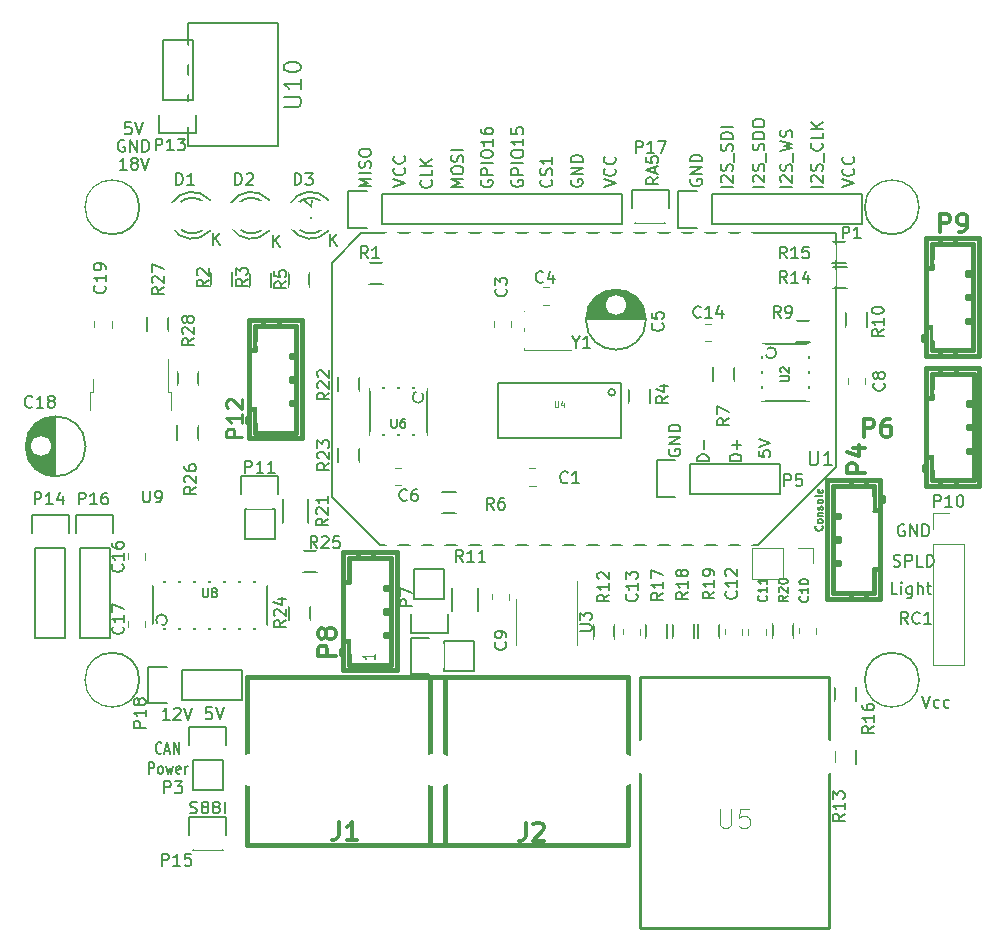
<source format=gto>
G04 #@! TF.GenerationSoftware,KiCad,Pcbnew,5.1.10-88a1d61d58~90~ubuntu20.04.1*
G04 #@! TF.CreationDate,2021-11-30T20:52:45+01:00*
G04 #@! TF.ProjectId,SRSE2,53525345-322e-46b6-9963-61645f706362,1.1*
G04 #@! TF.SameCoordinates,Original*
G04 #@! TF.FileFunction,Legend,Top*
G04 #@! TF.FilePolarity,Positive*
%FSLAX46Y46*%
G04 Gerber Fmt 4.6, Leading zero omitted, Abs format (unit mm)*
G04 Created by KiCad (PCBNEW 5.1.10-88a1d61d58~90~ubuntu20.04.1) date 2021-11-30 20:52:45*
%MOMM*%
%LPD*%
G01*
G04 APERTURE LIST*
%ADD10C,0.200000*%
%ADD11C,0.127000*%
%ADD12C,0.120000*%
%ADD13C,0.150000*%
%ADD14C,0.149860*%
%ADD15C,0.254000*%
%ADD16C,0.381000*%
%ADD17C,0.099060*%
%ADD18C,0.050000*%
%ADD19C,0.304800*%
%ADD20C,0.250000*%
%ADD21C,1.700000*%
%ADD22O,2.100000X2.100000*%
%ADD23O,1.600000X2.400000*%
%ADD24C,1.670000*%
%ADD25C,3.650000*%
%ADD26O,2.200000X3.143200*%
%ADD27C,1.800000*%
%ADD28C,2.900000*%
%ADD29C,4.464000*%
%ADD30C,2.400000*%
%ADD31O,2.127200X2.432000*%
%ADD32O,2.432000X2.432000*%
%ADD33O,2.432000X2.127200*%
%ADD34O,2.099260X1.598880*%
%ADD35O,2.200000X2.200000*%
G04 APERTURE END LIST*
D10*
X161259780Y-111472552D02*
X160259780Y-111472552D01*
X160259780Y-111234457D01*
X160307400Y-111091600D01*
X160402638Y-110996361D01*
X160497876Y-110948742D01*
X160688352Y-110901123D01*
X160831209Y-110901123D01*
X161021685Y-110948742D01*
X161116923Y-110996361D01*
X161212161Y-111091600D01*
X161259780Y-111234457D01*
X161259780Y-111472552D01*
X160878828Y-110472552D02*
X160878828Y-109710647D01*
X161259780Y-110091600D02*
X160497876Y-110091600D01*
X158503880Y-111497952D02*
X157503880Y-111497952D01*
X157503880Y-111259857D01*
X157551500Y-111117000D01*
X157646738Y-111021761D01*
X157741976Y-110974142D01*
X157932452Y-110926523D01*
X158075309Y-110926523D01*
X158265785Y-110974142D01*
X158361023Y-111021761D01*
X158456261Y-111117000D01*
X158503880Y-111259857D01*
X158503880Y-111497952D01*
X158122928Y-110497952D02*
X158122928Y-109736047D01*
X155138500Y-110489904D02*
X155090880Y-110585142D01*
X155090880Y-110728000D01*
X155138500Y-110870857D01*
X155233738Y-110966095D01*
X155328976Y-111013714D01*
X155519452Y-111061333D01*
X155662309Y-111061333D01*
X155852785Y-111013714D01*
X155948023Y-110966095D01*
X156043261Y-110870857D01*
X156090880Y-110728000D01*
X156090880Y-110632761D01*
X156043261Y-110489904D01*
X155995642Y-110442285D01*
X155662309Y-110442285D01*
X155662309Y-110632761D01*
X156090880Y-110013714D02*
X155090880Y-110013714D01*
X156090880Y-109442285D01*
X155090880Y-109442285D01*
X156090880Y-108966095D02*
X155090880Y-108966095D01*
X155090880Y-108728000D01*
X155138500Y-108585142D01*
X155233738Y-108489904D01*
X155328976Y-108442285D01*
X155519452Y-108394666D01*
X155662309Y-108394666D01*
X155852785Y-108442285D01*
X155948023Y-108489904D01*
X156043261Y-108585142D01*
X156090880Y-108728000D01*
X156090880Y-108966095D01*
X162710880Y-110616976D02*
X162710880Y-111093166D01*
X163187071Y-111140785D01*
X163139452Y-111093166D01*
X163091833Y-110997928D01*
X163091833Y-110759833D01*
X163139452Y-110664595D01*
X163187071Y-110616976D01*
X163282309Y-110569357D01*
X163520404Y-110569357D01*
X163615642Y-110616976D01*
X163663261Y-110664595D01*
X163710880Y-110759833D01*
X163710880Y-110997928D01*
X163663261Y-111093166D01*
X163615642Y-111140785D01*
X162710880Y-110283642D02*
X163710880Y-109950309D01*
X162710880Y-109616976D01*
X112160114Y-136184542D02*
X112122019Y-136232161D01*
X112007733Y-136279780D01*
X111931542Y-136279780D01*
X111817257Y-136232161D01*
X111741066Y-136136923D01*
X111702971Y-136041685D01*
X111664876Y-135851209D01*
X111664876Y-135708352D01*
X111702971Y-135517876D01*
X111741066Y-135422638D01*
X111817257Y-135327400D01*
X111931542Y-135279780D01*
X112007733Y-135279780D01*
X112122019Y-135327400D01*
X112160114Y-135375019D01*
X112464876Y-135994066D02*
X112845828Y-135994066D01*
X112388685Y-136279780D02*
X112655352Y-135279780D01*
X112922019Y-136279780D01*
X113188685Y-136279780D02*
X113188685Y-135279780D01*
X113645828Y-136279780D01*
X113645828Y-135279780D01*
X111093447Y-137979780D02*
X111093447Y-136979780D01*
X111398209Y-136979780D01*
X111474400Y-137027400D01*
X111512495Y-137075019D01*
X111550590Y-137170257D01*
X111550590Y-137313114D01*
X111512495Y-137408352D01*
X111474400Y-137455971D01*
X111398209Y-137503590D01*
X111093447Y-137503590D01*
X112007733Y-137979780D02*
X111931542Y-137932161D01*
X111893447Y-137884542D01*
X111855352Y-137789304D01*
X111855352Y-137503590D01*
X111893447Y-137408352D01*
X111931542Y-137360733D01*
X112007733Y-137313114D01*
X112122019Y-137313114D01*
X112198209Y-137360733D01*
X112236304Y-137408352D01*
X112274400Y-137503590D01*
X112274400Y-137789304D01*
X112236304Y-137884542D01*
X112198209Y-137932161D01*
X112122019Y-137979780D01*
X112007733Y-137979780D01*
X112541066Y-137313114D02*
X112693447Y-137979780D01*
X112845828Y-137503590D01*
X112998209Y-137979780D01*
X113150590Y-137313114D01*
X113760114Y-137932161D02*
X113683923Y-137979780D01*
X113531542Y-137979780D01*
X113455352Y-137932161D01*
X113417257Y-137836923D01*
X113417257Y-137455971D01*
X113455352Y-137360733D01*
X113531542Y-137313114D01*
X113683923Y-137313114D01*
X113760114Y-137360733D01*
X113798209Y-137455971D01*
X113798209Y-137551209D01*
X113417257Y-137646447D01*
X114141066Y-137979780D02*
X114141066Y-137313114D01*
X114141066Y-137503590D02*
X114179161Y-137408352D01*
X114217257Y-137360733D01*
X114293447Y-137313114D01*
X114369638Y-137313114D01*
X114601809Y-141273161D02*
X114744666Y-141320780D01*
X114982761Y-141320780D01*
X115078000Y-141273161D01*
X115125619Y-141225542D01*
X115173238Y-141130304D01*
X115173238Y-141035066D01*
X115125619Y-140939828D01*
X115078000Y-140892209D01*
X114982761Y-140844590D01*
X114792285Y-140796971D01*
X114697047Y-140749352D01*
X114649428Y-140701733D01*
X114601809Y-140606495D01*
X114601809Y-140511257D01*
X114649428Y-140416019D01*
X114697047Y-140368400D01*
X114792285Y-140320780D01*
X115030380Y-140320780D01*
X115173238Y-140368400D01*
X115744666Y-140749352D02*
X115649428Y-140701733D01*
X115601809Y-140654114D01*
X115554190Y-140558876D01*
X115554190Y-140511257D01*
X115601809Y-140416019D01*
X115649428Y-140368400D01*
X115744666Y-140320780D01*
X115935142Y-140320780D01*
X116030380Y-140368400D01*
X116078000Y-140416019D01*
X116125619Y-140511257D01*
X116125619Y-140558876D01*
X116078000Y-140654114D01*
X116030380Y-140701733D01*
X115935142Y-140749352D01*
X115744666Y-140749352D01*
X115649428Y-140796971D01*
X115601809Y-140844590D01*
X115554190Y-140939828D01*
X115554190Y-141130304D01*
X115601809Y-141225542D01*
X115649428Y-141273161D01*
X115744666Y-141320780D01*
X115935142Y-141320780D01*
X116030380Y-141273161D01*
X116078000Y-141225542D01*
X116125619Y-141130304D01*
X116125619Y-140939828D01*
X116078000Y-140844590D01*
X116030380Y-140796971D01*
X115935142Y-140749352D01*
X116697047Y-140749352D02*
X116601809Y-140701733D01*
X116554190Y-140654114D01*
X116506571Y-140558876D01*
X116506571Y-140511257D01*
X116554190Y-140416019D01*
X116601809Y-140368400D01*
X116697047Y-140320780D01*
X116887523Y-140320780D01*
X116982761Y-140368400D01*
X117030380Y-140416019D01*
X117078000Y-140511257D01*
X117078000Y-140558876D01*
X117030380Y-140654114D01*
X116982761Y-140701733D01*
X116887523Y-140749352D01*
X116697047Y-140749352D01*
X116601809Y-140796971D01*
X116554190Y-140844590D01*
X116506571Y-140939828D01*
X116506571Y-141130304D01*
X116554190Y-141225542D01*
X116601809Y-141273161D01*
X116697047Y-141320780D01*
X116887523Y-141320780D01*
X116982761Y-141273161D01*
X117030380Y-141225542D01*
X117078000Y-141130304D01*
X117078000Y-140939828D01*
X117030380Y-140844590D01*
X116982761Y-140796971D01*
X116887523Y-140749352D01*
X117506571Y-141320780D02*
X117506571Y-140320780D01*
X154223980Y-87463238D02*
X153747790Y-87796571D01*
X154223980Y-88034666D02*
X153223980Y-88034666D01*
X153223980Y-87653714D01*
X153271600Y-87558476D01*
X153319219Y-87510857D01*
X153414457Y-87463238D01*
X153557314Y-87463238D01*
X153652552Y-87510857D01*
X153700171Y-87558476D01*
X153747790Y-87653714D01*
X153747790Y-88034666D01*
X153938266Y-87082285D02*
X153938266Y-86606095D01*
X154223980Y-87177523D02*
X153223980Y-86844190D01*
X154223980Y-86510857D01*
X153223980Y-85701333D02*
X153223980Y-86177523D01*
X153700171Y-86225142D01*
X153652552Y-86177523D01*
X153604933Y-86082285D01*
X153604933Y-85844190D01*
X153652552Y-85748952D01*
X153700171Y-85701333D01*
X153795409Y-85653714D01*
X154033504Y-85653714D01*
X154128742Y-85701333D01*
X154176361Y-85748952D01*
X154223980Y-85844190D01*
X154223980Y-86082285D01*
X154176361Y-86177523D01*
X154128742Y-86225142D01*
X145137142Y-87663257D02*
X145184761Y-87710876D01*
X145232380Y-87853733D01*
X145232380Y-87948971D01*
X145184761Y-88091828D01*
X145089523Y-88187066D01*
X144994285Y-88234685D01*
X144803809Y-88282304D01*
X144660952Y-88282304D01*
X144470476Y-88234685D01*
X144375238Y-88187066D01*
X144280000Y-88091828D01*
X144232380Y-87948971D01*
X144232380Y-87853733D01*
X144280000Y-87710876D01*
X144327619Y-87663257D01*
X145184761Y-87282304D02*
X145232380Y-87139447D01*
X145232380Y-86901352D01*
X145184761Y-86806114D01*
X145137142Y-86758495D01*
X145041904Y-86710876D01*
X144946666Y-86710876D01*
X144851428Y-86758495D01*
X144803809Y-86806114D01*
X144756190Y-86901352D01*
X144708571Y-87091828D01*
X144660952Y-87187066D01*
X144613333Y-87234685D01*
X144518095Y-87282304D01*
X144422857Y-87282304D01*
X144327619Y-87234685D01*
X144280000Y-87187066D01*
X144232380Y-87091828D01*
X144232380Y-86853733D01*
X144280000Y-86710876D01*
X145232380Y-85758495D02*
X145232380Y-86329923D01*
X145232380Y-86044209D02*
X144232380Y-86044209D01*
X144375238Y-86139447D01*
X144470476Y-86234685D01*
X144518095Y-86329923D01*
X141841600Y-87702780D02*
X141793980Y-87798019D01*
X141793980Y-87940876D01*
X141841600Y-88083733D01*
X141936838Y-88178971D01*
X142032076Y-88226590D01*
X142222552Y-88274209D01*
X142365409Y-88274209D01*
X142555885Y-88226590D01*
X142651123Y-88178971D01*
X142746361Y-88083733D01*
X142793980Y-87940876D01*
X142793980Y-87845638D01*
X142746361Y-87702780D01*
X142698742Y-87655161D01*
X142365409Y-87655161D01*
X142365409Y-87845638D01*
X142793980Y-87226590D02*
X141793980Y-87226590D01*
X141793980Y-86845638D01*
X141841600Y-86750400D01*
X141889219Y-86702780D01*
X141984457Y-86655161D01*
X142127314Y-86655161D01*
X142222552Y-86702780D01*
X142270171Y-86750400D01*
X142317790Y-86845638D01*
X142317790Y-87226590D01*
X142793980Y-86226590D02*
X141793980Y-86226590D01*
X141793980Y-85559923D02*
X141793980Y-85369447D01*
X141841600Y-85274209D01*
X141936838Y-85178971D01*
X142127314Y-85131352D01*
X142460647Y-85131352D01*
X142651123Y-85178971D01*
X142746361Y-85274209D01*
X142793980Y-85369447D01*
X142793980Y-85559923D01*
X142746361Y-85655161D01*
X142651123Y-85750400D01*
X142460647Y-85798019D01*
X142127314Y-85798019D01*
X141936838Y-85750400D01*
X141841600Y-85655161D01*
X141793980Y-85559923D01*
X142793980Y-84178971D02*
X142793980Y-84750400D01*
X142793980Y-84464685D02*
X141793980Y-84464685D01*
X141936838Y-84559923D01*
X142032076Y-84655161D01*
X142079695Y-84750400D01*
X141793980Y-83274209D02*
X141793980Y-83750400D01*
X142270171Y-83798019D01*
X142222552Y-83750400D01*
X142174933Y-83655161D01*
X142174933Y-83417066D01*
X142222552Y-83321828D01*
X142270171Y-83274209D01*
X142365409Y-83226590D01*
X142603504Y-83226590D01*
X142698742Y-83274209D01*
X142746361Y-83321828D01*
X142793980Y-83417066D01*
X142793980Y-83655161D01*
X142746361Y-83750400D01*
X142698742Y-83798019D01*
X139250800Y-87728180D02*
X139203180Y-87823419D01*
X139203180Y-87966276D01*
X139250800Y-88109133D01*
X139346038Y-88204371D01*
X139441276Y-88251990D01*
X139631752Y-88299609D01*
X139774609Y-88299609D01*
X139965085Y-88251990D01*
X140060323Y-88204371D01*
X140155561Y-88109133D01*
X140203180Y-87966276D01*
X140203180Y-87871038D01*
X140155561Y-87728180D01*
X140107942Y-87680561D01*
X139774609Y-87680561D01*
X139774609Y-87871038D01*
X140203180Y-87251990D02*
X139203180Y-87251990D01*
X139203180Y-86871038D01*
X139250800Y-86775800D01*
X139298419Y-86728180D01*
X139393657Y-86680561D01*
X139536514Y-86680561D01*
X139631752Y-86728180D01*
X139679371Y-86775800D01*
X139726990Y-86871038D01*
X139726990Y-87251990D01*
X140203180Y-86251990D02*
X139203180Y-86251990D01*
X139203180Y-85585323D02*
X139203180Y-85394847D01*
X139250800Y-85299609D01*
X139346038Y-85204371D01*
X139536514Y-85156752D01*
X139869847Y-85156752D01*
X140060323Y-85204371D01*
X140155561Y-85299609D01*
X140203180Y-85394847D01*
X140203180Y-85585323D01*
X140155561Y-85680561D01*
X140060323Y-85775800D01*
X139869847Y-85823419D01*
X139536514Y-85823419D01*
X139346038Y-85775800D01*
X139250800Y-85680561D01*
X139203180Y-85585323D01*
X140203180Y-84204371D02*
X140203180Y-84775800D01*
X140203180Y-84490085D02*
X139203180Y-84490085D01*
X139346038Y-84585323D01*
X139441276Y-84680561D01*
X139488895Y-84775800D01*
X139203180Y-83347228D02*
X139203180Y-83537704D01*
X139250800Y-83632942D01*
X139298419Y-83680561D01*
X139441276Y-83775800D01*
X139631752Y-83823419D01*
X140012704Y-83823419D01*
X140107942Y-83775800D01*
X140155561Y-83728180D01*
X140203180Y-83632942D01*
X140203180Y-83442466D01*
X140155561Y-83347228D01*
X140107942Y-83299609D01*
X140012704Y-83251990D01*
X139774609Y-83251990D01*
X139679371Y-83299609D01*
X139631752Y-83347228D01*
X139584133Y-83442466D01*
X139584133Y-83632942D01*
X139631752Y-83728180D01*
X139679371Y-83775800D01*
X139774609Y-83823419D01*
X137713980Y-88287028D02*
X136713980Y-88287028D01*
X137428266Y-87953695D01*
X136713980Y-87620361D01*
X137713980Y-87620361D01*
X136713980Y-86953695D02*
X136713980Y-86763219D01*
X136761600Y-86667980D01*
X136856838Y-86572742D01*
X137047314Y-86525123D01*
X137380647Y-86525123D01*
X137571123Y-86572742D01*
X137666361Y-86667980D01*
X137713980Y-86763219D01*
X137713980Y-86953695D01*
X137666361Y-87048933D01*
X137571123Y-87144171D01*
X137380647Y-87191790D01*
X137047314Y-87191790D01*
X136856838Y-87144171D01*
X136761600Y-87048933D01*
X136713980Y-86953695D01*
X137666361Y-86144171D02*
X137713980Y-86001314D01*
X137713980Y-85763219D01*
X137666361Y-85667980D01*
X137618742Y-85620361D01*
X137523504Y-85572742D01*
X137428266Y-85572742D01*
X137333028Y-85620361D01*
X137285409Y-85667980D01*
X137237790Y-85763219D01*
X137190171Y-85953695D01*
X137142552Y-86048933D01*
X137094933Y-86096552D01*
X136999695Y-86144171D01*
X136904457Y-86144171D01*
X136809219Y-86096552D01*
X136761600Y-86048933D01*
X136713980Y-85953695D01*
X136713980Y-85715600D01*
X136761600Y-85572742D01*
X137713980Y-85144171D02*
X136713980Y-85144171D01*
X134977142Y-87717238D02*
X135024761Y-87764857D01*
X135072380Y-87907714D01*
X135072380Y-88002952D01*
X135024761Y-88145809D01*
X134929523Y-88241047D01*
X134834285Y-88288666D01*
X134643809Y-88336285D01*
X134500952Y-88336285D01*
X134310476Y-88288666D01*
X134215238Y-88241047D01*
X134120000Y-88145809D01*
X134072380Y-88002952D01*
X134072380Y-87907714D01*
X134120000Y-87764857D01*
X134167619Y-87717238D01*
X135072380Y-86812476D02*
X135072380Y-87288666D01*
X134072380Y-87288666D01*
X135072380Y-86479142D02*
X134072380Y-86479142D01*
X135072380Y-85907714D02*
X134500952Y-86336285D01*
X134072380Y-85907714D02*
X134643809Y-86479142D01*
X129890780Y-88236228D02*
X128890780Y-88236228D01*
X129605066Y-87902895D01*
X128890780Y-87569561D01*
X129890780Y-87569561D01*
X129890780Y-87093371D02*
X128890780Y-87093371D01*
X129843161Y-86664800D02*
X129890780Y-86521942D01*
X129890780Y-86283847D01*
X129843161Y-86188609D01*
X129795542Y-86140990D01*
X129700304Y-86093371D01*
X129605066Y-86093371D01*
X129509828Y-86140990D01*
X129462209Y-86188609D01*
X129414590Y-86283847D01*
X129366971Y-86474323D01*
X129319352Y-86569561D01*
X129271733Y-86617180D01*
X129176495Y-86664800D01*
X129081257Y-86664800D01*
X128986019Y-86617180D01*
X128938400Y-86569561D01*
X128890780Y-86474323D01*
X128890780Y-86236228D01*
X128938400Y-86093371D01*
X128890780Y-85474323D02*
X128890780Y-85283847D01*
X128938400Y-85188609D01*
X129033638Y-85093371D01*
X129224114Y-85045752D01*
X129557447Y-85045752D01*
X129747923Y-85093371D01*
X129843161Y-85188609D01*
X129890780Y-85283847D01*
X129890780Y-85474323D01*
X129843161Y-85569561D01*
X129747923Y-85664800D01*
X129557447Y-85712419D01*
X129224114Y-85712419D01*
X129033638Y-85664800D01*
X128938400Y-85569561D01*
X128890780Y-85474323D01*
X131786380Y-88252133D02*
X132786380Y-87918800D01*
X131786380Y-87585466D01*
X132691142Y-86680704D02*
X132738761Y-86728323D01*
X132786380Y-86871180D01*
X132786380Y-86966419D01*
X132738761Y-87109276D01*
X132643523Y-87204514D01*
X132548285Y-87252133D01*
X132357809Y-87299752D01*
X132214952Y-87299752D01*
X132024476Y-87252133D01*
X131929238Y-87204514D01*
X131834000Y-87109276D01*
X131786380Y-86966419D01*
X131786380Y-86871180D01*
X131834000Y-86728323D01*
X131881619Y-86680704D01*
X132691142Y-85680704D02*
X132738761Y-85728323D01*
X132786380Y-85871180D01*
X132786380Y-85966419D01*
X132738761Y-86109276D01*
X132643523Y-86204514D01*
X132548285Y-86252133D01*
X132357809Y-86299752D01*
X132214952Y-86299752D01*
X132024476Y-86252133D01*
X131929238Y-86204514D01*
X131834000Y-86109276D01*
X131786380Y-85966419D01*
X131786380Y-85871180D01*
X131834000Y-85728323D01*
X131881619Y-85680704D01*
X149617180Y-88302933D02*
X150617180Y-87969600D01*
X149617180Y-87636266D01*
X150521942Y-86731504D02*
X150569561Y-86779123D01*
X150617180Y-86921980D01*
X150617180Y-87017219D01*
X150569561Y-87160076D01*
X150474323Y-87255314D01*
X150379085Y-87302933D01*
X150188609Y-87350552D01*
X150045752Y-87350552D01*
X149855276Y-87302933D01*
X149760038Y-87255314D01*
X149664800Y-87160076D01*
X149617180Y-87017219D01*
X149617180Y-86921980D01*
X149664800Y-86779123D01*
X149712419Y-86731504D01*
X150521942Y-85731504D02*
X150569561Y-85779123D01*
X150617180Y-85921980D01*
X150617180Y-86017219D01*
X150569561Y-86160076D01*
X150474323Y-86255314D01*
X150379085Y-86302933D01*
X150188609Y-86350552D01*
X150045752Y-86350552D01*
X149855276Y-86302933D01*
X149760038Y-86255314D01*
X149664800Y-86160076D01*
X149617180Y-86017219D01*
X149617180Y-85921980D01*
X149664800Y-85779123D01*
X149712419Y-85731504D01*
X146870800Y-87680704D02*
X146823180Y-87775942D01*
X146823180Y-87918800D01*
X146870800Y-88061657D01*
X146966038Y-88156895D01*
X147061276Y-88204514D01*
X147251752Y-88252133D01*
X147394609Y-88252133D01*
X147585085Y-88204514D01*
X147680323Y-88156895D01*
X147775561Y-88061657D01*
X147823180Y-87918800D01*
X147823180Y-87823561D01*
X147775561Y-87680704D01*
X147727942Y-87633085D01*
X147394609Y-87633085D01*
X147394609Y-87823561D01*
X147823180Y-87204514D02*
X146823180Y-87204514D01*
X147823180Y-86633085D01*
X146823180Y-86633085D01*
X147823180Y-86156895D02*
X146823180Y-86156895D01*
X146823180Y-85918800D01*
X146870800Y-85775942D01*
X146966038Y-85680704D01*
X147061276Y-85633085D01*
X147251752Y-85585466D01*
X147394609Y-85585466D01*
X147585085Y-85633085D01*
X147680323Y-85680704D01*
X147775561Y-85775942D01*
X147823180Y-85918800D01*
X147823180Y-86156895D01*
X156980000Y-87629904D02*
X156932380Y-87725142D01*
X156932380Y-87868000D01*
X156980000Y-88010857D01*
X157075238Y-88106095D01*
X157170476Y-88153714D01*
X157360952Y-88201333D01*
X157503809Y-88201333D01*
X157694285Y-88153714D01*
X157789523Y-88106095D01*
X157884761Y-88010857D01*
X157932380Y-87868000D01*
X157932380Y-87772761D01*
X157884761Y-87629904D01*
X157837142Y-87582285D01*
X157503809Y-87582285D01*
X157503809Y-87772761D01*
X157932380Y-87153714D02*
X156932380Y-87153714D01*
X157932380Y-86582285D01*
X156932380Y-86582285D01*
X157932380Y-86106095D02*
X156932380Y-86106095D01*
X156932380Y-85868000D01*
X156980000Y-85725142D01*
X157075238Y-85629904D01*
X157170476Y-85582285D01*
X157360952Y-85534666D01*
X157503809Y-85534666D01*
X157694285Y-85582285D01*
X157789523Y-85629904D01*
X157884761Y-85725142D01*
X157932380Y-85868000D01*
X157932380Y-86106095D01*
X160523180Y-88298019D02*
X159523180Y-88298019D01*
X159618419Y-87869447D02*
X159570800Y-87821828D01*
X159523180Y-87726590D01*
X159523180Y-87488495D01*
X159570800Y-87393257D01*
X159618419Y-87345638D01*
X159713657Y-87298019D01*
X159808895Y-87298019D01*
X159951752Y-87345638D01*
X160523180Y-87917066D01*
X160523180Y-87298019D01*
X160475561Y-86917066D02*
X160523180Y-86774209D01*
X160523180Y-86536114D01*
X160475561Y-86440876D01*
X160427942Y-86393257D01*
X160332704Y-86345638D01*
X160237466Y-86345638D01*
X160142228Y-86393257D01*
X160094609Y-86440876D01*
X160046990Y-86536114D01*
X159999371Y-86726590D01*
X159951752Y-86821828D01*
X159904133Y-86869447D01*
X159808895Y-86917066D01*
X159713657Y-86917066D01*
X159618419Y-86869447D01*
X159570800Y-86821828D01*
X159523180Y-86726590D01*
X159523180Y-86488495D01*
X159570800Y-86345638D01*
X160618419Y-86155161D02*
X160618419Y-85393257D01*
X160475561Y-85202780D02*
X160523180Y-85059923D01*
X160523180Y-84821828D01*
X160475561Y-84726590D01*
X160427942Y-84678971D01*
X160332704Y-84631352D01*
X160237466Y-84631352D01*
X160142228Y-84678971D01*
X160094609Y-84726590D01*
X160046990Y-84821828D01*
X159999371Y-85012304D01*
X159951752Y-85107542D01*
X159904133Y-85155161D01*
X159808895Y-85202780D01*
X159713657Y-85202780D01*
X159618419Y-85155161D01*
X159570800Y-85107542D01*
X159523180Y-85012304D01*
X159523180Y-84774209D01*
X159570800Y-84631352D01*
X160523180Y-84202780D02*
X159523180Y-84202780D01*
X159523180Y-83964685D01*
X159570800Y-83821828D01*
X159666038Y-83726590D01*
X159761276Y-83678971D01*
X159951752Y-83631352D01*
X160094609Y-83631352D01*
X160285085Y-83678971D01*
X160380323Y-83726590D01*
X160475561Y-83821828D01*
X160523180Y-83964685D01*
X160523180Y-84202780D01*
X160523180Y-83202780D02*
X159523180Y-83202780D01*
X163215580Y-88278933D02*
X162215580Y-88278933D01*
X162310819Y-87850361D02*
X162263200Y-87802742D01*
X162215580Y-87707504D01*
X162215580Y-87469409D01*
X162263200Y-87374171D01*
X162310819Y-87326552D01*
X162406057Y-87278933D01*
X162501295Y-87278933D01*
X162644152Y-87326552D01*
X163215580Y-87897980D01*
X163215580Y-87278933D01*
X163167961Y-86897980D02*
X163215580Y-86755123D01*
X163215580Y-86517028D01*
X163167961Y-86421790D01*
X163120342Y-86374171D01*
X163025104Y-86326552D01*
X162929866Y-86326552D01*
X162834628Y-86374171D01*
X162787009Y-86421790D01*
X162739390Y-86517028D01*
X162691771Y-86707504D01*
X162644152Y-86802742D01*
X162596533Y-86850361D01*
X162501295Y-86897980D01*
X162406057Y-86897980D01*
X162310819Y-86850361D01*
X162263200Y-86802742D01*
X162215580Y-86707504D01*
X162215580Y-86469409D01*
X162263200Y-86326552D01*
X163310819Y-86136076D02*
X163310819Y-85374171D01*
X163167961Y-85183695D02*
X163215580Y-85040838D01*
X163215580Y-84802742D01*
X163167961Y-84707504D01*
X163120342Y-84659885D01*
X163025104Y-84612266D01*
X162929866Y-84612266D01*
X162834628Y-84659885D01*
X162787009Y-84707504D01*
X162739390Y-84802742D01*
X162691771Y-84993219D01*
X162644152Y-85088457D01*
X162596533Y-85136076D01*
X162501295Y-85183695D01*
X162406057Y-85183695D01*
X162310819Y-85136076D01*
X162263200Y-85088457D01*
X162215580Y-84993219D01*
X162215580Y-84755123D01*
X162263200Y-84612266D01*
X163215580Y-84183695D02*
X162215580Y-84183695D01*
X162215580Y-83945600D01*
X162263200Y-83802742D01*
X162358438Y-83707504D01*
X162453676Y-83659885D01*
X162644152Y-83612266D01*
X162787009Y-83612266D01*
X162977485Y-83659885D01*
X163072723Y-83707504D01*
X163167961Y-83802742D01*
X163215580Y-83945600D01*
X163215580Y-84183695D01*
X162215580Y-82993219D02*
X162215580Y-82802742D01*
X162263200Y-82707504D01*
X162358438Y-82612266D01*
X162548914Y-82564647D01*
X162882247Y-82564647D01*
X163072723Y-82612266D01*
X163167961Y-82707504D01*
X163215580Y-82802742D01*
X163215580Y-82993219D01*
X163167961Y-83088457D01*
X163072723Y-83183695D01*
X162882247Y-83231314D01*
X162548914Y-83231314D01*
X162358438Y-83183695D01*
X162263200Y-83088457D01*
X162215580Y-82993219D01*
X165552380Y-88283752D02*
X164552380Y-88283752D01*
X164647619Y-87855180D02*
X164600000Y-87807561D01*
X164552380Y-87712323D01*
X164552380Y-87474228D01*
X164600000Y-87378990D01*
X164647619Y-87331371D01*
X164742857Y-87283752D01*
X164838095Y-87283752D01*
X164980952Y-87331371D01*
X165552380Y-87902800D01*
X165552380Y-87283752D01*
X165504761Y-86902800D02*
X165552380Y-86759942D01*
X165552380Y-86521847D01*
X165504761Y-86426609D01*
X165457142Y-86378990D01*
X165361904Y-86331371D01*
X165266666Y-86331371D01*
X165171428Y-86378990D01*
X165123809Y-86426609D01*
X165076190Y-86521847D01*
X165028571Y-86712323D01*
X164980952Y-86807561D01*
X164933333Y-86855180D01*
X164838095Y-86902800D01*
X164742857Y-86902800D01*
X164647619Y-86855180D01*
X164600000Y-86807561D01*
X164552380Y-86712323D01*
X164552380Y-86474228D01*
X164600000Y-86331371D01*
X165647619Y-86140895D02*
X165647619Y-85378990D01*
X164552380Y-85236133D02*
X165552380Y-84998038D01*
X164838095Y-84807561D01*
X165552380Y-84617085D01*
X164552380Y-84378990D01*
X165504761Y-84045657D02*
X165552380Y-83902800D01*
X165552380Y-83664704D01*
X165504761Y-83569466D01*
X165457142Y-83521847D01*
X165361904Y-83474228D01*
X165266666Y-83474228D01*
X165171428Y-83521847D01*
X165123809Y-83569466D01*
X165076190Y-83664704D01*
X165028571Y-83855180D01*
X164980952Y-83950419D01*
X164933333Y-83998038D01*
X164838095Y-84045657D01*
X164742857Y-84045657D01*
X164647619Y-83998038D01*
X164600000Y-83950419D01*
X164552380Y-83855180D01*
X164552380Y-83617085D01*
X164600000Y-83474228D01*
X169810180Y-88302933D02*
X170810180Y-87969600D01*
X169810180Y-87636266D01*
X170714942Y-86731504D02*
X170762561Y-86779123D01*
X170810180Y-86921980D01*
X170810180Y-87017219D01*
X170762561Y-87160076D01*
X170667323Y-87255314D01*
X170572085Y-87302933D01*
X170381609Y-87350552D01*
X170238752Y-87350552D01*
X170048276Y-87302933D01*
X169953038Y-87255314D01*
X169857800Y-87160076D01*
X169810180Y-87017219D01*
X169810180Y-86921980D01*
X169857800Y-86779123D01*
X169905419Y-86731504D01*
X170714942Y-85731504D02*
X170762561Y-85779123D01*
X170810180Y-85921980D01*
X170810180Y-86017219D01*
X170762561Y-86160076D01*
X170667323Y-86255314D01*
X170572085Y-86302933D01*
X170381609Y-86350552D01*
X170238752Y-86350552D01*
X170048276Y-86302933D01*
X169953038Y-86255314D01*
X169857800Y-86160076D01*
X169810180Y-86017219D01*
X169810180Y-85921980D01*
X169857800Y-85779123D01*
X169905419Y-85731504D01*
X168143180Y-88285295D02*
X167143180Y-88285295D01*
X167238419Y-87856723D02*
X167190800Y-87809104D01*
X167143180Y-87713866D01*
X167143180Y-87475771D01*
X167190800Y-87380533D01*
X167238419Y-87332914D01*
X167333657Y-87285295D01*
X167428895Y-87285295D01*
X167571752Y-87332914D01*
X168143180Y-87904342D01*
X168143180Y-87285295D01*
X168095561Y-86904342D02*
X168143180Y-86761485D01*
X168143180Y-86523390D01*
X168095561Y-86428152D01*
X168047942Y-86380533D01*
X167952704Y-86332914D01*
X167857466Y-86332914D01*
X167762228Y-86380533D01*
X167714609Y-86428152D01*
X167666990Y-86523390D01*
X167619371Y-86713866D01*
X167571752Y-86809104D01*
X167524133Y-86856723D01*
X167428895Y-86904342D01*
X167333657Y-86904342D01*
X167238419Y-86856723D01*
X167190800Y-86809104D01*
X167143180Y-86713866D01*
X167143180Y-86475771D01*
X167190800Y-86332914D01*
X168238419Y-86142438D02*
X168238419Y-85380533D01*
X168047942Y-84571009D02*
X168095561Y-84618628D01*
X168143180Y-84761485D01*
X168143180Y-84856723D01*
X168095561Y-84999580D01*
X168000323Y-85094819D01*
X167905085Y-85142438D01*
X167714609Y-85190057D01*
X167571752Y-85190057D01*
X167381276Y-85142438D01*
X167286038Y-85094819D01*
X167190800Y-84999580D01*
X167143180Y-84856723D01*
X167143180Y-84761485D01*
X167190800Y-84618628D01*
X167238419Y-84571009D01*
X168143180Y-83666247D02*
X168143180Y-84142438D01*
X167143180Y-84142438D01*
X168143180Y-83332914D02*
X167143180Y-83332914D01*
X168143180Y-82761485D02*
X167571752Y-83190057D01*
X167143180Y-82761485D02*
X167714609Y-83332914D01*
X109016895Y-84336000D02*
X108921657Y-84288380D01*
X108778800Y-84288380D01*
X108635942Y-84336000D01*
X108540704Y-84431238D01*
X108493085Y-84526476D01*
X108445466Y-84716952D01*
X108445466Y-84859809D01*
X108493085Y-85050285D01*
X108540704Y-85145523D01*
X108635942Y-85240761D01*
X108778800Y-85288380D01*
X108874038Y-85288380D01*
X109016895Y-85240761D01*
X109064514Y-85193142D01*
X109064514Y-84859809D01*
X108874038Y-84859809D01*
X109493085Y-85288380D02*
X109493085Y-84288380D01*
X110064514Y-85288380D01*
X110064514Y-84288380D01*
X110540704Y-85288380D02*
X110540704Y-84288380D01*
X110778800Y-84288380D01*
X110921657Y-84336000D01*
X111016895Y-84431238D01*
X111064514Y-84526476D01*
X111112133Y-84716952D01*
X111112133Y-84859809D01*
X111064514Y-85050285D01*
X111016895Y-85145523D01*
X110921657Y-85240761D01*
X110778800Y-85288380D01*
X110540704Y-85288380D01*
X109210552Y-86812380D02*
X108639123Y-86812380D01*
X108924838Y-86812380D02*
X108924838Y-85812380D01*
X108829600Y-85955238D01*
X108734361Y-86050476D01*
X108639123Y-86098095D01*
X109781980Y-86240952D02*
X109686742Y-86193333D01*
X109639123Y-86145714D01*
X109591504Y-86050476D01*
X109591504Y-86002857D01*
X109639123Y-85907619D01*
X109686742Y-85860000D01*
X109781980Y-85812380D01*
X109972457Y-85812380D01*
X110067695Y-85860000D01*
X110115314Y-85907619D01*
X110162933Y-86002857D01*
X110162933Y-86050476D01*
X110115314Y-86145714D01*
X110067695Y-86193333D01*
X109972457Y-86240952D01*
X109781980Y-86240952D01*
X109686742Y-86288571D01*
X109639123Y-86336190D01*
X109591504Y-86431428D01*
X109591504Y-86621904D01*
X109639123Y-86717142D01*
X109686742Y-86764761D01*
X109781980Y-86812380D01*
X109972457Y-86812380D01*
X110067695Y-86764761D01*
X110115314Y-86717142D01*
X110162933Y-86621904D01*
X110162933Y-86431428D01*
X110115314Y-86336190D01*
X110067695Y-86288571D01*
X109972457Y-86240952D01*
X110448647Y-85812380D02*
X110781980Y-86812380D01*
X111115314Y-85812380D01*
X109588323Y-82815180D02*
X109112133Y-82815180D01*
X109064514Y-83291371D01*
X109112133Y-83243752D01*
X109207371Y-83196133D01*
X109445466Y-83196133D01*
X109540704Y-83243752D01*
X109588323Y-83291371D01*
X109635942Y-83386609D01*
X109635942Y-83624704D01*
X109588323Y-83719942D01*
X109540704Y-83767561D01*
X109445466Y-83815180D01*
X109207371Y-83815180D01*
X109112133Y-83767561D01*
X109064514Y-83719942D01*
X109921657Y-82815180D02*
X110254990Y-83815180D01*
X110588323Y-82815180D01*
D11*
X168085225Y-116981514D02*
X168115463Y-117011752D01*
X168145701Y-117102466D01*
X168145701Y-117162942D01*
X168115463Y-117253657D01*
X168054987Y-117314133D01*
X167994511Y-117344371D01*
X167873559Y-117374609D01*
X167782844Y-117374609D01*
X167661892Y-117344371D01*
X167601416Y-117314133D01*
X167540940Y-117253657D01*
X167510701Y-117162942D01*
X167510701Y-117102466D01*
X167540940Y-117011752D01*
X167571178Y-116981514D01*
X168145701Y-116618657D02*
X168115463Y-116679133D01*
X168085225Y-116709371D01*
X168024749Y-116739609D01*
X167843320Y-116739609D01*
X167782844Y-116709371D01*
X167752606Y-116679133D01*
X167722368Y-116618657D01*
X167722368Y-116527942D01*
X167752606Y-116467466D01*
X167782844Y-116437228D01*
X167843320Y-116406990D01*
X168024749Y-116406990D01*
X168085225Y-116437228D01*
X168115463Y-116467466D01*
X168145701Y-116527942D01*
X168145701Y-116618657D01*
X167722368Y-116134847D02*
X168145701Y-116134847D01*
X167782844Y-116134847D02*
X167752606Y-116104609D01*
X167722368Y-116044133D01*
X167722368Y-115953419D01*
X167752606Y-115892942D01*
X167813082Y-115862704D01*
X168145701Y-115862704D01*
X168115463Y-115590561D02*
X168145701Y-115530085D01*
X168145701Y-115409133D01*
X168115463Y-115348657D01*
X168054987Y-115318419D01*
X168024749Y-115318419D01*
X167964273Y-115348657D01*
X167934035Y-115409133D01*
X167934035Y-115499847D01*
X167903797Y-115560323D01*
X167843320Y-115590561D01*
X167813082Y-115590561D01*
X167752606Y-115560323D01*
X167722368Y-115499847D01*
X167722368Y-115409133D01*
X167752606Y-115348657D01*
X168145701Y-114955561D02*
X168115463Y-115016038D01*
X168085225Y-115046276D01*
X168024749Y-115076514D01*
X167843320Y-115076514D01*
X167782844Y-115046276D01*
X167752606Y-115016038D01*
X167722368Y-114955561D01*
X167722368Y-114864847D01*
X167752606Y-114804371D01*
X167782844Y-114774133D01*
X167843320Y-114743895D01*
X168024749Y-114743895D01*
X168085225Y-114774133D01*
X168115463Y-114804371D01*
X168145701Y-114864847D01*
X168145701Y-114955561D01*
X168145701Y-114381038D02*
X168115463Y-114441514D01*
X168054987Y-114471752D01*
X167510701Y-114471752D01*
X168115463Y-113897228D02*
X168145701Y-113957704D01*
X168145701Y-114078657D01*
X168115463Y-114139133D01*
X168054987Y-114169371D01*
X167813082Y-114169371D01*
X167752606Y-114139133D01*
X167722368Y-114078657D01*
X167722368Y-113957704D01*
X167752606Y-113897228D01*
X167813082Y-113866990D01*
X167873559Y-113866990D01*
X167934035Y-114169371D01*
D10*
X116420923Y-132345180D02*
X115944733Y-132345180D01*
X115897114Y-132821371D01*
X115944733Y-132773752D01*
X116039971Y-132726133D01*
X116278066Y-132726133D01*
X116373304Y-132773752D01*
X116420923Y-132821371D01*
X116468542Y-132916609D01*
X116468542Y-133154704D01*
X116420923Y-133249942D01*
X116373304Y-133297561D01*
X116278066Y-133345180D01*
X116039971Y-133345180D01*
X115944733Y-133297561D01*
X115897114Y-133249942D01*
X116754257Y-132345180D02*
X117087590Y-133345180D01*
X117420923Y-132345180D01*
X112842752Y-133370580D02*
X112271323Y-133370580D01*
X112557038Y-133370580D02*
X112557038Y-132370580D01*
X112461800Y-132513438D01*
X112366561Y-132608676D01*
X112271323Y-132656295D01*
X113223704Y-132465819D02*
X113271323Y-132418200D01*
X113366561Y-132370580D01*
X113604657Y-132370580D01*
X113699895Y-132418200D01*
X113747514Y-132465819D01*
X113795133Y-132561057D01*
X113795133Y-132656295D01*
X113747514Y-132799152D01*
X113176085Y-133370580D01*
X113795133Y-133370580D01*
X114080847Y-132370580D02*
X114414180Y-133370580D01*
X114747514Y-132370580D01*
X175056895Y-116898800D02*
X174961657Y-116851180D01*
X174818800Y-116851180D01*
X174675942Y-116898800D01*
X174580704Y-116994038D01*
X174533085Y-117089276D01*
X174485466Y-117279752D01*
X174485466Y-117422609D01*
X174533085Y-117613085D01*
X174580704Y-117708323D01*
X174675942Y-117803561D01*
X174818800Y-117851180D01*
X174914038Y-117851180D01*
X175056895Y-117803561D01*
X175104514Y-117755942D01*
X175104514Y-117422609D01*
X174914038Y-117422609D01*
X175533085Y-117851180D02*
X175533085Y-116851180D01*
X176104514Y-117851180D01*
X176104514Y-116851180D01*
X176580704Y-117851180D02*
X176580704Y-116851180D01*
X176818800Y-116851180D01*
X176961657Y-116898800D01*
X177056895Y-116994038D01*
X177104514Y-117089276D01*
X177152133Y-117279752D01*
X177152133Y-117422609D01*
X177104514Y-117613085D01*
X177056895Y-117708323D01*
X176961657Y-117803561D01*
X176818800Y-117851180D01*
X176580704Y-117851180D01*
X174153723Y-120368961D02*
X174296580Y-120416580D01*
X174534676Y-120416580D01*
X174629914Y-120368961D01*
X174677533Y-120321342D01*
X174725152Y-120226104D01*
X174725152Y-120130866D01*
X174677533Y-120035628D01*
X174629914Y-119988009D01*
X174534676Y-119940390D01*
X174344200Y-119892771D01*
X174248961Y-119845152D01*
X174201342Y-119797533D01*
X174153723Y-119702295D01*
X174153723Y-119607057D01*
X174201342Y-119511819D01*
X174248961Y-119464200D01*
X174344200Y-119416580D01*
X174582295Y-119416580D01*
X174725152Y-119464200D01*
X175153723Y-120416580D02*
X175153723Y-119416580D01*
X175534676Y-119416580D01*
X175629914Y-119464200D01*
X175677533Y-119511819D01*
X175725152Y-119607057D01*
X175725152Y-119749914D01*
X175677533Y-119845152D01*
X175629914Y-119892771D01*
X175534676Y-119940390D01*
X175153723Y-119940390D01*
X176629914Y-120416580D02*
X176153723Y-120416580D01*
X176153723Y-119416580D01*
X176963247Y-120416580D02*
X176963247Y-119416580D01*
X177201342Y-119416580D01*
X177344200Y-119464200D01*
X177439438Y-119559438D01*
X177487057Y-119654676D01*
X177534676Y-119845152D01*
X177534676Y-119988009D01*
X177487057Y-120178485D01*
X177439438Y-120273723D01*
X177344200Y-120368961D01*
X177201342Y-120416580D01*
X176963247Y-120416580D01*
X174471152Y-122753380D02*
X173994961Y-122753380D01*
X173994961Y-121753380D01*
X174804485Y-122753380D02*
X174804485Y-122086714D01*
X174804485Y-121753380D02*
X174756866Y-121801000D01*
X174804485Y-121848619D01*
X174852104Y-121801000D01*
X174804485Y-121753380D01*
X174804485Y-121848619D01*
X175709247Y-122086714D02*
X175709247Y-122896238D01*
X175661628Y-122991476D01*
X175614009Y-123039095D01*
X175518771Y-123086714D01*
X175375914Y-123086714D01*
X175280676Y-123039095D01*
X175709247Y-122705761D02*
X175614009Y-122753380D01*
X175423533Y-122753380D01*
X175328295Y-122705761D01*
X175280676Y-122658142D01*
X175233057Y-122562904D01*
X175233057Y-122277190D01*
X175280676Y-122181952D01*
X175328295Y-122134333D01*
X175423533Y-122086714D01*
X175614009Y-122086714D01*
X175709247Y-122134333D01*
X176185438Y-122753380D02*
X176185438Y-121753380D01*
X176614009Y-122753380D02*
X176614009Y-122229571D01*
X176566390Y-122134333D01*
X176471152Y-122086714D01*
X176328295Y-122086714D01*
X176233057Y-122134333D01*
X176185438Y-122181952D01*
X176947342Y-122086714D02*
X177328295Y-122086714D01*
X177090200Y-121753380D02*
X177090200Y-122610523D01*
X177137819Y-122705761D01*
X177233057Y-122753380D01*
X177328295Y-122753380D01*
X175355333Y-125267980D02*
X175022000Y-124791790D01*
X174783904Y-125267980D02*
X174783904Y-124267980D01*
X175164857Y-124267980D01*
X175260095Y-124315600D01*
X175307714Y-124363219D01*
X175355333Y-124458457D01*
X175355333Y-124601314D01*
X175307714Y-124696552D01*
X175260095Y-124744171D01*
X175164857Y-124791790D01*
X174783904Y-124791790D01*
X176355333Y-125172742D02*
X176307714Y-125220361D01*
X176164857Y-125267980D01*
X176069619Y-125267980D01*
X175926761Y-125220361D01*
X175831523Y-125125123D01*
X175783904Y-125029885D01*
X175736285Y-124839409D01*
X175736285Y-124696552D01*
X175783904Y-124506076D01*
X175831523Y-124410838D01*
X175926761Y-124315600D01*
X176069619Y-124267980D01*
X176164857Y-124267980D01*
X176307714Y-124315600D01*
X176355333Y-124363219D01*
X177307714Y-125267980D02*
X176736285Y-125267980D01*
X177022000Y-125267980D02*
X177022000Y-124267980D01*
X176926761Y-124410838D01*
X176831523Y-124506076D01*
X176736285Y-124553695D01*
X176584123Y-131354580D02*
X176917457Y-132354580D01*
X177250790Y-131354580D01*
X178012695Y-132306961D02*
X177917457Y-132354580D01*
X177726980Y-132354580D01*
X177631742Y-132306961D01*
X177584123Y-132259342D01*
X177536504Y-132164104D01*
X177536504Y-131878390D01*
X177584123Y-131783152D01*
X177631742Y-131735533D01*
X177726980Y-131687914D01*
X177917457Y-131687914D01*
X178012695Y-131735533D01*
X178869838Y-132306961D02*
X178774600Y-132354580D01*
X178584123Y-132354580D01*
X178488885Y-132306961D01*
X178441266Y-132259342D01*
X178393647Y-132164104D01*
X178393647Y-131878390D01*
X178441266Y-131783152D01*
X178488885Y-131735533D01*
X178584123Y-131687914D01*
X178774600Y-131687914D01*
X178869838Y-131735533D01*
D12*
X158196648Y-99849000D02*
X158719152Y-99849000D01*
X158196648Y-101319000D02*
X158719152Y-101319000D01*
X142201800Y-125094800D02*
X142201800Y-127044800D01*
X142201800Y-125094800D02*
X142201800Y-123144800D01*
X147321800Y-125094800D02*
X147321800Y-127044800D01*
X147321800Y-125094800D02*
X147321800Y-121644800D01*
X140108000Y-122700148D02*
X140108000Y-123222652D01*
X141578000Y-122700148D02*
X141578000Y-123222652D01*
D13*
X122419800Y-116722400D02*
X122419800Y-114722400D01*
X124569800Y-114722400D02*
X124569800Y-116722400D01*
X138946200Y-122215400D02*
X138946200Y-124215400D01*
X136796200Y-124215400D02*
X136796200Y-122215400D01*
X157212000Y-125257000D02*
X157212000Y-126457000D01*
X155462000Y-126457000D02*
X155462000Y-125257000D01*
X118096000Y-95488200D02*
X118096000Y-96688200D01*
X116346000Y-96688200D02*
X116346000Y-95488200D01*
X121398000Y-95539000D02*
X121398000Y-96739000D01*
X119648000Y-96739000D02*
X119648000Y-95539000D01*
X153490900Y-105381500D02*
X153490900Y-106581500D01*
X151740900Y-106581500D02*
X151740900Y-105381500D01*
X124674600Y-95513600D02*
X124674600Y-96713600D01*
X122924600Y-96713600D02*
X122924600Y-95513600D01*
X165900000Y-99625000D02*
X167100000Y-99625000D01*
X167100000Y-101375000D02*
X165900000Y-101375000D01*
X170125000Y-100100000D02*
X170125000Y-98900000D01*
X171875000Y-98900000D02*
X171875000Y-100100000D01*
X148756400Y-126507800D02*
X148756400Y-125307800D01*
X150506400Y-125307800D02*
X150506400Y-126507800D01*
X170928000Y-135925000D02*
X170928000Y-137125000D01*
X169178000Y-137125000D02*
X169178000Y-135925000D01*
X170928000Y-130591000D02*
X170928000Y-131791000D01*
X169178000Y-131791000D02*
X169178000Y-130591000D01*
X154926000Y-125257000D02*
X154926000Y-126457000D01*
X153176000Y-126457000D02*
X153176000Y-125257000D01*
X159371000Y-125257000D02*
X159371000Y-126457000D01*
X157621000Y-126457000D02*
X157621000Y-125257000D01*
X165644800Y-125231600D02*
X165644800Y-126431600D01*
X163894800Y-126431600D02*
X163894800Y-125231600D01*
X137100000Y-115875000D02*
X135900000Y-115875000D01*
X135900000Y-114125000D02*
X137100000Y-114125000D01*
X158891000Y-104740000D02*
X158891000Y-103540000D01*
X160641000Y-103540000D02*
X160641000Y-104740000D01*
X129723600Y-94730600D02*
X130923600Y-94730600D01*
X130923600Y-96480600D02*
X129723600Y-96480600D01*
X122975400Y-124929200D02*
X122975400Y-123729200D01*
X124725400Y-123729200D02*
X124725400Y-124929200D01*
X125339400Y-120864600D02*
X124139400Y-120864600D01*
X124139400Y-119114600D02*
X125339400Y-119114600D01*
X115251200Y-108467600D02*
X115251200Y-109667600D01*
X113501200Y-109667600D02*
X113501200Y-108467600D01*
X127141000Y-111598000D02*
X127141000Y-110398000D01*
X128891000Y-110398000D02*
X128891000Y-111598000D01*
X128891000Y-104374400D02*
X128891000Y-105574400D01*
X127141000Y-105574400D02*
X127141000Y-104374400D01*
X168983100Y-95086200D02*
X170183100Y-95086200D01*
X170183100Y-96836200D02*
X168983100Y-96836200D01*
X170157700Y-94689900D02*
X168957700Y-94689900D01*
X168957700Y-92939900D02*
X170157700Y-92939900D01*
X115276600Y-103870200D02*
X115276600Y-105070200D01*
X113526600Y-105070200D02*
X113526600Y-103870200D01*
X112711200Y-99298200D02*
X112711200Y-100498200D01*
X110961200Y-100498200D02*
X110961200Y-99298200D01*
D12*
X106478400Y-99662348D02*
X106478400Y-100184852D01*
X107948400Y-99662348D02*
X107948400Y-100184852D01*
X109310500Y-125024248D02*
X109310500Y-125546752D01*
X110780500Y-125024248D02*
X110780500Y-125546752D01*
X109310500Y-119296548D02*
X109310500Y-119819052D01*
X110780500Y-119296548D02*
X110780500Y-119819052D01*
X143834752Y-112104500D02*
X143312248Y-112104500D01*
X143834752Y-113574500D02*
X143312248Y-113574500D01*
X141755800Y-100172152D02*
X141755800Y-99649648D01*
X140285800Y-100172152D02*
X140285800Y-99649648D01*
X144959652Y-96762900D02*
X144437148Y-96762900D01*
X144959652Y-98232900D02*
X144437148Y-98232900D01*
X131945748Y-113511000D02*
X132468252Y-113511000D01*
X131945748Y-112041000D02*
X132468252Y-112041000D01*
X171735000Y-104985452D02*
X171735000Y-104462948D01*
X170265000Y-104985452D02*
X170265000Y-104462948D01*
X167587600Y-126118252D02*
X167587600Y-125595748D01*
X166117600Y-126118252D02*
X166117600Y-125595748D01*
X163320400Y-126194452D02*
X163320400Y-125671948D01*
X161850400Y-126194452D02*
X161850400Y-125671948D01*
X159843800Y-125671948D02*
X159843800Y-126194452D01*
X161313800Y-125671948D02*
X161313800Y-126194452D01*
X151207800Y-125671948D02*
X151207800Y-126194452D01*
X152677800Y-125671948D02*
X152677800Y-126194452D01*
X106344800Y-105632400D02*
X106344800Y-104532400D01*
X106074800Y-105632400D02*
X106344800Y-105632400D01*
X106074800Y-107132400D02*
X106074800Y-105632400D01*
X112704800Y-105632400D02*
X112704800Y-102802400D01*
X112974800Y-105632400D02*
X112704800Y-105632400D01*
X112974800Y-107132400D02*
X112974800Y-105632400D01*
D13*
X103119800Y-112735000D02*
X103119800Y-107737000D01*
X102979800Y-112727000D02*
X102979800Y-107745000D01*
X102839800Y-112711000D02*
X102839800Y-110331000D01*
X102839800Y-110141000D02*
X102839800Y-107761000D01*
X102699800Y-112687000D02*
X102699800Y-110726000D01*
X102699800Y-109746000D02*
X102699800Y-107785000D01*
X102559800Y-112654000D02*
X102559800Y-110893000D01*
X102559800Y-109579000D02*
X102559800Y-107818000D01*
X102419800Y-112613000D02*
X102419800Y-111000000D01*
X102419800Y-109472000D02*
X102419800Y-107859000D01*
X102279800Y-112563000D02*
X102279800Y-111071000D01*
X102279800Y-109401000D02*
X102279800Y-107909000D01*
X102139800Y-112502000D02*
X102139800Y-111115000D01*
X102139800Y-109357000D02*
X102139800Y-107970000D01*
X101999800Y-112432000D02*
X101999800Y-111134000D01*
X101999800Y-109338000D02*
X101999800Y-108040000D01*
X101859800Y-112350000D02*
X101859800Y-111132000D01*
X101859800Y-109340000D02*
X101859800Y-108122000D01*
X101719800Y-112255000D02*
X101719800Y-111107000D01*
X101719800Y-109365000D02*
X101719800Y-108217000D01*
X101579800Y-112144000D02*
X101579800Y-111059000D01*
X101579800Y-109413000D02*
X101579800Y-108328000D01*
X101439800Y-112016000D02*
X101439800Y-110981000D01*
X101439800Y-109491000D02*
X101439800Y-108456000D01*
X101299800Y-111867000D02*
X101299800Y-110864000D01*
X101299800Y-109608000D02*
X101299800Y-108605000D01*
X101159800Y-111688000D02*
X101159800Y-110676000D01*
X101159800Y-109796000D02*
X101159800Y-108784000D01*
X101019800Y-111469000D02*
X101019800Y-109003000D01*
X100879800Y-111180000D02*
X100879800Y-109292000D01*
X100739800Y-110708000D02*
X100739800Y-109764000D01*
X102844800Y-110236000D02*
G75*
G03*
X102844800Y-110236000I-900000J0D01*
G01*
X105732300Y-110236000D02*
G75*
G03*
X105732300Y-110236000I-2537500J0D01*
G01*
D12*
X162154560Y-118812000D02*
X162154560Y-121472000D01*
X164754560Y-118812000D02*
X162154560Y-118812000D01*
X164754560Y-121472000D02*
X162154560Y-121472000D01*
X164754560Y-118812000D02*
X164754560Y-121472000D01*
X166024560Y-118812000D02*
X167354560Y-118812000D01*
X167354560Y-118812000D02*
X167354560Y-120142000D01*
X177473300Y-115903700D02*
X178803300Y-115903700D01*
X177473300Y-117233700D02*
X177473300Y-115903700D01*
X177473300Y-118503700D02*
X180133300Y-118503700D01*
X180133300Y-118503700D02*
X180133300Y-128723700D01*
X177473300Y-118503700D02*
X177473300Y-128723700D01*
X177473300Y-128723700D02*
X180133300Y-128723700D01*
D14*
X150570701Y-105666540D02*
G75*
G03*
X150570701Y-105666540I-283981J0D01*
G01*
X140647420Y-104899460D02*
X151046180Y-104899460D01*
X151046180Y-109501940D02*
X140647420Y-109501940D01*
X151046180Y-104899460D02*
X151046180Y-109501940D01*
X140647420Y-109501940D02*
X140647420Y-104899460D01*
D12*
X142843500Y-102043500D02*
X146843500Y-102043500D01*
X142843500Y-98743500D02*
X142843500Y-102043500D01*
D13*
X169285000Y-112010000D02*
X162685000Y-118610000D01*
X126585000Y-114510000D02*
X130685000Y-118610000D01*
X169285000Y-92210000D02*
X169285000Y-112010000D01*
X129085000Y-92210000D02*
X126585000Y-94710000D01*
X169285000Y-92210000D02*
X129085000Y-92210000D01*
X126585000Y-94710000D02*
X126585000Y-114510000D01*
X130685000Y-118610000D02*
X162685000Y-118610000D01*
D11*
X121056400Y-121716800D02*
X111404400Y-121716800D01*
X121056400Y-125679200D02*
X121056400Y-121716800D01*
X111404400Y-125679200D02*
X121056400Y-125679200D01*
X111404400Y-121716800D02*
X111404400Y-125679200D01*
X112638867Y-124942600D02*
G75*
G03*
X112638867Y-124942600I-472467J0D01*
G01*
X114325400Y-126771400D02*
X114325400Y-125679200D01*
X115595400Y-126771400D02*
X115595400Y-125679200D01*
X116865400Y-126771400D02*
X116865400Y-125679200D01*
X113055400Y-126771400D02*
X113055400Y-125679200D01*
X111785400Y-125679200D02*
X111785400Y-126771400D01*
X118135400Y-125679200D02*
X118135400Y-126771400D01*
X119405400Y-125679200D02*
X119405400Y-126771400D01*
X120675400Y-125679200D02*
X120675400Y-126771400D01*
X120675400Y-120624600D02*
X120675400Y-121716800D01*
X119405400Y-120624600D02*
X119405400Y-121716800D01*
X118135400Y-120624600D02*
X118135400Y-121716800D01*
X111785400Y-120624600D02*
X111785400Y-121716800D01*
X113055400Y-121716800D02*
X113055400Y-120624600D01*
X116865400Y-121716800D02*
X116865400Y-120624600D01*
X115595400Y-121716800D02*
X115595400Y-120624600D01*
X114325400Y-121716800D02*
X114325400Y-120624600D01*
D15*
X152717500Y-151003000D02*
X152717500Y-129794000D01*
X168719500Y-151003000D02*
X168719500Y-129794000D01*
X152717500Y-129794000D02*
X168719500Y-129794000D01*
X152717500Y-151003000D02*
X168719500Y-151003000D01*
D16*
X134874000Y-129730500D02*
X134874000Y-143954500D01*
X134874000Y-143954500D02*
X137160000Y-143954500D01*
X151638000Y-129730500D02*
X151638000Y-143954500D01*
X151638000Y-143954500D02*
X149352000Y-143954500D01*
X135001000Y-129757500D02*
X151511000Y-129757500D01*
X137160000Y-143981500D02*
X149352000Y-143981500D01*
D13*
X110286000Y-130000000D02*
G75*
G03*
X110286000Y-130000000I-2286000J0D01*
G01*
X176286000Y-130000000D02*
G75*
G03*
X176286000Y-130000000I-2286000J0D01*
G01*
X176286000Y-90000000D02*
G75*
G03*
X176286000Y-90000000I-2286000J0D01*
G01*
X110286000Y-90000000D02*
G75*
G03*
X110286000Y-90000000I-2286000J0D01*
G01*
X148135700Y-99436800D02*
X153133700Y-99436800D01*
X148143700Y-99296800D02*
X153125700Y-99296800D01*
X148159700Y-99156800D02*
X150539700Y-99156800D01*
X150729700Y-99156800D02*
X153109700Y-99156800D01*
X148183700Y-99016800D02*
X150144700Y-99016800D01*
X151124700Y-99016800D02*
X153085700Y-99016800D01*
X148216700Y-98876800D02*
X149977700Y-98876800D01*
X151291700Y-98876800D02*
X153052700Y-98876800D01*
X148257700Y-98736800D02*
X149870700Y-98736800D01*
X151398700Y-98736800D02*
X153011700Y-98736800D01*
X148307700Y-98596800D02*
X149799700Y-98596800D01*
X151469700Y-98596800D02*
X152961700Y-98596800D01*
X148368700Y-98456800D02*
X149755700Y-98456800D01*
X151513700Y-98456800D02*
X152900700Y-98456800D01*
X148438700Y-98316800D02*
X149736700Y-98316800D01*
X151532700Y-98316800D02*
X152830700Y-98316800D01*
X148520700Y-98176800D02*
X149738700Y-98176800D01*
X151530700Y-98176800D02*
X152748700Y-98176800D01*
X148615700Y-98036800D02*
X149763700Y-98036800D01*
X151505700Y-98036800D02*
X152653700Y-98036800D01*
X148726700Y-97896800D02*
X149811700Y-97896800D01*
X151457700Y-97896800D02*
X152542700Y-97896800D01*
X148854700Y-97756800D02*
X149889700Y-97756800D01*
X151379700Y-97756800D02*
X152414700Y-97756800D01*
X149003700Y-97616800D02*
X150006700Y-97616800D01*
X151262700Y-97616800D02*
X152265700Y-97616800D01*
X149182700Y-97476800D02*
X150194700Y-97476800D01*
X151074700Y-97476800D02*
X152086700Y-97476800D01*
X149401700Y-97336800D02*
X151867700Y-97336800D01*
X149690700Y-97196800D02*
X151578700Y-97196800D01*
X150162700Y-97056800D02*
X151106700Y-97056800D01*
X151534700Y-98261800D02*
G75*
G03*
X151534700Y-98261800I-900000J0D01*
G01*
X153172200Y-99511800D02*
G75*
G03*
X153172200Y-99511800I-2537500J0D01*
G01*
X116251600Y-89389400D02*
X116251600Y-89589400D01*
X116251600Y-91983400D02*
X116251600Y-91803400D01*
X113023856Y-91673043D02*
G75*
G03*
X116251600Y-91989400I1727744J1003643D01*
G01*
X113699594Y-91802468D02*
G75*
G03*
X115802600Y-91803400I1052006J1133068D01*
G01*
X116238820Y-89362674D02*
G75*
G03*
X113001600Y-89709400I-1497220J-1306726D01*
G01*
X115765489Y-89590147D02*
G75*
G03*
X113717600Y-89609400I-1013889J-1079253D01*
G01*
X121255400Y-89389400D02*
X121255400Y-89589400D01*
X121255400Y-91983400D02*
X121255400Y-91803400D01*
X118027656Y-91673043D02*
G75*
G03*
X121255400Y-91989400I1727744J1003643D01*
G01*
X118703394Y-91802468D02*
G75*
G03*
X120806400Y-91803400I1052006J1133068D01*
G01*
X121242620Y-89362674D02*
G75*
G03*
X118005400Y-89709400I-1497220J-1306726D01*
G01*
X120769289Y-89590147D02*
G75*
G03*
X118721400Y-89609400I-1013889J-1079253D01*
G01*
X126284600Y-89389400D02*
X126284600Y-89589400D01*
X126284600Y-91983400D02*
X126284600Y-91803400D01*
X123056856Y-91673043D02*
G75*
G03*
X126284600Y-91989400I1727744J1003643D01*
G01*
X123732594Y-91802468D02*
G75*
G03*
X125835600Y-91803400I1052006J1133068D01*
G01*
X126271820Y-89362674D02*
G75*
G03*
X123034600Y-89709400I-1497220J-1306726D01*
G01*
X125798489Y-89590147D02*
G75*
G03*
X123750600Y-89609400I-1013889J-1079253D01*
G01*
D16*
X119380000Y-129730500D02*
X119380000Y-143954500D01*
X119380000Y-143954500D02*
X121666000Y-143954500D01*
X136144000Y-129730500D02*
X136144000Y-143954500D01*
X136144000Y-143954500D02*
X133858000Y-143954500D01*
X119507000Y-129757500D02*
X136017000Y-129757500D01*
X121666000Y-143981500D02*
X133858000Y-143981500D01*
D13*
X158750000Y-88900000D02*
X171450000Y-88900000D01*
X171450000Y-88900000D02*
X171450000Y-91440000D01*
X171450000Y-91440000D02*
X158750000Y-91440000D01*
X155930000Y-88620000D02*
X157480000Y-88620000D01*
X158750000Y-88900000D02*
X158750000Y-91440000D01*
X157480000Y-91720000D02*
X155930000Y-91720000D01*
X155930000Y-91720000D02*
X155930000Y-88620000D01*
X130810000Y-88900000D02*
X151130000Y-88900000D01*
X151130000Y-88900000D02*
X151130000Y-91440000D01*
X151130000Y-91440000D02*
X130810000Y-91440000D01*
X127990000Y-88620000D02*
X129540000Y-88620000D01*
X130810000Y-88900000D02*
X130810000Y-91440000D01*
X129540000Y-91720000D02*
X127990000Y-91720000D01*
X127990000Y-91720000D02*
X127990000Y-88620000D01*
X133578600Y-123190000D02*
X133578600Y-120650000D01*
X133298600Y-126010000D02*
X133298600Y-124460000D01*
X133578600Y-123190000D02*
X136118600Y-123190000D01*
X136398600Y-124460000D02*
X136398600Y-126010000D01*
X136398600Y-126010000D02*
X133298600Y-126010000D01*
X136118600Y-123190000D02*
X136118600Y-120650000D01*
X136118600Y-120650000D02*
X133578600Y-120650000D01*
X121742200Y-115570000D02*
X121742200Y-118110000D01*
X122022200Y-112750000D02*
X122022200Y-114300000D01*
X121742200Y-115570000D02*
X119202200Y-115570000D01*
X118922200Y-114300000D02*
X118922200Y-112750000D01*
X118922200Y-112750000D02*
X122022200Y-112750000D01*
X119202200Y-115570000D02*
X119202200Y-118110000D01*
X119202200Y-118110000D02*
X121742200Y-118110000D01*
D11*
X166981200Y-101587000D02*
X163018800Y-101587000D01*
X163018800Y-101587000D02*
X163018800Y-106413000D01*
X163018800Y-106413000D02*
X166981200Y-106413000D01*
X166981200Y-106413000D02*
X166981200Y-101587000D01*
X166981200Y-102095000D02*
X168073400Y-102095000D01*
X166981200Y-103365000D02*
X168073400Y-103365000D01*
X166981200Y-104635000D02*
X168073400Y-104635000D01*
X168073400Y-105905000D02*
X166981200Y-105905000D01*
X163018800Y-105905000D02*
X161926600Y-105905000D01*
X161926600Y-104635000D02*
X163018800Y-104635000D01*
X161926600Y-103365000D02*
X163018800Y-103365000D01*
X161926600Y-102095000D02*
X163018800Y-102095000D01*
X164227867Y-102323600D02*
G75*
G03*
X164227867Y-102323600I-472467J0D01*
G01*
D13*
X114808000Y-80899000D02*
X114808000Y-75819000D01*
X114808000Y-75819000D02*
X112268000Y-75819000D01*
X112268000Y-75819000D02*
X112268000Y-80899000D01*
X111988000Y-83719000D02*
X111988000Y-82169000D01*
X112268000Y-80899000D02*
X114808000Y-80899000D01*
X115088000Y-82169000D02*
X115088000Y-83719000D01*
X115088000Y-83719000D02*
X111988000Y-83719000D01*
D11*
X134620000Y-109296200D02*
X134620000Y-105333800D01*
X134620000Y-105333800D02*
X129794000Y-105333800D01*
X129794000Y-105333800D02*
X129794000Y-109296200D01*
X129794000Y-109296200D02*
X134620000Y-109296200D01*
X134112000Y-109296200D02*
X134112000Y-110388400D01*
X132842000Y-109296200D02*
X132842000Y-110388400D01*
X131572000Y-109296200D02*
X131572000Y-110388400D01*
X130302000Y-110388400D02*
X130302000Y-109296200D01*
X130302000Y-105333800D02*
X130302000Y-104241600D01*
X131572000Y-104241600D02*
X131572000Y-105333800D01*
X132842000Y-104241600D02*
X132842000Y-105333800D01*
X134112000Y-104241600D02*
X134112000Y-105333800D01*
X134355867Y-106070400D02*
G75*
G03*
X134355867Y-106070400I-472467J0D01*
G01*
D16*
X180362860Y-97513140D02*
X180863240Y-97513140D01*
X180362860Y-97711260D02*
X180362860Y-97513140D01*
X180863240Y-97711260D02*
X180362860Y-97711260D01*
X181361080Y-102613460D02*
X181361080Y-92610940D01*
X180863240Y-93111320D02*
X180863240Y-102113080D01*
X176862740Y-102613460D02*
X176862740Y-92610940D01*
X180362860Y-99514660D02*
X180863240Y-99514660D01*
X180362860Y-99712780D02*
X180362860Y-99514660D01*
X180863240Y-99712780D02*
X180362860Y-99712780D01*
X180863240Y-95712280D02*
X180362860Y-95712280D01*
X180362860Y-95712280D02*
X180362860Y-95514160D01*
X180362860Y-95514160D02*
X180863240Y-95514160D01*
X178061620Y-92610940D02*
X178061620Y-93111320D01*
X179362100Y-93111320D02*
X179362100Y-92610940D01*
X179362100Y-102113080D02*
X179362100Y-102613460D01*
X178061620Y-102113080D02*
X178061620Y-102613460D01*
X176862740Y-100114100D02*
X177363120Y-100114100D01*
X177363120Y-100114100D02*
X177363120Y-102113080D01*
X177363120Y-102113080D02*
X180863240Y-102113080D01*
X180863240Y-93111320D02*
X177363120Y-93111320D01*
X177363120Y-93111320D02*
X177363120Y-95110300D01*
X177363120Y-95110300D02*
X176862740Y-95110300D01*
X176862740Y-102613460D02*
X181361080Y-102613460D01*
X176862740Y-92610940D02*
X181361080Y-92610940D01*
X176862740Y-100914200D02*
X176662080Y-100914200D01*
X176662080Y-100914200D02*
X176662080Y-101213920D01*
X176662080Y-101213920D02*
X176862740Y-101213920D01*
X180413660Y-108511340D02*
X180914040Y-108511340D01*
X180413660Y-108709460D02*
X180413660Y-108511340D01*
X180914040Y-108709460D02*
X180413660Y-108709460D01*
X181411880Y-113611660D02*
X181411880Y-103609140D01*
X180914040Y-104109520D02*
X180914040Y-113111280D01*
X176913540Y-113611660D02*
X176913540Y-103609140D01*
X180413660Y-110512860D02*
X180914040Y-110512860D01*
X180413660Y-110710980D02*
X180413660Y-110512860D01*
X180914040Y-110710980D02*
X180413660Y-110710980D01*
X180914040Y-106710480D02*
X180413660Y-106710480D01*
X180413660Y-106710480D02*
X180413660Y-106512360D01*
X180413660Y-106512360D02*
X180914040Y-106512360D01*
X178112420Y-103609140D02*
X178112420Y-104109520D01*
X179412900Y-104109520D02*
X179412900Y-103609140D01*
X179412900Y-113111280D02*
X179412900Y-113611660D01*
X178112420Y-113111280D02*
X178112420Y-113611660D01*
X176913540Y-111112300D02*
X177413920Y-111112300D01*
X177413920Y-111112300D02*
X177413920Y-113111280D01*
X177413920Y-113111280D02*
X180914040Y-113111280D01*
X180914040Y-104109520D02*
X177413920Y-104109520D01*
X177413920Y-104109520D02*
X177413920Y-106108500D01*
X177413920Y-106108500D02*
X176913540Y-106108500D01*
X176913540Y-113611660D02*
X181411880Y-113611660D01*
X176913540Y-103609140D02*
X181411880Y-103609140D01*
X176913540Y-111912400D02*
X176712880Y-111912400D01*
X176712880Y-111912400D02*
X176712880Y-112212120D01*
X176712880Y-112212120D02*
X176913540Y-112212120D01*
X131070860Y-124110940D02*
X131571240Y-124110940D01*
X131070860Y-124309060D02*
X131070860Y-124110940D01*
X131571240Y-124309060D02*
X131070860Y-124309060D01*
X132069080Y-129211260D02*
X132069080Y-119208740D01*
X131571240Y-119709120D02*
X131571240Y-128710880D01*
X127570740Y-129211260D02*
X127570740Y-119208740D01*
X131070860Y-126112460D02*
X131571240Y-126112460D01*
X131070860Y-126310580D02*
X131070860Y-126112460D01*
X131571240Y-126310580D02*
X131070860Y-126310580D01*
X131571240Y-122310080D02*
X131070860Y-122310080D01*
X131070860Y-122310080D02*
X131070860Y-122111960D01*
X131070860Y-122111960D02*
X131571240Y-122111960D01*
X128769620Y-119208740D02*
X128769620Y-119709120D01*
X130070100Y-119709120D02*
X130070100Y-119208740D01*
X130070100Y-128710880D02*
X130070100Y-129211260D01*
X128769620Y-128710880D02*
X128769620Y-129211260D01*
X127570740Y-126711900D02*
X128071120Y-126711900D01*
X128071120Y-126711900D02*
X128071120Y-128710880D01*
X128071120Y-128710880D02*
X131571240Y-128710880D01*
X131571240Y-119709120D02*
X128071120Y-119709120D01*
X128071120Y-119709120D02*
X128071120Y-121708100D01*
X128071120Y-121708100D02*
X127570740Y-121708100D01*
X127570740Y-129211260D02*
X132069080Y-129211260D01*
X127570740Y-119208740D02*
X132069080Y-119208740D01*
X127570740Y-127512000D02*
X127370080Y-127512000D01*
X127370080Y-127512000D02*
X127370080Y-127811720D01*
X127370080Y-127811720D02*
X127570740Y-127811720D01*
X169522140Y-118224300D02*
X169021760Y-118224300D01*
X169522140Y-118026180D02*
X169522140Y-118224300D01*
X169021760Y-118026180D02*
X169522140Y-118026180D01*
X168523920Y-113123980D02*
X168523920Y-123126500D01*
X169021760Y-122626120D02*
X169021760Y-113624360D01*
X173022260Y-113123980D02*
X173022260Y-123126500D01*
X169522140Y-116222780D02*
X169021760Y-116222780D01*
X169522140Y-116024660D02*
X169522140Y-116222780D01*
X169021760Y-116024660D02*
X169522140Y-116024660D01*
X169021760Y-120025160D02*
X169522140Y-120025160D01*
X169522140Y-120025160D02*
X169522140Y-120223280D01*
X169522140Y-120223280D02*
X169021760Y-120223280D01*
X171823380Y-123126500D02*
X171823380Y-122626120D01*
X170522900Y-122626120D02*
X170522900Y-123126500D01*
X170522900Y-113624360D02*
X170522900Y-113123980D01*
X171823380Y-113624360D02*
X171823380Y-113123980D01*
X173022260Y-115623340D02*
X172521880Y-115623340D01*
X172521880Y-115623340D02*
X172521880Y-113624360D01*
X172521880Y-113624360D02*
X169021760Y-113624360D01*
X169021760Y-122626120D02*
X172521880Y-122626120D01*
X172521880Y-122626120D02*
X172521880Y-120627140D01*
X172521880Y-120627140D02*
X173022260Y-120627140D01*
X173022260Y-113123980D02*
X168523920Y-113123980D01*
X173022260Y-123126500D02*
X168523920Y-123126500D01*
X173022260Y-114823240D02*
X173222920Y-114823240D01*
X173222920Y-114823240D02*
X173222920Y-114523520D01*
X173222920Y-114523520D02*
X173022260Y-114523520D01*
D13*
X101485700Y-118872000D02*
X101485700Y-126492000D01*
X104025700Y-118872000D02*
X104025700Y-126492000D01*
X104305700Y-116052000D02*
X104305700Y-117602000D01*
X101485700Y-126492000D02*
X104025700Y-126492000D01*
X104025700Y-118872000D02*
X101485700Y-118872000D01*
X101205700Y-117602000D02*
X101205700Y-116052000D01*
X101205700Y-116052000D02*
X104305700Y-116052000D01*
X105244900Y-118884700D02*
X105244900Y-126504700D01*
X107784900Y-118884700D02*
X107784900Y-126504700D01*
X108064900Y-116064700D02*
X108064900Y-117614700D01*
X105244900Y-126504700D02*
X107784900Y-126504700D01*
X107784900Y-118884700D02*
X105244900Y-118884700D01*
X104964900Y-117614700D02*
X104964900Y-116064700D01*
X104964900Y-116064700D02*
X108064900Y-116064700D01*
X114421000Y-84829000D02*
X122021000Y-84829000D01*
X122021000Y-84829000D02*
X122021000Y-74429000D01*
X122021000Y-74429000D02*
X114421000Y-74429000D01*
X114421000Y-74429000D02*
X114421000Y-84829000D01*
X113880000Y-131720000D02*
X118960000Y-131720000D01*
X118960000Y-131720000D02*
X118960000Y-129180000D01*
X118960000Y-129180000D02*
X113880000Y-129180000D01*
X111060000Y-128900000D02*
X112610000Y-128900000D01*
X113880000Y-129180000D02*
X113880000Y-131720000D01*
X112610000Y-132000000D02*
X111060000Y-132000000D01*
X111060000Y-132000000D02*
X111060000Y-128900000D01*
X136118600Y-126720600D02*
X138658600Y-126720600D01*
X133298600Y-126440600D02*
X134848600Y-126440600D01*
X136118600Y-126720600D02*
X136118600Y-129260600D01*
X134848600Y-129540600D02*
X133298600Y-129540600D01*
X133298600Y-129540600D02*
X133298600Y-126440600D01*
X136118600Y-129260600D02*
X138658600Y-129260600D01*
X138658600Y-129260600D02*
X138658600Y-126720600D01*
X117348000Y-136779000D02*
X117348000Y-139319000D01*
X117628000Y-133959000D02*
X117628000Y-135509000D01*
X117348000Y-136779000D02*
X114808000Y-136779000D01*
X114528000Y-135509000D02*
X114528000Y-133959000D01*
X114528000Y-133959000D02*
X117628000Y-133959000D01*
X114808000Y-136779000D02*
X114808000Y-139319000D01*
X114808000Y-139319000D02*
X117348000Y-139319000D01*
X117628000Y-141579000D02*
X117628000Y-143129000D01*
X114528000Y-143129000D02*
X114528000Y-141579000D01*
X114528000Y-141579000D02*
X117628000Y-141579000D01*
X114808000Y-144399000D02*
X117348000Y-144399000D01*
X155093000Y-88493000D02*
X155093000Y-90043000D01*
X151993000Y-90043000D02*
X151993000Y-88493000D01*
X151993000Y-88493000D02*
X155093000Y-88493000D01*
X152273000Y-91313000D02*
X154813000Y-91313000D01*
X156908500Y-114236500D02*
X164528500Y-114236500D01*
X156908500Y-111696500D02*
X164528500Y-111696500D01*
X154088500Y-111416500D02*
X155638500Y-111416500D01*
X164528500Y-114236500D02*
X164528500Y-111696500D01*
X156908500Y-111696500D02*
X156908500Y-114236500D01*
X155638500Y-114516500D02*
X154088500Y-114516500D01*
X154088500Y-114516500D02*
X154088500Y-111416500D01*
D16*
X123085860Y-104472740D02*
X123586240Y-104472740D01*
X123085860Y-104670860D02*
X123085860Y-104472740D01*
X123586240Y-104670860D02*
X123085860Y-104670860D01*
X124084080Y-109573060D02*
X124084080Y-99570540D01*
X123586240Y-100070920D02*
X123586240Y-109072680D01*
X119585740Y-109573060D02*
X119585740Y-99570540D01*
X123085860Y-106474260D02*
X123586240Y-106474260D01*
X123085860Y-106672380D02*
X123085860Y-106474260D01*
X123586240Y-106672380D02*
X123085860Y-106672380D01*
X123586240Y-102671880D02*
X123085860Y-102671880D01*
X123085860Y-102671880D02*
X123085860Y-102473760D01*
X123085860Y-102473760D02*
X123586240Y-102473760D01*
X120784620Y-99570540D02*
X120784620Y-100070920D01*
X122085100Y-100070920D02*
X122085100Y-99570540D01*
X122085100Y-109072680D02*
X122085100Y-109573060D01*
X120784620Y-109072680D02*
X120784620Y-109573060D01*
X119585740Y-107073700D02*
X120086120Y-107073700D01*
X120086120Y-107073700D02*
X120086120Y-109072680D01*
X120086120Y-109072680D02*
X123586240Y-109072680D01*
X123586240Y-100070920D02*
X120086120Y-100070920D01*
X120086120Y-100070920D02*
X120086120Y-102069900D01*
X120086120Y-102069900D02*
X119585740Y-102069900D01*
X119585740Y-109573060D02*
X124084080Y-109573060D01*
X119585740Y-99570540D02*
X124084080Y-99570540D01*
X119585740Y-107873800D02*
X119385080Y-107873800D01*
X119385080Y-107873800D02*
X119385080Y-108173520D01*
X119385080Y-108173520D02*
X119585740Y-108173520D01*
D13*
X157815042Y-99261142D02*
X157767423Y-99308761D01*
X157624566Y-99356380D01*
X157529328Y-99356380D01*
X157386471Y-99308761D01*
X157291233Y-99213523D01*
X157243614Y-99118285D01*
X157195995Y-98927809D01*
X157195995Y-98784952D01*
X157243614Y-98594476D01*
X157291233Y-98499238D01*
X157386471Y-98404000D01*
X157529328Y-98356380D01*
X157624566Y-98356380D01*
X157767423Y-98404000D01*
X157815042Y-98451619D01*
X158767423Y-99356380D02*
X158195995Y-99356380D01*
X158481709Y-99356380D02*
X158481709Y-98356380D01*
X158386471Y-98499238D01*
X158291233Y-98594476D01*
X158195995Y-98642095D01*
X159624566Y-98689714D02*
X159624566Y-99356380D01*
X159386471Y-98308761D02*
X159148376Y-99023047D01*
X159767423Y-99023047D01*
X147572480Y-125882304D02*
X148382004Y-125882304D01*
X148477242Y-125834685D01*
X148524861Y-125787066D01*
X148572480Y-125691828D01*
X148572480Y-125501352D01*
X148524861Y-125406114D01*
X148477242Y-125358495D01*
X148382004Y-125310876D01*
X147572480Y-125310876D01*
X147572480Y-124929923D02*
X147572480Y-124310876D01*
X147953433Y-124644209D01*
X147953433Y-124501352D01*
X148001052Y-124406114D01*
X148048671Y-124358495D01*
X148143909Y-124310876D01*
X148382004Y-124310876D01*
X148477242Y-124358495D01*
X148524861Y-124406114D01*
X148572480Y-124501352D01*
X148572480Y-124787066D01*
X148524861Y-124882304D01*
X148477242Y-124929923D01*
X141276342Y-126823766D02*
X141323961Y-126871385D01*
X141371580Y-127014242D01*
X141371580Y-127109480D01*
X141323961Y-127252338D01*
X141228723Y-127347576D01*
X141133485Y-127395195D01*
X140943009Y-127442814D01*
X140800152Y-127442814D01*
X140609676Y-127395195D01*
X140514438Y-127347576D01*
X140419200Y-127252338D01*
X140371580Y-127109480D01*
X140371580Y-127014242D01*
X140419200Y-126871385D01*
X140466819Y-126823766D01*
X141371580Y-126347576D02*
X141371580Y-126157100D01*
X141323961Y-126061861D01*
X141276342Y-126014242D01*
X141133485Y-125919004D01*
X140943009Y-125871385D01*
X140562057Y-125871385D01*
X140466819Y-125919004D01*
X140419200Y-125966623D01*
X140371580Y-126061861D01*
X140371580Y-126252338D01*
X140419200Y-126347576D01*
X140466819Y-126395195D01*
X140562057Y-126442814D01*
X140800152Y-126442814D01*
X140895390Y-126395195D01*
X140943009Y-126347576D01*
X140990628Y-126252338D01*
X140990628Y-126061861D01*
X140943009Y-125966623D01*
X140895390Y-125919004D01*
X140800152Y-125871385D01*
X126247180Y-116365257D02*
X125770990Y-116698590D01*
X126247180Y-116936685D02*
X125247180Y-116936685D01*
X125247180Y-116555733D01*
X125294800Y-116460495D01*
X125342419Y-116412876D01*
X125437657Y-116365257D01*
X125580514Y-116365257D01*
X125675752Y-116412876D01*
X125723371Y-116460495D01*
X125770990Y-116555733D01*
X125770990Y-116936685D01*
X125342419Y-115984304D02*
X125294800Y-115936685D01*
X125247180Y-115841447D01*
X125247180Y-115603352D01*
X125294800Y-115508114D01*
X125342419Y-115460495D01*
X125437657Y-115412876D01*
X125532895Y-115412876D01*
X125675752Y-115460495D01*
X126247180Y-116031923D01*
X126247180Y-115412876D01*
X126247180Y-114460495D02*
X126247180Y-115031923D01*
X126247180Y-114746209D02*
X125247180Y-114746209D01*
X125390038Y-114841447D01*
X125485276Y-114936685D01*
X125532895Y-115031923D01*
X137685542Y-120010180D02*
X137352209Y-119533990D01*
X137114114Y-120010180D02*
X137114114Y-119010180D01*
X137495066Y-119010180D01*
X137590304Y-119057800D01*
X137637923Y-119105419D01*
X137685542Y-119200657D01*
X137685542Y-119343514D01*
X137637923Y-119438752D01*
X137590304Y-119486371D01*
X137495066Y-119533990D01*
X137114114Y-119533990D01*
X138637923Y-120010180D02*
X138066495Y-120010180D01*
X138352209Y-120010180D02*
X138352209Y-119010180D01*
X138256971Y-119153038D01*
X138161733Y-119248276D01*
X138066495Y-119295895D01*
X139590304Y-120010180D02*
X139018876Y-120010180D01*
X139304590Y-120010180D02*
X139304590Y-119010180D01*
X139209352Y-119153038D01*
X139114114Y-119248276D01*
X139018876Y-119295895D01*
X156738580Y-122588257D02*
X156262390Y-122921590D01*
X156738580Y-123159685D02*
X155738580Y-123159685D01*
X155738580Y-122778733D01*
X155786200Y-122683495D01*
X155833819Y-122635876D01*
X155929057Y-122588257D01*
X156071914Y-122588257D01*
X156167152Y-122635876D01*
X156214771Y-122683495D01*
X156262390Y-122778733D01*
X156262390Y-123159685D01*
X156738580Y-121635876D02*
X156738580Y-122207304D01*
X156738580Y-121921590D02*
X155738580Y-121921590D01*
X155881438Y-122016828D01*
X155976676Y-122112066D01*
X156024295Y-122207304D01*
X156167152Y-121064447D02*
X156119533Y-121159685D01*
X156071914Y-121207304D01*
X155976676Y-121254923D01*
X155929057Y-121254923D01*
X155833819Y-121207304D01*
X155786200Y-121159685D01*
X155738580Y-121064447D01*
X155738580Y-120873971D01*
X155786200Y-120778733D01*
X155833819Y-120731114D01*
X155929057Y-120683495D01*
X155976676Y-120683495D01*
X156071914Y-120731114D01*
X156119533Y-120778733D01*
X156167152Y-120873971D01*
X156167152Y-121064447D01*
X156214771Y-121159685D01*
X156262390Y-121207304D01*
X156357628Y-121254923D01*
X156548104Y-121254923D01*
X156643342Y-121207304D01*
X156690961Y-121159685D01*
X156738580Y-121064447D01*
X156738580Y-120873971D01*
X156690961Y-120778733D01*
X156643342Y-120731114D01*
X156548104Y-120683495D01*
X156357628Y-120683495D01*
X156262390Y-120731114D01*
X156214771Y-120778733D01*
X156167152Y-120873971D01*
X116149380Y-96127866D02*
X115673190Y-96461200D01*
X116149380Y-96699295D02*
X115149380Y-96699295D01*
X115149380Y-96318342D01*
X115197000Y-96223104D01*
X115244619Y-96175485D01*
X115339857Y-96127866D01*
X115482714Y-96127866D01*
X115577952Y-96175485D01*
X115625571Y-96223104D01*
X115673190Y-96318342D01*
X115673190Y-96699295D01*
X115244619Y-95746914D02*
X115197000Y-95699295D01*
X115149380Y-95604057D01*
X115149380Y-95365961D01*
X115197000Y-95270723D01*
X115244619Y-95223104D01*
X115339857Y-95175485D01*
X115435095Y-95175485D01*
X115577952Y-95223104D01*
X116149380Y-95794533D01*
X116149380Y-95175485D01*
X119451380Y-96051666D02*
X118975190Y-96385000D01*
X119451380Y-96623095D02*
X118451380Y-96623095D01*
X118451380Y-96242142D01*
X118499000Y-96146904D01*
X118546619Y-96099285D01*
X118641857Y-96051666D01*
X118784714Y-96051666D01*
X118879952Y-96099285D01*
X118927571Y-96146904D01*
X118975190Y-96242142D01*
X118975190Y-96623095D01*
X118451380Y-95718333D02*
X118451380Y-95099285D01*
X118832333Y-95432619D01*
X118832333Y-95289761D01*
X118879952Y-95194523D01*
X118927571Y-95146904D01*
X119022809Y-95099285D01*
X119260904Y-95099285D01*
X119356142Y-95146904D01*
X119403761Y-95194523D01*
X119451380Y-95289761D01*
X119451380Y-95575476D01*
X119403761Y-95670714D01*
X119356142Y-95718333D01*
X155036780Y-105995766D02*
X154560590Y-106329100D01*
X155036780Y-106567195D02*
X154036780Y-106567195D01*
X154036780Y-106186242D01*
X154084400Y-106091004D01*
X154132019Y-106043385D01*
X154227257Y-105995766D01*
X154370114Y-105995766D01*
X154465352Y-106043385D01*
X154512971Y-106091004D01*
X154560590Y-106186242D01*
X154560590Y-106567195D01*
X154370114Y-105138623D02*
X155036780Y-105138623D01*
X153989161Y-105376719D02*
X154703447Y-105614814D01*
X154703447Y-104995766D01*
X122727980Y-96280266D02*
X122251790Y-96613600D01*
X122727980Y-96851695D02*
X121727980Y-96851695D01*
X121727980Y-96470742D01*
X121775600Y-96375504D01*
X121823219Y-96327885D01*
X121918457Y-96280266D01*
X122061314Y-96280266D01*
X122156552Y-96327885D01*
X122204171Y-96375504D01*
X122251790Y-96470742D01*
X122251790Y-96851695D01*
X121727980Y-95375504D02*
X121727980Y-95851695D01*
X122204171Y-95899314D01*
X122156552Y-95851695D01*
X122108933Y-95756457D01*
X122108933Y-95518361D01*
X122156552Y-95423123D01*
X122204171Y-95375504D01*
X122299409Y-95327885D01*
X122537504Y-95327885D01*
X122632742Y-95375504D01*
X122680361Y-95423123D01*
X122727980Y-95518361D01*
X122727980Y-95756457D01*
X122680361Y-95851695D01*
X122632742Y-95899314D01*
X164583333Y-99352380D02*
X164250000Y-98876190D01*
X164011904Y-99352380D02*
X164011904Y-98352380D01*
X164392857Y-98352380D01*
X164488095Y-98400000D01*
X164535714Y-98447619D01*
X164583333Y-98542857D01*
X164583333Y-98685714D01*
X164535714Y-98780952D01*
X164488095Y-98828571D01*
X164392857Y-98876190D01*
X164011904Y-98876190D01*
X165059523Y-99352380D02*
X165250000Y-99352380D01*
X165345238Y-99304761D01*
X165392857Y-99257142D01*
X165488095Y-99114285D01*
X165535714Y-98923809D01*
X165535714Y-98542857D01*
X165488095Y-98447619D01*
X165440476Y-98400000D01*
X165345238Y-98352380D01*
X165154761Y-98352380D01*
X165059523Y-98400000D01*
X165011904Y-98447619D01*
X164964285Y-98542857D01*
X164964285Y-98780952D01*
X165011904Y-98876190D01*
X165059523Y-98923809D01*
X165154761Y-98971428D01*
X165345238Y-98971428D01*
X165440476Y-98923809D01*
X165488095Y-98876190D01*
X165535714Y-98780952D01*
X173299380Y-100337857D02*
X172823190Y-100671190D01*
X173299380Y-100909285D02*
X172299380Y-100909285D01*
X172299380Y-100528333D01*
X172347000Y-100433095D01*
X172394619Y-100385476D01*
X172489857Y-100337857D01*
X172632714Y-100337857D01*
X172727952Y-100385476D01*
X172775571Y-100433095D01*
X172823190Y-100528333D01*
X172823190Y-100909285D01*
X173299380Y-99385476D02*
X173299380Y-99956904D01*
X173299380Y-99671190D02*
X172299380Y-99671190D01*
X172442238Y-99766428D01*
X172537476Y-99861666D01*
X172585095Y-99956904D01*
X172299380Y-98766428D02*
X172299380Y-98671190D01*
X172347000Y-98575952D01*
X172394619Y-98528333D01*
X172489857Y-98480714D01*
X172680333Y-98433095D01*
X172918428Y-98433095D01*
X173108904Y-98480714D01*
X173204142Y-98528333D01*
X173251761Y-98575952D01*
X173299380Y-98671190D01*
X173299380Y-98766428D01*
X173251761Y-98861666D01*
X173204142Y-98909285D01*
X173108904Y-98956904D01*
X172918428Y-99004523D01*
X172680333Y-99004523D01*
X172489857Y-98956904D01*
X172394619Y-98909285D01*
X172347000Y-98861666D01*
X172299380Y-98766428D01*
X150076980Y-122785057D02*
X149600790Y-123118390D01*
X150076980Y-123356485D02*
X149076980Y-123356485D01*
X149076980Y-122975533D01*
X149124600Y-122880295D01*
X149172219Y-122832676D01*
X149267457Y-122785057D01*
X149410314Y-122785057D01*
X149505552Y-122832676D01*
X149553171Y-122880295D01*
X149600790Y-122975533D01*
X149600790Y-123356485D01*
X150076980Y-121832676D02*
X150076980Y-122404104D01*
X150076980Y-122118390D02*
X149076980Y-122118390D01*
X149219838Y-122213628D01*
X149315076Y-122308866D01*
X149362695Y-122404104D01*
X149172219Y-121451723D02*
X149124600Y-121404104D01*
X149076980Y-121308866D01*
X149076980Y-121070771D01*
X149124600Y-120975533D01*
X149172219Y-120927914D01*
X149267457Y-120880295D01*
X149362695Y-120880295D01*
X149505552Y-120927914D01*
X150076980Y-121499342D01*
X150076980Y-120880295D01*
X169997380Y-141358857D02*
X169521190Y-141692190D01*
X169997380Y-141930285D02*
X168997380Y-141930285D01*
X168997380Y-141549333D01*
X169045000Y-141454095D01*
X169092619Y-141406476D01*
X169187857Y-141358857D01*
X169330714Y-141358857D01*
X169425952Y-141406476D01*
X169473571Y-141454095D01*
X169521190Y-141549333D01*
X169521190Y-141930285D01*
X169997380Y-140406476D02*
X169997380Y-140977904D01*
X169997380Y-140692190D02*
X168997380Y-140692190D01*
X169140238Y-140787428D01*
X169235476Y-140882666D01*
X169283095Y-140977904D01*
X168997380Y-140073142D02*
X168997380Y-139454095D01*
X169378333Y-139787428D01*
X169378333Y-139644571D01*
X169425952Y-139549333D01*
X169473571Y-139501714D01*
X169568809Y-139454095D01*
X169806904Y-139454095D01*
X169902142Y-139501714D01*
X169949761Y-139549333D01*
X169997380Y-139644571D01*
X169997380Y-139930285D01*
X169949761Y-140025523D01*
X169902142Y-140073142D01*
X172486580Y-133916657D02*
X172010390Y-134249990D01*
X172486580Y-134488085D02*
X171486580Y-134488085D01*
X171486580Y-134107133D01*
X171534200Y-134011895D01*
X171581819Y-133964276D01*
X171677057Y-133916657D01*
X171819914Y-133916657D01*
X171915152Y-133964276D01*
X171962771Y-134011895D01*
X172010390Y-134107133D01*
X172010390Y-134488085D01*
X172486580Y-132964276D02*
X172486580Y-133535704D01*
X172486580Y-133249990D02*
X171486580Y-133249990D01*
X171629438Y-133345228D01*
X171724676Y-133440466D01*
X171772295Y-133535704D01*
X171486580Y-132107133D02*
X171486580Y-132297609D01*
X171534200Y-132392847D01*
X171581819Y-132440466D01*
X171724676Y-132535704D01*
X171915152Y-132583323D01*
X172296104Y-132583323D01*
X172391342Y-132535704D01*
X172438961Y-132488085D01*
X172486580Y-132392847D01*
X172486580Y-132202371D01*
X172438961Y-132107133D01*
X172391342Y-132059514D01*
X172296104Y-132011895D01*
X172058009Y-132011895D01*
X171962771Y-132059514D01*
X171915152Y-132107133D01*
X171867533Y-132202371D01*
X171867533Y-132392847D01*
X171915152Y-132488085D01*
X171962771Y-132535704D01*
X172058009Y-132583323D01*
X154630380Y-122639057D02*
X154154190Y-122972390D01*
X154630380Y-123210485D02*
X153630380Y-123210485D01*
X153630380Y-122829533D01*
X153678000Y-122734295D01*
X153725619Y-122686676D01*
X153820857Y-122639057D01*
X153963714Y-122639057D01*
X154058952Y-122686676D01*
X154106571Y-122734295D01*
X154154190Y-122829533D01*
X154154190Y-123210485D01*
X154630380Y-121686676D02*
X154630380Y-122258104D01*
X154630380Y-121972390D02*
X153630380Y-121972390D01*
X153773238Y-122067628D01*
X153868476Y-122162866D01*
X153916095Y-122258104D01*
X153630380Y-121353342D02*
X153630380Y-120686676D01*
X154630380Y-121115247D01*
X158973780Y-122537457D02*
X158497590Y-122870790D01*
X158973780Y-123108885D02*
X157973780Y-123108885D01*
X157973780Y-122727933D01*
X158021400Y-122632695D01*
X158069019Y-122585076D01*
X158164257Y-122537457D01*
X158307114Y-122537457D01*
X158402352Y-122585076D01*
X158449971Y-122632695D01*
X158497590Y-122727933D01*
X158497590Y-123108885D01*
X158973780Y-121585076D02*
X158973780Y-122156504D01*
X158973780Y-121870790D02*
X157973780Y-121870790D01*
X158116638Y-121966028D01*
X158211876Y-122061266D01*
X158259495Y-122156504D01*
X158973780Y-121108885D02*
X158973780Y-120918409D01*
X158926161Y-120823171D01*
X158878542Y-120775552D01*
X158735685Y-120680314D01*
X158545209Y-120632695D01*
X158164257Y-120632695D01*
X158069019Y-120680314D01*
X158021400Y-120727933D01*
X157973780Y-120823171D01*
X157973780Y-121013647D01*
X158021400Y-121108885D01*
X158069019Y-121156504D01*
X158164257Y-121204123D01*
X158402352Y-121204123D01*
X158497590Y-121156504D01*
X158545209Y-121108885D01*
X158592828Y-121013647D01*
X158592828Y-120823171D01*
X158545209Y-120727933D01*
X158497590Y-120680314D01*
X158402352Y-120632695D01*
D11*
X165165314Y-122882297D02*
X164802457Y-123136297D01*
X165165314Y-123317725D02*
X164403314Y-123317725D01*
X164403314Y-123027440D01*
X164439600Y-122954868D01*
X164475885Y-122918582D01*
X164548457Y-122882297D01*
X164657314Y-122882297D01*
X164729885Y-122918582D01*
X164766171Y-122954868D01*
X164802457Y-123027440D01*
X164802457Y-123317725D01*
X164475885Y-122592011D02*
X164439600Y-122555725D01*
X164403314Y-122483154D01*
X164403314Y-122301725D01*
X164439600Y-122229154D01*
X164475885Y-122192868D01*
X164548457Y-122156582D01*
X164621028Y-122156582D01*
X164729885Y-122192868D01*
X165165314Y-122628297D01*
X165165314Y-122156582D01*
X164403314Y-121684868D02*
X164403314Y-121612297D01*
X164439600Y-121539725D01*
X164475885Y-121503440D01*
X164548457Y-121467154D01*
X164693600Y-121430868D01*
X164875028Y-121430868D01*
X165020171Y-121467154D01*
X165092742Y-121503440D01*
X165129028Y-121539725D01*
X165165314Y-121612297D01*
X165165314Y-121684868D01*
X165129028Y-121757440D01*
X165092742Y-121793725D01*
X165020171Y-121830011D01*
X164875028Y-121866297D01*
X164693600Y-121866297D01*
X164548457Y-121830011D01*
X164475885Y-121793725D01*
X164439600Y-121757440D01*
X164403314Y-121684868D01*
D13*
X140282633Y-115590580D02*
X139949300Y-115114390D01*
X139711204Y-115590580D02*
X139711204Y-114590580D01*
X140092157Y-114590580D01*
X140187395Y-114638200D01*
X140235014Y-114685819D01*
X140282633Y-114781057D01*
X140282633Y-114923914D01*
X140235014Y-115019152D01*
X140187395Y-115066771D01*
X140092157Y-115114390D01*
X139711204Y-115114390D01*
X141139776Y-114590580D02*
X140949300Y-114590580D01*
X140854061Y-114638200D01*
X140806442Y-114685819D01*
X140711204Y-114828676D01*
X140663585Y-115019152D01*
X140663585Y-115400104D01*
X140711204Y-115495342D01*
X140758823Y-115542961D01*
X140854061Y-115590580D01*
X141044538Y-115590580D01*
X141139776Y-115542961D01*
X141187395Y-115495342D01*
X141235014Y-115400104D01*
X141235014Y-115162009D01*
X141187395Y-115066771D01*
X141139776Y-115019152D01*
X141044538Y-114971533D01*
X140854061Y-114971533D01*
X140758823Y-115019152D01*
X140711204Y-115066771D01*
X140663585Y-115162009D01*
X160218380Y-107862666D02*
X159742190Y-108196000D01*
X160218380Y-108434095D02*
X159218380Y-108434095D01*
X159218380Y-108053142D01*
X159266000Y-107957904D01*
X159313619Y-107910285D01*
X159408857Y-107862666D01*
X159551714Y-107862666D01*
X159646952Y-107910285D01*
X159694571Y-107957904D01*
X159742190Y-108053142D01*
X159742190Y-108434095D01*
X159218380Y-107529333D02*
X159218380Y-106862666D01*
X160218380Y-107291238D01*
X129627333Y-94305380D02*
X129294000Y-93829190D01*
X129055904Y-94305380D02*
X129055904Y-93305380D01*
X129436857Y-93305380D01*
X129532095Y-93353000D01*
X129579714Y-93400619D01*
X129627333Y-93495857D01*
X129627333Y-93638714D01*
X129579714Y-93733952D01*
X129532095Y-93781571D01*
X129436857Y-93829190D01*
X129055904Y-93829190D01*
X130579714Y-94305380D02*
X130008285Y-94305380D01*
X130294000Y-94305380D02*
X130294000Y-93305380D01*
X130198761Y-93448238D01*
X130103523Y-93543476D01*
X130008285Y-93591095D01*
X122677180Y-124972057D02*
X122200990Y-125305390D01*
X122677180Y-125543485D02*
X121677180Y-125543485D01*
X121677180Y-125162533D01*
X121724800Y-125067295D01*
X121772419Y-125019676D01*
X121867657Y-124972057D01*
X122010514Y-124972057D01*
X122105752Y-125019676D01*
X122153371Y-125067295D01*
X122200990Y-125162533D01*
X122200990Y-125543485D01*
X121772419Y-124591104D02*
X121724800Y-124543485D01*
X121677180Y-124448247D01*
X121677180Y-124210152D01*
X121724800Y-124114914D01*
X121772419Y-124067295D01*
X121867657Y-124019676D01*
X121962895Y-124019676D01*
X122105752Y-124067295D01*
X122677180Y-124638723D01*
X122677180Y-124019676D01*
X122010514Y-123162533D02*
X122677180Y-123162533D01*
X121629561Y-123400628D02*
X122343847Y-123638723D01*
X122343847Y-123019676D01*
X125353842Y-118854480D02*
X125020509Y-118378290D01*
X124782414Y-118854480D02*
X124782414Y-117854480D01*
X125163366Y-117854480D01*
X125258604Y-117902100D01*
X125306223Y-117949719D01*
X125353842Y-118044957D01*
X125353842Y-118187814D01*
X125306223Y-118283052D01*
X125258604Y-118330671D01*
X125163366Y-118378290D01*
X124782414Y-118378290D01*
X125734795Y-117949719D02*
X125782414Y-117902100D01*
X125877652Y-117854480D01*
X126115747Y-117854480D01*
X126210985Y-117902100D01*
X126258604Y-117949719D01*
X126306223Y-118044957D01*
X126306223Y-118140195D01*
X126258604Y-118283052D01*
X125687176Y-118854480D01*
X126306223Y-118854480D01*
X127210985Y-117854480D02*
X126734795Y-117854480D01*
X126687176Y-118330671D01*
X126734795Y-118283052D01*
X126830033Y-118235433D01*
X127068128Y-118235433D01*
X127163366Y-118283052D01*
X127210985Y-118330671D01*
X127258604Y-118425909D01*
X127258604Y-118664004D01*
X127210985Y-118759242D01*
X127163366Y-118806861D01*
X127068128Y-118854480D01*
X126830033Y-118854480D01*
X126734795Y-118806861D01*
X126687176Y-118759242D01*
X115082580Y-113672857D02*
X114606390Y-114006190D01*
X115082580Y-114244285D02*
X114082580Y-114244285D01*
X114082580Y-113863333D01*
X114130200Y-113768095D01*
X114177819Y-113720476D01*
X114273057Y-113672857D01*
X114415914Y-113672857D01*
X114511152Y-113720476D01*
X114558771Y-113768095D01*
X114606390Y-113863333D01*
X114606390Y-114244285D01*
X114177819Y-113291904D02*
X114130200Y-113244285D01*
X114082580Y-113149047D01*
X114082580Y-112910952D01*
X114130200Y-112815714D01*
X114177819Y-112768095D01*
X114273057Y-112720476D01*
X114368295Y-112720476D01*
X114511152Y-112768095D01*
X115082580Y-113339523D01*
X115082580Y-112720476D01*
X114082580Y-111863333D02*
X114082580Y-112053809D01*
X114130200Y-112149047D01*
X114177819Y-112196666D01*
X114320676Y-112291904D01*
X114511152Y-112339523D01*
X114892104Y-112339523D01*
X114987342Y-112291904D01*
X115034961Y-112244285D01*
X115082580Y-112149047D01*
X115082580Y-111958571D01*
X115034961Y-111863333D01*
X114987342Y-111815714D01*
X114892104Y-111768095D01*
X114654009Y-111768095D01*
X114558771Y-111815714D01*
X114511152Y-111863333D01*
X114463533Y-111958571D01*
X114463533Y-112149047D01*
X114511152Y-112244285D01*
X114558771Y-112291904D01*
X114654009Y-112339523D01*
X126368380Y-111640857D02*
X125892190Y-111974190D01*
X126368380Y-112212285D02*
X125368380Y-112212285D01*
X125368380Y-111831333D01*
X125416000Y-111736095D01*
X125463619Y-111688476D01*
X125558857Y-111640857D01*
X125701714Y-111640857D01*
X125796952Y-111688476D01*
X125844571Y-111736095D01*
X125892190Y-111831333D01*
X125892190Y-112212285D01*
X125463619Y-111259904D02*
X125416000Y-111212285D01*
X125368380Y-111117047D01*
X125368380Y-110878952D01*
X125416000Y-110783714D01*
X125463619Y-110736095D01*
X125558857Y-110688476D01*
X125654095Y-110688476D01*
X125796952Y-110736095D01*
X126368380Y-111307523D01*
X126368380Y-110688476D01*
X125368380Y-110355142D02*
X125368380Y-109736095D01*
X125749333Y-110069428D01*
X125749333Y-109926571D01*
X125796952Y-109831333D01*
X125844571Y-109783714D01*
X125939809Y-109736095D01*
X126177904Y-109736095D01*
X126273142Y-109783714D01*
X126320761Y-109831333D01*
X126368380Y-109926571D01*
X126368380Y-110212285D01*
X126320761Y-110307523D01*
X126273142Y-110355142D01*
X126360180Y-105697257D02*
X125883990Y-106030590D01*
X126360180Y-106268685D02*
X125360180Y-106268685D01*
X125360180Y-105887733D01*
X125407800Y-105792495D01*
X125455419Y-105744876D01*
X125550657Y-105697257D01*
X125693514Y-105697257D01*
X125788752Y-105744876D01*
X125836371Y-105792495D01*
X125883990Y-105887733D01*
X125883990Y-106268685D01*
X125455419Y-105316304D02*
X125407800Y-105268685D01*
X125360180Y-105173447D01*
X125360180Y-104935352D01*
X125407800Y-104840114D01*
X125455419Y-104792495D01*
X125550657Y-104744876D01*
X125645895Y-104744876D01*
X125788752Y-104792495D01*
X126360180Y-105363923D01*
X126360180Y-104744876D01*
X125455419Y-104363923D02*
X125407800Y-104316304D01*
X125360180Y-104221066D01*
X125360180Y-103982971D01*
X125407800Y-103887733D01*
X125455419Y-103840114D01*
X125550657Y-103792495D01*
X125645895Y-103792495D01*
X125788752Y-103840114D01*
X126360180Y-104411542D01*
X126360180Y-103792495D01*
X165092142Y-94330780D02*
X164758809Y-93854590D01*
X164520714Y-94330780D02*
X164520714Y-93330780D01*
X164901666Y-93330780D01*
X164996904Y-93378400D01*
X165044523Y-93426019D01*
X165092142Y-93521257D01*
X165092142Y-93664114D01*
X165044523Y-93759352D01*
X164996904Y-93806971D01*
X164901666Y-93854590D01*
X164520714Y-93854590D01*
X166044523Y-94330780D02*
X165473095Y-94330780D01*
X165758809Y-94330780D02*
X165758809Y-93330780D01*
X165663571Y-93473638D01*
X165568333Y-93568876D01*
X165473095Y-93616495D01*
X166949285Y-93330780D02*
X166473095Y-93330780D01*
X166425476Y-93806971D01*
X166473095Y-93759352D01*
X166568333Y-93711733D01*
X166806428Y-93711733D01*
X166901666Y-93759352D01*
X166949285Y-93806971D01*
X166996904Y-93902209D01*
X166996904Y-94140304D01*
X166949285Y-94235542D01*
X166901666Y-94283161D01*
X166806428Y-94330780D01*
X166568333Y-94330780D01*
X166473095Y-94283161D01*
X166425476Y-94235542D01*
X165117542Y-96413580D02*
X164784209Y-95937390D01*
X164546114Y-96413580D02*
X164546114Y-95413580D01*
X164927066Y-95413580D01*
X165022304Y-95461200D01*
X165069923Y-95508819D01*
X165117542Y-95604057D01*
X165117542Y-95746914D01*
X165069923Y-95842152D01*
X165022304Y-95889771D01*
X164927066Y-95937390D01*
X164546114Y-95937390D01*
X166069923Y-96413580D02*
X165498495Y-96413580D01*
X165784209Y-96413580D02*
X165784209Y-95413580D01*
X165688971Y-95556438D01*
X165593733Y-95651676D01*
X165498495Y-95699295D01*
X166927066Y-95746914D02*
X166927066Y-96413580D01*
X166688971Y-95365961D02*
X166450876Y-96080247D01*
X167069923Y-96080247D01*
X114904780Y-101099857D02*
X114428590Y-101433190D01*
X114904780Y-101671285D02*
X113904780Y-101671285D01*
X113904780Y-101290333D01*
X113952400Y-101195095D01*
X114000019Y-101147476D01*
X114095257Y-101099857D01*
X114238114Y-101099857D01*
X114333352Y-101147476D01*
X114380971Y-101195095D01*
X114428590Y-101290333D01*
X114428590Y-101671285D01*
X114000019Y-100718904D02*
X113952400Y-100671285D01*
X113904780Y-100576047D01*
X113904780Y-100337952D01*
X113952400Y-100242714D01*
X114000019Y-100195095D01*
X114095257Y-100147476D01*
X114190495Y-100147476D01*
X114333352Y-100195095D01*
X114904780Y-100766523D01*
X114904780Y-100147476D01*
X114333352Y-99576047D02*
X114285733Y-99671285D01*
X114238114Y-99718904D01*
X114142876Y-99766523D01*
X114095257Y-99766523D01*
X114000019Y-99718904D01*
X113952400Y-99671285D01*
X113904780Y-99576047D01*
X113904780Y-99385571D01*
X113952400Y-99290333D01*
X114000019Y-99242714D01*
X114095257Y-99195095D01*
X114142876Y-99195095D01*
X114238114Y-99242714D01*
X114285733Y-99290333D01*
X114333352Y-99385571D01*
X114333352Y-99576047D01*
X114380971Y-99671285D01*
X114428590Y-99718904D01*
X114523828Y-99766523D01*
X114714304Y-99766523D01*
X114809542Y-99718904D01*
X114857161Y-99671285D01*
X114904780Y-99576047D01*
X114904780Y-99385571D01*
X114857161Y-99290333D01*
X114809542Y-99242714D01*
X114714304Y-99195095D01*
X114523828Y-99195095D01*
X114428590Y-99242714D01*
X114380971Y-99290333D01*
X114333352Y-99385571D01*
X112339380Y-96781857D02*
X111863190Y-97115190D01*
X112339380Y-97353285D02*
X111339380Y-97353285D01*
X111339380Y-96972333D01*
X111387000Y-96877095D01*
X111434619Y-96829476D01*
X111529857Y-96781857D01*
X111672714Y-96781857D01*
X111767952Y-96829476D01*
X111815571Y-96877095D01*
X111863190Y-96972333D01*
X111863190Y-97353285D01*
X111434619Y-96400904D02*
X111387000Y-96353285D01*
X111339380Y-96258047D01*
X111339380Y-96019952D01*
X111387000Y-95924714D01*
X111434619Y-95877095D01*
X111529857Y-95829476D01*
X111625095Y-95829476D01*
X111767952Y-95877095D01*
X112339380Y-96448523D01*
X112339380Y-95829476D01*
X111339380Y-95496142D02*
X111339380Y-94829476D01*
X112339380Y-95258047D01*
X107341942Y-96654857D02*
X107389561Y-96702476D01*
X107437180Y-96845333D01*
X107437180Y-96940571D01*
X107389561Y-97083428D01*
X107294323Y-97178666D01*
X107199085Y-97226285D01*
X107008609Y-97273904D01*
X106865752Y-97273904D01*
X106675276Y-97226285D01*
X106580038Y-97178666D01*
X106484800Y-97083428D01*
X106437180Y-96940571D01*
X106437180Y-96845333D01*
X106484800Y-96702476D01*
X106532419Y-96654857D01*
X107437180Y-95702476D02*
X107437180Y-96273904D01*
X107437180Y-95988190D02*
X106437180Y-95988190D01*
X106580038Y-96083428D01*
X106675276Y-96178666D01*
X106722895Y-96273904D01*
X107437180Y-95226285D02*
X107437180Y-95035809D01*
X107389561Y-94940571D01*
X107341942Y-94892952D01*
X107199085Y-94797714D01*
X107008609Y-94750095D01*
X106627657Y-94750095D01*
X106532419Y-94797714D01*
X106484800Y-94845333D01*
X106437180Y-94940571D01*
X106437180Y-95131047D01*
X106484800Y-95226285D01*
X106532419Y-95273904D01*
X106627657Y-95321523D01*
X106865752Y-95321523D01*
X106960990Y-95273904D01*
X107008609Y-95226285D01*
X107056228Y-95131047D01*
X107056228Y-94940571D01*
X107008609Y-94845333D01*
X106960990Y-94797714D01*
X106865752Y-94750095D01*
X108878642Y-125509257D02*
X108926261Y-125556876D01*
X108973880Y-125699733D01*
X108973880Y-125794971D01*
X108926261Y-125937828D01*
X108831023Y-126033066D01*
X108735785Y-126080685D01*
X108545309Y-126128304D01*
X108402452Y-126128304D01*
X108211976Y-126080685D01*
X108116738Y-126033066D01*
X108021500Y-125937828D01*
X107973880Y-125794971D01*
X107973880Y-125699733D01*
X108021500Y-125556876D01*
X108069119Y-125509257D01*
X108973880Y-124556876D02*
X108973880Y-125128304D01*
X108973880Y-124842590D02*
X107973880Y-124842590D01*
X108116738Y-124937828D01*
X108211976Y-125033066D01*
X108259595Y-125128304D01*
X107973880Y-124223542D02*
X107973880Y-123556876D01*
X108973880Y-123985447D01*
X108853242Y-120226057D02*
X108900861Y-120273676D01*
X108948480Y-120416533D01*
X108948480Y-120511771D01*
X108900861Y-120654628D01*
X108805623Y-120749866D01*
X108710385Y-120797485D01*
X108519909Y-120845104D01*
X108377052Y-120845104D01*
X108186576Y-120797485D01*
X108091338Y-120749866D01*
X107996100Y-120654628D01*
X107948480Y-120511771D01*
X107948480Y-120416533D01*
X107996100Y-120273676D01*
X108043719Y-120226057D01*
X108948480Y-119273676D02*
X108948480Y-119845104D01*
X108948480Y-119559390D02*
X107948480Y-119559390D01*
X108091338Y-119654628D01*
X108186576Y-119749866D01*
X108234195Y-119845104D01*
X107948480Y-118416533D02*
X107948480Y-118607009D01*
X107996100Y-118702247D01*
X108043719Y-118749866D01*
X108186576Y-118845104D01*
X108377052Y-118892723D01*
X108758004Y-118892723D01*
X108853242Y-118845104D01*
X108900861Y-118797485D01*
X108948480Y-118702247D01*
X108948480Y-118511771D01*
X108900861Y-118416533D01*
X108853242Y-118368914D01*
X108758004Y-118321295D01*
X108519909Y-118321295D01*
X108424671Y-118368914D01*
X108377052Y-118416533D01*
X108329433Y-118511771D01*
X108329433Y-118702247D01*
X108377052Y-118797485D01*
X108424671Y-118845104D01*
X108519909Y-118892723D01*
X146550833Y-113265642D02*
X146503214Y-113313261D01*
X146360357Y-113360880D01*
X146265119Y-113360880D01*
X146122261Y-113313261D01*
X146027023Y-113218023D01*
X145979404Y-113122785D01*
X145931785Y-112932309D01*
X145931785Y-112789452D01*
X145979404Y-112598976D01*
X146027023Y-112503738D01*
X146122261Y-112408500D01*
X146265119Y-112360880D01*
X146360357Y-112360880D01*
X146503214Y-112408500D01*
X146550833Y-112456119D01*
X147503214Y-113360880D02*
X146931785Y-113360880D01*
X147217500Y-113360880D02*
X147217500Y-112360880D01*
X147122261Y-112503738D01*
X147027023Y-112598976D01*
X146931785Y-112646595D01*
X141314442Y-96902566D02*
X141362061Y-96950185D01*
X141409680Y-97093042D01*
X141409680Y-97188280D01*
X141362061Y-97331138D01*
X141266823Y-97426376D01*
X141171585Y-97473995D01*
X140981109Y-97521614D01*
X140838252Y-97521614D01*
X140647776Y-97473995D01*
X140552538Y-97426376D01*
X140457300Y-97331138D01*
X140409680Y-97188280D01*
X140409680Y-97093042D01*
X140457300Y-96950185D01*
X140504919Y-96902566D01*
X140409680Y-96569233D02*
X140409680Y-95950185D01*
X140790633Y-96283519D01*
X140790633Y-96140661D01*
X140838252Y-96045423D01*
X140885871Y-95997804D01*
X140981109Y-95950185D01*
X141219204Y-95950185D01*
X141314442Y-95997804D01*
X141362061Y-96045423D01*
X141409680Y-96140661D01*
X141409680Y-96426376D01*
X141362061Y-96521614D01*
X141314442Y-96569233D01*
X144468233Y-96305642D02*
X144420614Y-96353261D01*
X144277757Y-96400880D01*
X144182519Y-96400880D01*
X144039661Y-96353261D01*
X143944423Y-96258023D01*
X143896804Y-96162785D01*
X143849185Y-95972309D01*
X143849185Y-95829452D01*
X143896804Y-95638976D01*
X143944423Y-95543738D01*
X144039661Y-95448500D01*
X144182519Y-95400880D01*
X144277757Y-95400880D01*
X144420614Y-95448500D01*
X144468233Y-95496119D01*
X145325376Y-95734214D02*
X145325376Y-96400880D01*
X145087280Y-95353261D02*
X144849185Y-96067547D01*
X145468233Y-96067547D01*
X132929333Y-114758742D02*
X132881714Y-114806361D01*
X132738857Y-114853980D01*
X132643619Y-114853980D01*
X132500761Y-114806361D01*
X132405523Y-114711123D01*
X132357904Y-114615885D01*
X132310285Y-114425409D01*
X132310285Y-114282552D01*
X132357904Y-114092076D01*
X132405523Y-113996838D01*
X132500761Y-113901600D01*
X132643619Y-113853980D01*
X132738857Y-113853980D01*
X132881714Y-113901600D01*
X132929333Y-113949219D01*
X133786476Y-113853980D02*
X133596000Y-113853980D01*
X133500761Y-113901600D01*
X133453142Y-113949219D01*
X133357904Y-114092076D01*
X133310285Y-114282552D01*
X133310285Y-114663504D01*
X133357904Y-114758742D01*
X133405523Y-114806361D01*
X133500761Y-114853980D01*
X133691238Y-114853980D01*
X133786476Y-114806361D01*
X133834095Y-114758742D01*
X133881714Y-114663504D01*
X133881714Y-114425409D01*
X133834095Y-114330171D01*
X133786476Y-114282552D01*
X133691238Y-114234933D01*
X133500761Y-114234933D01*
X133405523Y-114282552D01*
X133357904Y-114330171D01*
X133310285Y-114425409D01*
X173307142Y-104890866D02*
X173354761Y-104938485D01*
X173402380Y-105081342D01*
X173402380Y-105176580D01*
X173354761Y-105319438D01*
X173259523Y-105414676D01*
X173164285Y-105462295D01*
X172973809Y-105509914D01*
X172830952Y-105509914D01*
X172640476Y-105462295D01*
X172545238Y-105414676D01*
X172450000Y-105319438D01*
X172402380Y-105176580D01*
X172402380Y-105081342D01*
X172450000Y-104938485D01*
X172497619Y-104890866D01*
X172830952Y-104319438D02*
X172783333Y-104414676D01*
X172735714Y-104462295D01*
X172640476Y-104509914D01*
X172592857Y-104509914D01*
X172497619Y-104462295D01*
X172450000Y-104414676D01*
X172402380Y-104319438D01*
X172402380Y-104128961D01*
X172450000Y-104033723D01*
X172497619Y-103986104D01*
X172592857Y-103938485D01*
X172640476Y-103938485D01*
X172735714Y-103986104D01*
X172783333Y-104033723D01*
X172830952Y-104128961D01*
X172830952Y-104319438D01*
X172878571Y-104414676D01*
X172926190Y-104462295D01*
X173021428Y-104509914D01*
X173211904Y-104509914D01*
X173307142Y-104462295D01*
X173354761Y-104414676D01*
X173402380Y-104319438D01*
X173402380Y-104128961D01*
X173354761Y-104033723D01*
X173307142Y-103986104D01*
X173211904Y-103938485D01*
X173021428Y-103938485D01*
X172926190Y-103986104D01*
X172878571Y-104033723D01*
X172830952Y-104128961D01*
D11*
X166860582Y-122948337D02*
X166896868Y-122984622D01*
X166933154Y-123093480D01*
X166933154Y-123166051D01*
X166896868Y-123274908D01*
X166824297Y-123347480D01*
X166751725Y-123383765D01*
X166606582Y-123420051D01*
X166497725Y-123420051D01*
X166352582Y-123383765D01*
X166280011Y-123347480D01*
X166207440Y-123274908D01*
X166171154Y-123166051D01*
X166171154Y-123093480D01*
X166207440Y-122984622D01*
X166243725Y-122948337D01*
X166933154Y-122222622D02*
X166933154Y-122658051D01*
X166933154Y-122440337D02*
X166171154Y-122440337D01*
X166280011Y-122512908D01*
X166352582Y-122585480D01*
X166388868Y-122658051D01*
X166171154Y-121750908D02*
X166171154Y-121678337D01*
X166207440Y-121605765D01*
X166243725Y-121569480D01*
X166316297Y-121533194D01*
X166461440Y-121496908D01*
X166642868Y-121496908D01*
X166788011Y-121533194D01*
X166860582Y-121569480D01*
X166896868Y-121605765D01*
X166933154Y-121678337D01*
X166933154Y-121750908D01*
X166896868Y-121823480D01*
X166860582Y-121859765D01*
X166788011Y-121896051D01*
X166642868Y-121932337D01*
X166461440Y-121932337D01*
X166316297Y-121896051D01*
X166243725Y-121859765D01*
X166207440Y-121823480D01*
X166171154Y-121750908D01*
X163355382Y-122882297D02*
X163391668Y-122918582D01*
X163427954Y-123027440D01*
X163427954Y-123100011D01*
X163391668Y-123208868D01*
X163319097Y-123281440D01*
X163246525Y-123317725D01*
X163101382Y-123354011D01*
X162992525Y-123354011D01*
X162847382Y-123317725D01*
X162774811Y-123281440D01*
X162702240Y-123208868D01*
X162665954Y-123100011D01*
X162665954Y-123027440D01*
X162702240Y-122918582D01*
X162738525Y-122882297D01*
X163427954Y-122156582D02*
X163427954Y-122592011D01*
X163427954Y-122374297D02*
X162665954Y-122374297D01*
X162774811Y-122446868D01*
X162847382Y-122519440D01*
X162883668Y-122592011D01*
X163427954Y-121430868D02*
X163427954Y-121866297D01*
X163427954Y-121648582D02*
X162665954Y-121648582D01*
X162774811Y-121721154D01*
X162847382Y-121793725D01*
X162883668Y-121866297D01*
D13*
X160808942Y-122512057D02*
X160856561Y-122559676D01*
X160904180Y-122702533D01*
X160904180Y-122797771D01*
X160856561Y-122940628D01*
X160761323Y-123035866D01*
X160666085Y-123083485D01*
X160475609Y-123131104D01*
X160332752Y-123131104D01*
X160142276Y-123083485D01*
X160047038Y-123035866D01*
X159951800Y-122940628D01*
X159904180Y-122797771D01*
X159904180Y-122702533D01*
X159951800Y-122559676D01*
X159999419Y-122512057D01*
X160904180Y-121559676D02*
X160904180Y-122131104D01*
X160904180Y-121845390D02*
X159904180Y-121845390D01*
X160047038Y-121940628D01*
X160142276Y-122035866D01*
X160189895Y-122131104D01*
X159999419Y-121178723D02*
X159951800Y-121131104D01*
X159904180Y-121035866D01*
X159904180Y-120797771D01*
X159951800Y-120702533D01*
X159999419Y-120654914D01*
X160094657Y-120607295D01*
X160189895Y-120607295D01*
X160332752Y-120654914D01*
X160904180Y-121226342D01*
X160904180Y-120607295D01*
X152376142Y-122740657D02*
X152423761Y-122788276D01*
X152471380Y-122931133D01*
X152471380Y-123026371D01*
X152423761Y-123169228D01*
X152328523Y-123264466D01*
X152233285Y-123312085D01*
X152042809Y-123359704D01*
X151899952Y-123359704D01*
X151709476Y-123312085D01*
X151614238Y-123264466D01*
X151519000Y-123169228D01*
X151471380Y-123026371D01*
X151471380Y-122931133D01*
X151519000Y-122788276D01*
X151566619Y-122740657D01*
X152471380Y-121788276D02*
X152471380Y-122359704D01*
X152471380Y-122073990D02*
X151471380Y-122073990D01*
X151614238Y-122169228D01*
X151709476Y-122264466D01*
X151757095Y-122359704D01*
X151471380Y-121454942D02*
X151471380Y-120835895D01*
X151852333Y-121169228D01*
X151852333Y-121026371D01*
X151899952Y-120931133D01*
X151947571Y-120883514D01*
X152042809Y-120835895D01*
X152280904Y-120835895D01*
X152376142Y-120883514D01*
X152423761Y-120931133D01*
X152471380Y-121026371D01*
X152471380Y-121312085D01*
X152423761Y-121407323D01*
X152376142Y-121454942D01*
X110617095Y-113980980D02*
X110617095Y-114790504D01*
X110664714Y-114885742D01*
X110712333Y-114933361D01*
X110807571Y-114980980D01*
X110998047Y-114980980D01*
X111093285Y-114933361D01*
X111140904Y-114885742D01*
X111188523Y-114790504D01*
X111188523Y-113980980D01*
X111712333Y-114980980D02*
X111902809Y-114980980D01*
X111998047Y-114933361D01*
X112045666Y-114885742D01*
X112140904Y-114742885D01*
X112188523Y-114552409D01*
X112188523Y-114171457D01*
X112140904Y-114076219D01*
X112093285Y-114028600D01*
X111998047Y-113980980D01*
X111807571Y-113980980D01*
X111712333Y-114028600D01*
X111664714Y-114076219D01*
X111617095Y-114171457D01*
X111617095Y-114409552D01*
X111664714Y-114504790D01*
X111712333Y-114552409D01*
X111807571Y-114600028D01*
X111998047Y-114600028D01*
X112093285Y-114552409D01*
X112140904Y-114504790D01*
X112188523Y-114409552D01*
X101211142Y-106872042D02*
X101163523Y-106919661D01*
X101020666Y-106967280D01*
X100925428Y-106967280D01*
X100782571Y-106919661D01*
X100687333Y-106824423D01*
X100639714Y-106729185D01*
X100592095Y-106538709D01*
X100592095Y-106395852D01*
X100639714Y-106205376D01*
X100687333Y-106110138D01*
X100782571Y-106014900D01*
X100925428Y-105967280D01*
X101020666Y-105967280D01*
X101163523Y-106014900D01*
X101211142Y-106062519D01*
X102163523Y-106967280D02*
X101592095Y-106967280D01*
X101877809Y-106967280D02*
X101877809Y-105967280D01*
X101782571Y-106110138D01*
X101687333Y-106205376D01*
X101592095Y-106252995D01*
X102734952Y-106395852D02*
X102639714Y-106348233D01*
X102592095Y-106300614D01*
X102544476Y-106205376D01*
X102544476Y-106157757D01*
X102592095Y-106062519D01*
X102639714Y-106014900D01*
X102734952Y-105967280D01*
X102925428Y-105967280D01*
X103020666Y-106014900D01*
X103068285Y-106062519D01*
X103115904Y-106157757D01*
X103115904Y-106205376D01*
X103068285Y-106300614D01*
X103020666Y-106348233D01*
X102925428Y-106395852D01*
X102734952Y-106395852D01*
X102639714Y-106443471D01*
X102592095Y-106491090D01*
X102544476Y-106586328D01*
X102544476Y-106776804D01*
X102592095Y-106872042D01*
X102639714Y-106919661D01*
X102734952Y-106967280D01*
X102925428Y-106967280D01*
X103020666Y-106919661D01*
X103068285Y-106872042D01*
X103115904Y-106776804D01*
X103115904Y-106586328D01*
X103068285Y-106491090D01*
X103020666Y-106443471D01*
X102925428Y-106395852D01*
X177589014Y-115356080D02*
X177589014Y-114356080D01*
X177969966Y-114356080D01*
X178065204Y-114403700D01*
X178112823Y-114451319D01*
X178160442Y-114546557D01*
X178160442Y-114689414D01*
X178112823Y-114784652D01*
X178065204Y-114832271D01*
X177969966Y-114879890D01*
X177589014Y-114879890D01*
X179112823Y-115356080D02*
X178541395Y-115356080D01*
X178827109Y-115356080D02*
X178827109Y-114356080D01*
X178731871Y-114498938D01*
X178636633Y-114594176D01*
X178541395Y-114641795D01*
X179731871Y-114356080D02*
X179827109Y-114356080D01*
X179922347Y-114403700D01*
X179969966Y-114451319D01*
X180017585Y-114546557D01*
X180065204Y-114737033D01*
X180065204Y-114975128D01*
X180017585Y-115165604D01*
X179969966Y-115260842D01*
X179922347Y-115308461D01*
X179827109Y-115356080D01*
X179731871Y-115356080D01*
X179636633Y-115308461D01*
X179589014Y-115260842D01*
X179541395Y-115165604D01*
X179493776Y-114975128D01*
X179493776Y-114737033D01*
X179541395Y-114546557D01*
X179589014Y-114451319D01*
X179636633Y-114403700D01*
X179731871Y-114356080D01*
D17*
X145465558Y-106418682D02*
X145465558Y-106823751D01*
X145489385Y-106871407D01*
X145513213Y-106895234D01*
X145560868Y-106919062D01*
X145656179Y-106919062D01*
X145703834Y-106895234D01*
X145727661Y-106871407D01*
X145751489Y-106823751D01*
X145751489Y-106418682D01*
X146204214Y-106585475D02*
X146204214Y-106919062D01*
X146085076Y-106394854D02*
X145965938Y-106752269D01*
X146275697Y-106752269D01*
D13*
X147250209Y-101423790D02*
X147250209Y-101899980D01*
X146916876Y-100899980D02*
X147250209Y-101423790D01*
X147583542Y-100899980D01*
X148440685Y-101899980D02*
X147869257Y-101899980D01*
X148154971Y-101899980D02*
X148154971Y-100899980D01*
X148059733Y-101042838D01*
X147964495Y-101138076D01*
X147869257Y-101185695D01*
X167043214Y-110658357D02*
X167043214Y-111629785D01*
X167100357Y-111744071D01*
X167157500Y-111801214D01*
X167271785Y-111858357D01*
X167500357Y-111858357D01*
X167614642Y-111801214D01*
X167671785Y-111744071D01*
X167728928Y-111629785D01*
X167728928Y-110658357D01*
X168928928Y-111858357D02*
X168243214Y-111858357D01*
X168586071Y-111858357D02*
X168586071Y-110658357D01*
X168471785Y-110829785D01*
X168357500Y-110944071D01*
X168243214Y-111001214D01*
D14*
X115659504Y-122271669D02*
X115659504Y-122878245D01*
X115695185Y-122949607D01*
X115730866Y-122985288D01*
X115802228Y-123020969D01*
X115944952Y-123020969D01*
X116016314Y-122985288D01*
X116051995Y-122949607D01*
X116087676Y-122878245D01*
X116087676Y-122271669D01*
X116551528Y-122592797D02*
X116480166Y-122557116D01*
X116444485Y-122521435D01*
X116408804Y-122450073D01*
X116408804Y-122414392D01*
X116444485Y-122343030D01*
X116480166Y-122307350D01*
X116551528Y-122271669D01*
X116694252Y-122271669D01*
X116765614Y-122307350D01*
X116801295Y-122343030D01*
X116836976Y-122414392D01*
X116836976Y-122450073D01*
X116801295Y-122521435D01*
X116765614Y-122557116D01*
X116694252Y-122592797D01*
X116551528Y-122592797D01*
X116480166Y-122628478D01*
X116444485Y-122664159D01*
X116408804Y-122735521D01*
X116408804Y-122878245D01*
X116444485Y-122949607D01*
X116480166Y-122985288D01*
X116551528Y-123020969D01*
X116694252Y-123020969D01*
X116765614Y-122985288D01*
X116801295Y-122949607D01*
X116836976Y-122878245D01*
X116836976Y-122735521D01*
X116801295Y-122664159D01*
X116765614Y-122628478D01*
X116694252Y-122592797D01*
D18*
X159450252Y-140966609D02*
X159450252Y-142261847D01*
X159526442Y-142414228D01*
X159602633Y-142490419D01*
X159755014Y-142566609D01*
X160059776Y-142566609D01*
X160212157Y-142490419D01*
X160288347Y-142414228D01*
X160364538Y-142261847D01*
X160364538Y-140966609D01*
X161888347Y-140966609D02*
X161126442Y-140966609D01*
X161050252Y-141728514D01*
X161126442Y-141652323D01*
X161278823Y-141576133D01*
X161659776Y-141576133D01*
X161812157Y-141652323D01*
X161888347Y-141728514D01*
X161964538Y-141880895D01*
X161964538Y-142261847D01*
X161888347Y-142414228D01*
X161812157Y-142490419D01*
X161659776Y-142566609D01*
X161278823Y-142566609D01*
X161126442Y-142490419D01*
X161050252Y-142414228D01*
D19*
X143002000Y-142103928D02*
X143002000Y-143192500D01*
X142929428Y-143410214D01*
X142784285Y-143555357D01*
X142566571Y-143627928D01*
X142421428Y-143627928D01*
X143655142Y-142249071D02*
X143727714Y-142176500D01*
X143872857Y-142103928D01*
X144235714Y-142103928D01*
X144380857Y-142176500D01*
X144453428Y-142249071D01*
X144526000Y-142394214D01*
X144526000Y-142539357D01*
X144453428Y-142757071D01*
X143582571Y-143627928D01*
X144526000Y-143627928D01*
D13*
X154573242Y-99836266D02*
X154620861Y-99883885D01*
X154668480Y-100026742D01*
X154668480Y-100121980D01*
X154620861Y-100264838D01*
X154525623Y-100360076D01*
X154430385Y-100407695D01*
X154239909Y-100455314D01*
X154097052Y-100455314D01*
X153906576Y-100407695D01*
X153811338Y-100360076D01*
X153716100Y-100264838D01*
X153668480Y-100121980D01*
X153668480Y-100026742D01*
X153716100Y-99883885D01*
X153763719Y-99836266D01*
X153668480Y-98931504D02*
X153668480Y-99407695D01*
X154144671Y-99455314D01*
X154097052Y-99407695D01*
X154049433Y-99312457D01*
X154049433Y-99074361D01*
X154097052Y-98979123D01*
X154144671Y-98931504D01*
X154239909Y-98883885D01*
X154478004Y-98883885D01*
X154573242Y-98931504D01*
X154620861Y-98979123D01*
X154668480Y-99074361D01*
X154668480Y-99312457D01*
X154620861Y-99407695D01*
X154573242Y-99455314D01*
X113404504Y-88095780D02*
X113404504Y-87095780D01*
X113642600Y-87095780D01*
X113785457Y-87143400D01*
X113880695Y-87238638D01*
X113928314Y-87333876D01*
X113975933Y-87524352D01*
X113975933Y-87667209D01*
X113928314Y-87857685D01*
X113880695Y-87952923D01*
X113785457Y-88048161D01*
X113642600Y-88095780D01*
X113404504Y-88095780D01*
X114928314Y-88095780D02*
X114356885Y-88095780D01*
X114642600Y-88095780D02*
X114642600Y-87095780D01*
X114547361Y-87238638D01*
X114452123Y-87333876D01*
X114356885Y-87381495D01*
X116552695Y-93187780D02*
X116552695Y-92187780D01*
X117124123Y-93187780D02*
X116695552Y-92616352D01*
X117124123Y-92187780D02*
X116552695Y-92759209D01*
X118408304Y-88095780D02*
X118408304Y-87095780D01*
X118646400Y-87095780D01*
X118789257Y-87143400D01*
X118884495Y-87238638D01*
X118932114Y-87333876D01*
X118979733Y-87524352D01*
X118979733Y-87667209D01*
X118932114Y-87857685D01*
X118884495Y-87952923D01*
X118789257Y-88048161D01*
X118646400Y-88095780D01*
X118408304Y-88095780D01*
X119360685Y-87191019D02*
X119408304Y-87143400D01*
X119503542Y-87095780D01*
X119741638Y-87095780D01*
X119836876Y-87143400D01*
X119884495Y-87191019D01*
X119932114Y-87286257D01*
X119932114Y-87381495D01*
X119884495Y-87524352D01*
X119313066Y-88095780D01*
X119932114Y-88095780D01*
X121607295Y-93365580D02*
X121607295Y-92365580D01*
X122178723Y-93365580D02*
X121750152Y-92794152D01*
X122178723Y-92365580D02*
X121607295Y-92937009D01*
X123437504Y-88095780D02*
X123437504Y-87095780D01*
X123675600Y-87095780D01*
X123818457Y-87143400D01*
X123913695Y-87238638D01*
X123961314Y-87333876D01*
X124008933Y-87524352D01*
X124008933Y-87667209D01*
X123961314Y-87857685D01*
X123913695Y-87952923D01*
X123818457Y-88048161D01*
X123675600Y-88095780D01*
X123437504Y-88095780D01*
X124342266Y-87095780D02*
X124961314Y-87095780D01*
X124627980Y-87476733D01*
X124770838Y-87476733D01*
X124866076Y-87524352D01*
X124913695Y-87571971D01*
X124961314Y-87667209D01*
X124961314Y-87905304D01*
X124913695Y-88000542D01*
X124866076Y-88048161D01*
X124770838Y-88095780D01*
X124485123Y-88095780D01*
X124389885Y-88048161D01*
X124342266Y-88000542D01*
X126433295Y-93263980D02*
X126433295Y-92263980D01*
X127004723Y-93263980D02*
X126576152Y-92692552D01*
X127004723Y-92263980D02*
X126433295Y-92835409D01*
D19*
X127190500Y-142040428D02*
X127190500Y-143129000D01*
X127117928Y-143346714D01*
X126972785Y-143491857D01*
X126755071Y-143564428D01*
X126609928Y-143564428D01*
X128714500Y-143564428D02*
X127843642Y-143564428D01*
X128279071Y-143564428D02*
X128279071Y-142040428D01*
X128133928Y-142258142D01*
X127988785Y-142403285D01*
X127843642Y-142475857D01*
D13*
X169822904Y-92628980D02*
X169822904Y-91628980D01*
X170203857Y-91628980D01*
X170299095Y-91676600D01*
X170346714Y-91724219D01*
X170394333Y-91819457D01*
X170394333Y-91962314D01*
X170346714Y-92057552D01*
X170299095Y-92105171D01*
X170203857Y-92152790D01*
X169822904Y-92152790D01*
X171346714Y-92628980D02*
X170775285Y-92628980D01*
X171061000Y-92628980D02*
X171061000Y-91628980D01*
X170965761Y-91771838D01*
X170870523Y-91867076D01*
X170775285Y-91914695D01*
X124892380Y-90908095D02*
X123892380Y-90908095D01*
X123892380Y-90527142D01*
X123940000Y-90431904D01*
X123987619Y-90384285D01*
X124082857Y-90336666D01*
X124225714Y-90336666D01*
X124320952Y-90384285D01*
X124368571Y-90431904D01*
X124416190Y-90527142D01*
X124416190Y-90908095D01*
X123987619Y-89955714D02*
X123940000Y-89908095D01*
X123892380Y-89812857D01*
X123892380Y-89574761D01*
X123940000Y-89479523D01*
X123987619Y-89431904D01*
X124082857Y-89384285D01*
X124178095Y-89384285D01*
X124320952Y-89431904D01*
X124892380Y-90003333D01*
X124892380Y-89384285D01*
X133370580Y-123775695D02*
X132370580Y-123775695D01*
X132370580Y-123394742D01*
X132418200Y-123299504D01*
X132465819Y-123251885D01*
X132561057Y-123204266D01*
X132703914Y-123204266D01*
X132799152Y-123251885D01*
X132846771Y-123299504D01*
X132894390Y-123394742D01*
X132894390Y-123775695D01*
X132370580Y-122870933D02*
X132370580Y-122204266D01*
X133370580Y-122632838D01*
X119257914Y-112466380D02*
X119257914Y-111466380D01*
X119638866Y-111466380D01*
X119734104Y-111514000D01*
X119781723Y-111561619D01*
X119829342Y-111656857D01*
X119829342Y-111799714D01*
X119781723Y-111894952D01*
X119734104Y-111942571D01*
X119638866Y-111990190D01*
X119257914Y-111990190D01*
X120781723Y-112466380D02*
X120210295Y-112466380D01*
X120496009Y-112466380D02*
X120496009Y-111466380D01*
X120400771Y-111609238D01*
X120305533Y-111704476D01*
X120210295Y-111752095D01*
X121734104Y-112466380D02*
X121162676Y-112466380D01*
X121448390Y-112466380D02*
X121448390Y-111466380D01*
X121353152Y-111609238D01*
X121257914Y-111704476D01*
X121162676Y-111752095D01*
D14*
X164562669Y-104710895D02*
X165169245Y-104710895D01*
X165240607Y-104675214D01*
X165276288Y-104639533D01*
X165311969Y-104568171D01*
X165311969Y-104425447D01*
X165276288Y-104354085D01*
X165240607Y-104318404D01*
X165169245Y-104282723D01*
X164562669Y-104282723D01*
X164634030Y-103961595D02*
X164598350Y-103925914D01*
X164562669Y-103854552D01*
X164562669Y-103676147D01*
X164598350Y-103604785D01*
X164634030Y-103569104D01*
X164705392Y-103533423D01*
X164776754Y-103533423D01*
X164883797Y-103569104D01*
X165311969Y-103997276D01*
X165311969Y-103533423D01*
D13*
X111663314Y-85186780D02*
X111663314Y-84186780D01*
X112044266Y-84186780D01*
X112139504Y-84234400D01*
X112187123Y-84282019D01*
X112234742Y-84377257D01*
X112234742Y-84520114D01*
X112187123Y-84615352D01*
X112139504Y-84662971D01*
X112044266Y-84710590D01*
X111663314Y-84710590D01*
X113187123Y-85186780D02*
X112615695Y-85186780D01*
X112901409Y-85186780D02*
X112901409Y-84186780D01*
X112806171Y-84329638D01*
X112710933Y-84424876D01*
X112615695Y-84472495D01*
X113520457Y-84186780D02*
X114139504Y-84186780D01*
X113806171Y-84567733D01*
X113949028Y-84567733D01*
X114044266Y-84615352D01*
X114091885Y-84662971D01*
X114139504Y-84758209D01*
X114139504Y-84996304D01*
X114091885Y-85091542D01*
X114044266Y-85139161D01*
X113949028Y-85186780D01*
X113663314Y-85186780D01*
X113568076Y-85139161D01*
X113520457Y-85091542D01*
D14*
X131636104Y-107920669D02*
X131636104Y-108527245D01*
X131671785Y-108598607D01*
X131707466Y-108634288D01*
X131778828Y-108669969D01*
X131921552Y-108669969D01*
X131992914Y-108634288D01*
X132028595Y-108598607D01*
X132064276Y-108527245D01*
X132064276Y-107920669D01*
X132742214Y-107920669D02*
X132599490Y-107920669D01*
X132528128Y-107956350D01*
X132492447Y-107992030D01*
X132421085Y-108099073D01*
X132385404Y-108241797D01*
X132385404Y-108527245D01*
X132421085Y-108598607D01*
X132456766Y-108634288D01*
X132528128Y-108669969D01*
X132670852Y-108669969D01*
X132742214Y-108634288D01*
X132777895Y-108598607D01*
X132813576Y-108527245D01*
X132813576Y-108348840D01*
X132777895Y-108277478D01*
X132742214Y-108241797D01*
X132670852Y-108206116D01*
X132528128Y-108206116D01*
X132456766Y-108241797D01*
X132421085Y-108277478D01*
X132385404Y-108348840D01*
D19*
X178072142Y-92078628D02*
X178072142Y-90554628D01*
X178652714Y-90554628D01*
X178797857Y-90627200D01*
X178870428Y-90699771D01*
X178943000Y-90844914D01*
X178943000Y-91062628D01*
X178870428Y-91207771D01*
X178797857Y-91280342D01*
X178652714Y-91352914D01*
X178072142Y-91352914D01*
X179668714Y-92078628D02*
X179959000Y-92078628D01*
X180104142Y-92006057D01*
X180176714Y-91933485D01*
X180321857Y-91715771D01*
X180394428Y-91425485D01*
X180394428Y-90844914D01*
X180321857Y-90699771D01*
X180249285Y-90627200D01*
X180104142Y-90554628D01*
X179813857Y-90554628D01*
X179668714Y-90627200D01*
X179596142Y-90699771D01*
X179523571Y-90844914D01*
X179523571Y-91207771D01*
X179596142Y-91352914D01*
X179668714Y-91425485D01*
X179813857Y-91498057D01*
X180104142Y-91498057D01*
X180249285Y-91425485D01*
X180321857Y-91352914D01*
X180394428Y-91207771D01*
X171645942Y-109426828D02*
X171645942Y-107902828D01*
X172226514Y-107902828D01*
X172371657Y-107975400D01*
X172444228Y-108047971D01*
X172516800Y-108193114D01*
X172516800Y-108410828D01*
X172444228Y-108555971D01*
X172371657Y-108628542D01*
X172226514Y-108701114D01*
X171645942Y-108701114D01*
X173823085Y-107902828D02*
X173532800Y-107902828D01*
X173387657Y-107975400D01*
X173315085Y-108047971D01*
X173169942Y-108265685D01*
X173097371Y-108555971D01*
X173097371Y-109136542D01*
X173169942Y-109281685D01*
X173242514Y-109354257D01*
X173387657Y-109426828D01*
X173677942Y-109426828D01*
X173823085Y-109354257D01*
X173895657Y-109281685D01*
X173968228Y-109136542D01*
X173968228Y-108773685D01*
X173895657Y-108628542D01*
X173823085Y-108555971D01*
X173677942Y-108483400D01*
X173387657Y-108483400D01*
X173242514Y-108555971D01*
X173169942Y-108628542D01*
X173097371Y-108773685D01*
X126927428Y-127972457D02*
X125403428Y-127972457D01*
X125403428Y-127391885D01*
X125476000Y-127246742D01*
X125548571Y-127174171D01*
X125693714Y-127101600D01*
X125911428Y-127101600D01*
X126056571Y-127174171D01*
X126129142Y-127246742D01*
X126201714Y-127391885D01*
X126201714Y-127972457D01*
X126056571Y-126230742D02*
X125984000Y-126375885D01*
X125911428Y-126448457D01*
X125766285Y-126521028D01*
X125693714Y-126521028D01*
X125548571Y-126448457D01*
X125476000Y-126375885D01*
X125403428Y-126230742D01*
X125403428Y-125940457D01*
X125476000Y-125795314D01*
X125548571Y-125722742D01*
X125693714Y-125650171D01*
X125766285Y-125650171D01*
X125911428Y-125722742D01*
X125984000Y-125795314D01*
X126056571Y-125940457D01*
X126056571Y-126230742D01*
X126129142Y-126375885D01*
X126201714Y-126448457D01*
X126346857Y-126521028D01*
X126637142Y-126521028D01*
X126782285Y-126448457D01*
X126854857Y-126375885D01*
X126927428Y-126230742D01*
X126927428Y-125940457D01*
X126854857Y-125795314D01*
X126782285Y-125722742D01*
X126637142Y-125650171D01*
X126346857Y-125650171D01*
X126201714Y-125722742D01*
X126129142Y-125795314D01*
X126056571Y-125940457D01*
X171758428Y-112519097D02*
X170234428Y-112519097D01*
X170234428Y-111938525D01*
X170307000Y-111793382D01*
X170379571Y-111720811D01*
X170524714Y-111648240D01*
X170742428Y-111648240D01*
X170887571Y-111720811D01*
X170960142Y-111793382D01*
X171032714Y-111938525D01*
X171032714Y-112519097D01*
X170742428Y-110341954D02*
X171758428Y-110341954D01*
X170161857Y-110704811D02*
X171250428Y-111067668D01*
X171250428Y-110124240D01*
D13*
X101414414Y-115133380D02*
X101414414Y-114133380D01*
X101795366Y-114133380D01*
X101890604Y-114181000D01*
X101938223Y-114228619D01*
X101985842Y-114323857D01*
X101985842Y-114466714D01*
X101938223Y-114561952D01*
X101890604Y-114609571D01*
X101795366Y-114657190D01*
X101414414Y-114657190D01*
X102938223Y-115133380D02*
X102366795Y-115133380D01*
X102652509Y-115133380D02*
X102652509Y-114133380D01*
X102557271Y-114276238D01*
X102462033Y-114371476D01*
X102366795Y-114419095D01*
X103795366Y-114466714D02*
X103795366Y-115133380D01*
X103557271Y-114085761D02*
X103319176Y-114800047D01*
X103938223Y-114800047D01*
X105173614Y-115146080D02*
X105173614Y-114146080D01*
X105554566Y-114146080D01*
X105649804Y-114193700D01*
X105697423Y-114241319D01*
X105745042Y-114336557D01*
X105745042Y-114479414D01*
X105697423Y-114574652D01*
X105649804Y-114622271D01*
X105554566Y-114669890D01*
X105173614Y-114669890D01*
X106697423Y-115146080D02*
X106125995Y-115146080D01*
X106411709Y-115146080D02*
X106411709Y-114146080D01*
X106316471Y-114288938D01*
X106221233Y-114384176D01*
X106125995Y-114431795D01*
X107554566Y-114146080D02*
X107364090Y-114146080D01*
X107268852Y-114193700D01*
X107221233Y-114241319D01*
X107125995Y-114384176D01*
X107078376Y-114574652D01*
X107078376Y-114955604D01*
X107125995Y-115050842D01*
X107173614Y-115098461D01*
X107268852Y-115146080D01*
X107459328Y-115146080D01*
X107554566Y-115098461D01*
X107602185Y-115050842D01*
X107649804Y-114955604D01*
X107649804Y-114717509D01*
X107602185Y-114622271D01*
X107554566Y-114574652D01*
X107459328Y-114527033D01*
X107268852Y-114527033D01*
X107173614Y-114574652D01*
X107125995Y-114622271D01*
X107078376Y-114717509D01*
X122495571Y-81486142D02*
X123709857Y-81486142D01*
X123852714Y-81414714D01*
X123924142Y-81343285D01*
X123995571Y-81200428D01*
X123995571Y-80914714D01*
X123924142Y-80771857D01*
X123852714Y-80700428D01*
X123709857Y-80629000D01*
X122495571Y-80629000D01*
X123995571Y-79129000D02*
X123995571Y-79986142D01*
X123995571Y-79557571D02*
X122495571Y-79557571D01*
X122709857Y-79700428D01*
X122852714Y-79843285D01*
X122924142Y-79986142D01*
X122495571Y-78200428D02*
X122495571Y-78057571D01*
X122567000Y-77914714D01*
X122638428Y-77843285D01*
X122781285Y-77771857D01*
X123067000Y-77700428D01*
X123424142Y-77700428D01*
X123709857Y-77771857D01*
X123852714Y-77843285D01*
X123924142Y-77914714D01*
X123995571Y-78057571D01*
X123995571Y-78200428D01*
X123924142Y-78343285D01*
X123852714Y-78414714D01*
X123709857Y-78486142D01*
X123424142Y-78557571D01*
X123067000Y-78557571D01*
X122781285Y-78486142D01*
X122638428Y-78414714D01*
X122567000Y-78343285D01*
X122495571Y-78200428D01*
X110815380Y-134056285D02*
X109815380Y-134056285D01*
X109815380Y-133675333D01*
X109863000Y-133580095D01*
X109910619Y-133532476D01*
X110005857Y-133484857D01*
X110148714Y-133484857D01*
X110243952Y-133532476D01*
X110291571Y-133580095D01*
X110339190Y-133675333D01*
X110339190Y-134056285D01*
X110815380Y-132532476D02*
X110815380Y-133103904D01*
X110815380Y-132818190D02*
X109815380Y-132818190D01*
X109958238Y-132913428D01*
X110053476Y-133008666D01*
X110101095Y-133103904D01*
X110243952Y-131961047D02*
X110196333Y-132056285D01*
X110148714Y-132103904D01*
X110053476Y-132151523D01*
X110005857Y-132151523D01*
X109910619Y-132103904D01*
X109863000Y-132056285D01*
X109815380Y-131961047D01*
X109815380Y-131770571D01*
X109863000Y-131675333D01*
X109910619Y-131627714D01*
X110005857Y-131580095D01*
X110053476Y-131580095D01*
X110148714Y-131627714D01*
X110196333Y-131675333D01*
X110243952Y-131770571D01*
X110243952Y-131961047D01*
X110291571Y-132056285D01*
X110339190Y-132103904D01*
X110434428Y-132151523D01*
X110624904Y-132151523D01*
X110720142Y-132103904D01*
X110767761Y-132056285D01*
X110815380Y-131961047D01*
X110815380Y-131770571D01*
X110767761Y-131675333D01*
X110720142Y-131627714D01*
X110624904Y-131580095D01*
X110434428Y-131580095D01*
X110339190Y-131627714D01*
X110291571Y-131675333D01*
X110243952Y-131770571D01*
X130200980Y-129204885D02*
X129200980Y-129204885D01*
X129200980Y-128823933D01*
X129248600Y-128728695D01*
X129296219Y-128681076D01*
X129391457Y-128633457D01*
X129534314Y-128633457D01*
X129629552Y-128681076D01*
X129677171Y-128728695D01*
X129724790Y-128823933D01*
X129724790Y-129204885D01*
X130200980Y-127681076D02*
X130200980Y-128252504D01*
X130200980Y-127966790D02*
X129200980Y-127966790D01*
X129343838Y-128062028D01*
X129439076Y-128157266D01*
X129486695Y-128252504D01*
X130200980Y-127204885D02*
X130200980Y-127014409D01*
X130153361Y-126919171D01*
X130105742Y-126871552D01*
X129962885Y-126776314D01*
X129772409Y-126728695D01*
X129391457Y-126728695D01*
X129296219Y-126776314D01*
X129248600Y-126823933D01*
X129200980Y-126919171D01*
X129200980Y-127109647D01*
X129248600Y-127204885D01*
X129296219Y-127252504D01*
X129391457Y-127300123D01*
X129629552Y-127300123D01*
X129724790Y-127252504D01*
X129772409Y-127204885D01*
X129820028Y-127109647D01*
X129820028Y-126919171D01*
X129772409Y-126823933D01*
X129724790Y-126776314D01*
X129629552Y-126728695D01*
X112393504Y-139593580D02*
X112393504Y-138593580D01*
X112774457Y-138593580D01*
X112869695Y-138641200D01*
X112917314Y-138688819D01*
X112964933Y-138784057D01*
X112964933Y-138926914D01*
X112917314Y-139022152D01*
X112869695Y-139069771D01*
X112774457Y-139117390D01*
X112393504Y-139117390D01*
X113298266Y-138593580D02*
X113917314Y-138593580D01*
X113583980Y-138974533D01*
X113726838Y-138974533D01*
X113822076Y-139022152D01*
X113869695Y-139069771D01*
X113917314Y-139165009D01*
X113917314Y-139403104D01*
X113869695Y-139498342D01*
X113822076Y-139545961D01*
X113726838Y-139593580D01*
X113441123Y-139593580D01*
X113345885Y-139545961D01*
X113298266Y-139498342D01*
X112222114Y-145740380D02*
X112222114Y-144740380D01*
X112603066Y-144740380D01*
X112698304Y-144788000D01*
X112745923Y-144835619D01*
X112793542Y-144930857D01*
X112793542Y-145073714D01*
X112745923Y-145168952D01*
X112698304Y-145216571D01*
X112603066Y-145264190D01*
X112222114Y-145264190D01*
X113745923Y-145740380D02*
X113174495Y-145740380D01*
X113460209Y-145740380D02*
X113460209Y-144740380D01*
X113364971Y-144883238D01*
X113269733Y-144978476D01*
X113174495Y-145026095D01*
X114650685Y-144740380D02*
X114174495Y-144740380D01*
X114126876Y-145216571D01*
X114174495Y-145168952D01*
X114269733Y-145121333D01*
X114507828Y-145121333D01*
X114603066Y-145168952D01*
X114650685Y-145216571D01*
X114698304Y-145311809D01*
X114698304Y-145549904D01*
X114650685Y-145645142D01*
X114603066Y-145692761D01*
X114507828Y-145740380D01*
X114269733Y-145740380D01*
X114174495Y-145692761D01*
X114126876Y-145645142D01*
X152328714Y-85395380D02*
X152328714Y-84395380D01*
X152709666Y-84395380D01*
X152804904Y-84443000D01*
X152852523Y-84490619D01*
X152900142Y-84585857D01*
X152900142Y-84728714D01*
X152852523Y-84823952D01*
X152804904Y-84871571D01*
X152709666Y-84919190D01*
X152328714Y-84919190D01*
X153852523Y-85395380D02*
X153281095Y-85395380D01*
X153566809Y-85395380D02*
X153566809Y-84395380D01*
X153471571Y-84538238D01*
X153376333Y-84633476D01*
X153281095Y-84681095D01*
X154185857Y-84395380D02*
X154852523Y-84395380D01*
X154423952Y-85395380D01*
X164895304Y-113583980D02*
X164895304Y-112583980D01*
X165276257Y-112583980D01*
X165371495Y-112631600D01*
X165419114Y-112679219D01*
X165466733Y-112774457D01*
X165466733Y-112917314D01*
X165419114Y-113012552D01*
X165371495Y-113060171D01*
X165276257Y-113107790D01*
X164895304Y-113107790D01*
X166371495Y-112583980D02*
X165895304Y-112583980D01*
X165847685Y-113060171D01*
X165895304Y-113012552D01*
X165990542Y-112964933D01*
X166228638Y-112964933D01*
X166323876Y-113012552D01*
X166371495Y-113060171D01*
X166419114Y-113155409D01*
X166419114Y-113393504D01*
X166371495Y-113488742D01*
X166323876Y-113536361D01*
X166228638Y-113583980D01*
X165990542Y-113583980D01*
X165895304Y-113536361D01*
X165847685Y-113488742D01*
D20*
X118952095Y-109477771D02*
X117652095Y-109477771D01*
X117652095Y-108982533D01*
X117714000Y-108858723D01*
X117775904Y-108796819D01*
X117899714Y-108734914D01*
X118085428Y-108734914D01*
X118209238Y-108796819D01*
X118271142Y-108858723D01*
X118333047Y-108982533D01*
X118333047Y-109477771D01*
X118952095Y-107496819D02*
X118952095Y-108239676D01*
X118952095Y-107868247D02*
X117652095Y-107868247D01*
X117837809Y-107992057D01*
X117961619Y-108115866D01*
X118023523Y-108239676D01*
X117775904Y-107001580D02*
X117714000Y-106939676D01*
X117652095Y-106815866D01*
X117652095Y-106506342D01*
X117714000Y-106382533D01*
X117775904Y-106320628D01*
X117899714Y-106258723D01*
X118023523Y-106258723D01*
X118209238Y-106320628D01*
X118952095Y-107063485D01*
X118952095Y-106258723D01*
%LPC*%
G36*
G01*
X158707900Y-101114950D02*
X158707900Y-100053050D01*
G75*
G02*
X159101950Y-99659000I394050J0D01*
G01*
X160213850Y-99659000D01*
G75*
G02*
X160607900Y-100053050I0J-394050D01*
G01*
X160607900Y-101114950D01*
G75*
G02*
X160213850Y-101509000I-394050J0D01*
G01*
X159101950Y-101509000D01*
G75*
G02*
X158707900Y-101114950I0J394050D01*
G01*
G37*
G36*
G01*
X158207900Y-100053050D02*
X158207900Y-101114950D01*
G75*
G02*
X157813850Y-101509000I-394050J0D01*
G01*
X156701950Y-101509000D01*
G75*
G02*
X156307900Y-101114950I0J394050D01*
G01*
X156307900Y-100053050D01*
G75*
G02*
X156701950Y-99659000I394050J0D01*
G01*
X157813850Y-99659000D01*
G75*
G02*
X158207900Y-100053050I0J-394050D01*
G01*
G37*
G36*
G01*
X146416800Y-126394800D02*
X146916800Y-126394800D01*
G75*
G02*
X147166800Y-126644800I0J-250000D01*
G01*
X147166800Y-128494800D01*
G75*
G02*
X146916800Y-128744800I-250000J0D01*
G01*
X146416800Y-128744800D01*
G75*
G02*
X146166800Y-128494800I0J250000D01*
G01*
X146166800Y-126644800D01*
G75*
G02*
X146416800Y-126394800I250000J0D01*
G01*
G37*
G36*
G01*
X145146800Y-126394800D02*
X145646800Y-126394800D01*
G75*
G02*
X145896800Y-126644800I0J-250000D01*
G01*
X145896800Y-128494800D01*
G75*
G02*
X145646800Y-128744800I-250000J0D01*
G01*
X145146800Y-128744800D01*
G75*
G02*
X144896800Y-128494800I0J250000D01*
G01*
X144896800Y-126644800D01*
G75*
G02*
X145146800Y-126394800I250000J0D01*
G01*
G37*
G36*
G01*
X143876800Y-126394800D02*
X144376800Y-126394800D01*
G75*
G02*
X144626800Y-126644800I0J-250000D01*
G01*
X144626800Y-128494800D01*
G75*
G02*
X144376800Y-128744800I-250000J0D01*
G01*
X143876800Y-128744800D01*
G75*
G02*
X143626800Y-128494800I0J250000D01*
G01*
X143626800Y-126644800D01*
G75*
G02*
X143876800Y-126394800I250000J0D01*
G01*
G37*
G36*
G01*
X142606800Y-126394800D02*
X143106800Y-126394800D01*
G75*
G02*
X143356800Y-126644800I0J-250000D01*
G01*
X143356800Y-128494800D01*
G75*
G02*
X143106800Y-128744800I-250000J0D01*
G01*
X142606800Y-128744800D01*
G75*
G02*
X142356800Y-128494800I0J250000D01*
G01*
X142356800Y-126644800D01*
G75*
G02*
X142606800Y-126394800I250000J0D01*
G01*
G37*
G36*
G01*
X142606800Y-121444800D02*
X143106800Y-121444800D01*
G75*
G02*
X143356800Y-121694800I0J-250000D01*
G01*
X143356800Y-123544800D01*
G75*
G02*
X143106800Y-123794800I-250000J0D01*
G01*
X142606800Y-123794800D01*
G75*
G02*
X142356800Y-123544800I0J250000D01*
G01*
X142356800Y-121694800D01*
G75*
G02*
X142606800Y-121444800I250000J0D01*
G01*
G37*
G36*
G01*
X143876800Y-121444800D02*
X144376800Y-121444800D01*
G75*
G02*
X144626800Y-121694800I0J-250000D01*
G01*
X144626800Y-123544800D01*
G75*
G02*
X144376800Y-123794800I-250000J0D01*
G01*
X143876800Y-123794800D01*
G75*
G02*
X143626800Y-123544800I0J250000D01*
G01*
X143626800Y-121694800D01*
G75*
G02*
X143876800Y-121444800I250000J0D01*
G01*
G37*
G36*
G01*
X145146800Y-121444800D02*
X145646800Y-121444800D01*
G75*
G02*
X145896800Y-121694800I0J-250000D01*
G01*
X145896800Y-123544800D01*
G75*
G02*
X145646800Y-123794800I-250000J0D01*
G01*
X145146800Y-123794800D01*
G75*
G02*
X144896800Y-123544800I0J250000D01*
G01*
X144896800Y-121694800D01*
G75*
G02*
X145146800Y-121444800I250000J0D01*
G01*
G37*
G36*
G01*
X146416800Y-121444800D02*
X146916800Y-121444800D01*
G75*
G02*
X147166800Y-121694800I0J-250000D01*
G01*
X147166800Y-123544800D01*
G75*
G02*
X146916800Y-123794800I-250000J0D01*
G01*
X146416800Y-123794800D01*
G75*
G02*
X146166800Y-123544800I0J250000D01*
G01*
X146166800Y-121694800D01*
G75*
G02*
X146416800Y-121444800I250000J0D01*
G01*
G37*
G36*
G01*
X140312050Y-123211400D02*
X141373950Y-123211400D01*
G75*
G02*
X141768000Y-123605450I0J-394050D01*
G01*
X141768000Y-124717350D01*
G75*
G02*
X141373950Y-125111400I-394050J0D01*
G01*
X140312050Y-125111400D01*
G75*
G02*
X139918000Y-124717350I0J394050D01*
G01*
X139918000Y-123605450D01*
G75*
G02*
X140312050Y-123211400I394050J0D01*
G01*
G37*
G36*
G01*
X141373950Y-122711400D02*
X140312050Y-122711400D01*
G75*
G02*
X139918000Y-122317350I0J394050D01*
G01*
X139918000Y-121205450D01*
G75*
G02*
X140312050Y-120811400I394050J0D01*
G01*
X141373950Y-120811400D01*
G75*
G02*
X141768000Y-121205450I0J-394050D01*
G01*
X141768000Y-122317350D01*
G75*
G02*
X141373950Y-122711400I-394050J0D01*
G01*
G37*
G36*
G01*
X122644800Y-116572400D02*
X124344800Y-116572400D01*
G75*
G02*
X124544800Y-116772400I0J-200000D01*
G01*
X124544800Y-118272400D01*
G75*
G02*
X124344800Y-118472400I-200000J0D01*
G01*
X122644800Y-118472400D01*
G75*
G02*
X122444800Y-118272400I0J200000D01*
G01*
X122444800Y-116772400D01*
G75*
G02*
X122644800Y-116572400I200000J0D01*
G01*
G37*
G36*
G01*
X122644800Y-112972400D02*
X124344800Y-112972400D01*
G75*
G02*
X124544800Y-113172400I0J-200000D01*
G01*
X124544800Y-114672400D01*
G75*
G02*
X124344800Y-114872400I-200000J0D01*
G01*
X122644800Y-114872400D01*
G75*
G02*
X122444800Y-114672400I0J200000D01*
G01*
X122444800Y-113172400D01*
G75*
G02*
X122644800Y-112972400I200000J0D01*
G01*
G37*
G36*
G01*
X138721200Y-122365400D02*
X137021200Y-122365400D01*
G75*
G02*
X136821200Y-122165400I0J200000D01*
G01*
X136821200Y-120665400D01*
G75*
G02*
X137021200Y-120465400I200000J0D01*
G01*
X138721200Y-120465400D01*
G75*
G02*
X138921200Y-120665400I0J-200000D01*
G01*
X138921200Y-122165400D01*
G75*
G02*
X138721200Y-122365400I-200000J0D01*
G01*
G37*
G36*
G01*
X138721200Y-125965400D02*
X137021200Y-125965400D01*
G75*
G02*
X136821200Y-125765400I0J200000D01*
G01*
X136821200Y-124265400D01*
G75*
G02*
X137021200Y-124065400I200000J0D01*
G01*
X138721200Y-124065400D01*
G75*
G02*
X138921200Y-124265400I0J-200000D01*
G01*
X138921200Y-125765400D01*
G75*
G02*
X138721200Y-125965400I-200000J0D01*
G01*
G37*
G36*
G01*
X155687000Y-126182000D02*
X156987000Y-126182000D01*
G75*
G02*
X157187000Y-126382000I0J-200000D01*
G01*
X157187000Y-127732000D01*
G75*
G02*
X156987000Y-127932000I-200000J0D01*
G01*
X155687000Y-127932000D01*
G75*
G02*
X155487000Y-127732000I0J200000D01*
G01*
X155487000Y-126382000D01*
G75*
G02*
X155687000Y-126182000I200000J0D01*
G01*
G37*
G36*
G01*
X155687000Y-123782000D02*
X156987000Y-123782000D01*
G75*
G02*
X157187000Y-123982000I0J-200000D01*
G01*
X157187000Y-125332000D01*
G75*
G02*
X156987000Y-125532000I-200000J0D01*
G01*
X155687000Y-125532000D01*
G75*
G02*
X155487000Y-125332000I0J200000D01*
G01*
X155487000Y-123982000D01*
G75*
G02*
X155687000Y-123782000I200000J0D01*
G01*
G37*
G36*
G01*
X116571000Y-96413200D02*
X117871000Y-96413200D01*
G75*
G02*
X118071000Y-96613200I0J-200000D01*
G01*
X118071000Y-97963200D01*
G75*
G02*
X117871000Y-98163200I-200000J0D01*
G01*
X116571000Y-98163200D01*
G75*
G02*
X116371000Y-97963200I0J200000D01*
G01*
X116371000Y-96613200D01*
G75*
G02*
X116571000Y-96413200I200000J0D01*
G01*
G37*
G36*
G01*
X116571000Y-94013200D02*
X117871000Y-94013200D01*
G75*
G02*
X118071000Y-94213200I0J-200000D01*
G01*
X118071000Y-95563200D01*
G75*
G02*
X117871000Y-95763200I-200000J0D01*
G01*
X116571000Y-95763200D01*
G75*
G02*
X116371000Y-95563200I0J200000D01*
G01*
X116371000Y-94213200D01*
G75*
G02*
X116571000Y-94013200I200000J0D01*
G01*
G37*
G36*
G01*
X119873000Y-96464000D02*
X121173000Y-96464000D01*
G75*
G02*
X121373000Y-96664000I0J-200000D01*
G01*
X121373000Y-98014000D01*
G75*
G02*
X121173000Y-98214000I-200000J0D01*
G01*
X119873000Y-98214000D01*
G75*
G02*
X119673000Y-98014000I0J200000D01*
G01*
X119673000Y-96664000D01*
G75*
G02*
X119873000Y-96464000I200000J0D01*
G01*
G37*
G36*
G01*
X119873000Y-94064000D02*
X121173000Y-94064000D01*
G75*
G02*
X121373000Y-94264000I0J-200000D01*
G01*
X121373000Y-95614000D01*
G75*
G02*
X121173000Y-95814000I-200000J0D01*
G01*
X119873000Y-95814000D01*
G75*
G02*
X119673000Y-95614000I0J200000D01*
G01*
X119673000Y-94264000D01*
G75*
G02*
X119873000Y-94064000I200000J0D01*
G01*
G37*
G36*
G01*
X151965900Y-106306500D02*
X153265900Y-106306500D01*
G75*
G02*
X153465900Y-106506500I0J-200000D01*
G01*
X153465900Y-107856500D01*
G75*
G02*
X153265900Y-108056500I-200000J0D01*
G01*
X151965900Y-108056500D01*
G75*
G02*
X151765900Y-107856500I0J200000D01*
G01*
X151765900Y-106506500D01*
G75*
G02*
X151965900Y-106306500I200000J0D01*
G01*
G37*
G36*
G01*
X151965900Y-103906500D02*
X153265900Y-103906500D01*
G75*
G02*
X153465900Y-104106500I0J-200000D01*
G01*
X153465900Y-105456500D01*
G75*
G02*
X153265900Y-105656500I-200000J0D01*
G01*
X151965900Y-105656500D01*
G75*
G02*
X151765900Y-105456500I0J200000D01*
G01*
X151765900Y-104106500D01*
G75*
G02*
X151965900Y-103906500I200000J0D01*
G01*
G37*
G36*
G01*
X123149600Y-96438600D02*
X124449600Y-96438600D01*
G75*
G02*
X124649600Y-96638600I0J-200000D01*
G01*
X124649600Y-97988600D01*
G75*
G02*
X124449600Y-98188600I-200000J0D01*
G01*
X123149600Y-98188600D01*
G75*
G02*
X122949600Y-97988600I0J200000D01*
G01*
X122949600Y-96638600D01*
G75*
G02*
X123149600Y-96438600I200000J0D01*
G01*
G37*
G36*
G01*
X123149600Y-94038600D02*
X124449600Y-94038600D01*
G75*
G02*
X124649600Y-94238600I0J-200000D01*
G01*
X124649600Y-95588600D01*
G75*
G02*
X124449600Y-95788600I-200000J0D01*
G01*
X123149600Y-95788600D01*
G75*
G02*
X122949600Y-95588600I0J200000D01*
G01*
X122949600Y-94238600D01*
G75*
G02*
X123149600Y-94038600I200000J0D01*
G01*
G37*
G36*
G01*
X166825000Y-101150000D02*
X166825000Y-99850000D01*
G75*
G02*
X167025000Y-99650000I200000J0D01*
G01*
X168375000Y-99650000D01*
G75*
G02*
X168575000Y-99850000I0J-200000D01*
G01*
X168575000Y-101150000D01*
G75*
G02*
X168375000Y-101350000I-200000J0D01*
G01*
X167025000Y-101350000D01*
G75*
G02*
X166825000Y-101150000I0J200000D01*
G01*
G37*
G36*
G01*
X164425000Y-101150000D02*
X164425000Y-99850000D01*
G75*
G02*
X164625000Y-99650000I200000J0D01*
G01*
X165975000Y-99650000D01*
G75*
G02*
X166175000Y-99850000I0J-200000D01*
G01*
X166175000Y-101150000D01*
G75*
G02*
X165975000Y-101350000I-200000J0D01*
G01*
X164625000Y-101350000D01*
G75*
G02*
X164425000Y-101150000I0J200000D01*
G01*
G37*
G36*
G01*
X171650000Y-99175000D02*
X170350000Y-99175000D01*
G75*
G02*
X170150000Y-98975000I0J200000D01*
G01*
X170150000Y-97625000D01*
G75*
G02*
X170350000Y-97425000I200000J0D01*
G01*
X171650000Y-97425000D01*
G75*
G02*
X171850000Y-97625000I0J-200000D01*
G01*
X171850000Y-98975000D01*
G75*
G02*
X171650000Y-99175000I-200000J0D01*
G01*
G37*
G36*
G01*
X171650000Y-101575000D02*
X170350000Y-101575000D01*
G75*
G02*
X170150000Y-101375000I0J200000D01*
G01*
X170150000Y-100025000D01*
G75*
G02*
X170350000Y-99825000I200000J0D01*
G01*
X171650000Y-99825000D01*
G75*
G02*
X171850000Y-100025000I0J-200000D01*
G01*
X171850000Y-101375000D01*
G75*
G02*
X171650000Y-101575000I-200000J0D01*
G01*
G37*
G36*
G01*
X150281400Y-125582800D02*
X148981400Y-125582800D01*
G75*
G02*
X148781400Y-125382800I0J200000D01*
G01*
X148781400Y-124032800D01*
G75*
G02*
X148981400Y-123832800I200000J0D01*
G01*
X150281400Y-123832800D01*
G75*
G02*
X150481400Y-124032800I0J-200000D01*
G01*
X150481400Y-125382800D01*
G75*
G02*
X150281400Y-125582800I-200000J0D01*
G01*
G37*
G36*
G01*
X150281400Y-127982800D02*
X148981400Y-127982800D01*
G75*
G02*
X148781400Y-127782800I0J200000D01*
G01*
X148781400Y-126432800D01*
G75*
G02*
X148981400Y-126232800I200000J0D01*
G01*
X150281400Y-126232800D01*
G75*
G02*
X150481400Y-126432800I0J-200000D01*
G01*
X150481400Y-127782800D01*
G75*
G02*
X150281400Y-127982800I-200000J0D01*
G01*
G37*
G36*
G01*
X169403000Y-136850000D02*
X170703000Y-136850000D01*
G75*
G02*
X170903000Y-137050000I0J-200000D01*
G01*
X170903000Y-138400000D01*
G75*
G02*
X170703000Y-138600000I-200000J0D01*
G01*
X169403000Y-138600000D01*
G75*
G02*
X169203000Y-138400000I0J200000D01*
G01*
X169203000Y-137050000D01*
G75*
G02*
X169403000Y-136850000I200000J0D01*
G01*
G37*
G36*
G01*
X169403000Y-134450000D02*
X170703000Y-134450000D01*
G75*
G02*
X170903000Y-134650000I0J-200000D01*
G01*
X170903000Y-136000000D01*
G75*
G02*
X170703000Y-136200000I-200000J0D01*
G01*
X169403000Y-136200000D01*
G75*
G02*
X169203000Y-136000000I0J200000D01*
G01*
X169203000Y-134650000D01*
G75*
G02*
X169403000Y-134450000I200000J0D01*
G01*
G37*
G36*
G01*
X169403000Y-131516000D02*
X170703000Y-131516000D01*
G75*
G02*
X170903000Y-131716000I0J-200000D01*
G01*
X170903000Y-133066000D01*
G75*
G02*
X170703000Y-133266000I-200000J0D01*
G01*
X169403000Y-133266000D01*
G75*
G02*
X169203000Y-133066000I0J200000D01*
G01*
X169203000Y-131716000D01*
G75*
G02*
X169403000Y-131516000I200000J0D01*
G01*
G37*
G36*
G01*
X169403000Y-129116000D02*
X170703000Y-129116000D01*
G75*
G02*
X170903000Y-129316000I0J-200000D01*
G01*
X170903000Y-130666000D01*
G75*
G02*
X170703000Y-130866000I-200000J0D01*
G01*
X169403000Y-130866000D01*
G75*
G02*
X169203000Y-130666000I0J200000D01*
G01*
X169203000Y-129316000D01*
G75*
G02*
X169403000Y-129116000I200000J0D01*
G01*
G37*
G36*
G01*
X153401000Y-126182000D02*
X154701000Y-126182000D01*
G75*
G02*
X154901000Y-126382000I0J-200000D01*
G01*
X154901000Y-127732000D01*
G75*
G02*
X154701000Y-127932000I-200000J0D01*
G01*
X153401000Y-127932000D01*
G75*
G02*
X153201000Y-127732000I0J200000D01*
G01*
X153201000Y-126382000D01*
G75*
G02*
X153401000Y-126182000I200000J0D01*
G01*
G37*
G36*
G01*
X153401000Y-123782000D02*
X154701000Y-123782000D01*
G75*
G02*
X154901000Y-123982000I0J-200000D01*
G01*
X154901000Y-125332000D01*
G75*
G02*
X154701000Y-125532000I-200000J0D01*
G01*
X153401000Y-125532000D01*
G75*
G02*
X153201000Y-125332000I0J200000D01*
G01*
X153201000Y-123982000D01*
G75*
G02*
X153401000Y-123782000I200000J0D01*
G01*
G37*
G36*
G01*
X157846000Y-126182000D02*
X159146000Y-126182000D01*
G75*
G02*
X159346000Y-126382000I0J-200000D01*
G01*
X159346000Y-127732000D01*
G75*
G02*
X159146000Y-127932000I-200000J0D01*
G01*
X157846000Y-127932000D01*
G75*
G02*
X157646000Y-127732000I0J200000D01*
G01*
X157646000Y-126382000D01*
G75*
G02*
X157846000Y-126182000I200000J0D01*
G01*
G37*
G36*
G01*
X157846000Y-123782000D02*
X159146000Y-123782000D01*
G75*
G02*
X159346000Y-123982000I0J-200000D01*
G01*
X159346000Y-125332000D01*
G75*
G02*
X159146000Y-125532000I-200000J0D01*
G01*
X157846000Y-125532000D01*
G75*
G02*
X157646000Y-125332000I0J200000D01*
G01*
X157646000Y-123982000D01*
G75*
G02*
X157846000Y-123782000I200000J0D01*
G01*
G37*
G36*
G01*
X164119800Y-126156600D02*
X165419800Y-126156600D01*
G75*
G02*
X165619800Y-126356600I0J-200000D01*
G01*
X165619800Y-127706600D01*
G75*
G02*
X165419800Y-127906600I-200000J0D01*
G01*
X164119800Y-127906600D01*
G75*
G02*
X163919800Y-127706600I0J200000D01*
G01*
X163919800Y-126356600D01*
G75*
G02*
X164119800Y-126156600I200000J0D01*
G01*
G37*
G36*
G01*
X164119800Y-123756600D02*
X165419800Y-123756600D01*
G75*
G02*
X165619800Y-123956600I0J-200000D01*
G01*
X165619800Y-125306600D01*
G75*
G02*
X165419800Y-125506600I-200000J0D01*
G01*
X164119800Y-125506600D01*
G75*
G02*
X163919800Y-125306600I0J200000D01*
G01*
X163919800Y-123956600D01*
G75*
G02*
X164119800Y-123756600I200000J0D01*
G01*
G37*
G36*
G01*
X136175000Y-114350000D02*
X136175000Y-115650000D01*
G75*
G02*
X135975000Y-115850000I-200000J0D01*
G01*
X134625000Y-115850000D01*
G75*
G02*
X134425000Y-115650000I0J200000D01*
G01*
X134425000Y-114350000D01*
G75*
G02*
X134625000Y-114150000I200000J0D01*
G01*
X135975000Y-114150000D01*
G75*
G02*
X136175000Y-114350000I0J-200000D01*
G01*
G37*
G36*
G01*
X138575000Y-114350000D02*
X138575000Y-115650000D01*
G75*
G02*
X138375000Y-115850000I-200000J0D01*
G01*
X137025000Y-115850000D01*
G75*
G02*
X136825000Y-115650000I0J200000D01*
G01*
X136825000Y-114350000D01*
G75*
G02*
X137025000Y-114150000I200000J0D01*
G01*
X138375000Y-114150000D01*
G75*
G02*
X138575000Y-114350000I0J-200000D01*
G01*
G37*
G36*
G01*
X160416000Y-103815000D02*
X159116000Y-103815000D01*
G75*
G02*
X158916000Y-103615000I0J200000D01*
G01*
X158916000Y-102265000D01*
G75*
G02*
X159116000Y-102065000I200000J0D01*
G01*
X160416000Y-102065000D01*
G75*
G02*
X160616000Y-102265000I0J-200000D01*
G01*
X160616000Y-103615000D01*
G75*
G02*
X160416000Y-103815000I-200000J0D01*
G01*
G37*
G36*
G01*
X160416000Y-106215000D02*
X159116000Y-106215000D01*
G75*
G02*
X158916000Y-106015000I0J200000D01*
G01*
X158916000Y-104665000D01*
G75*
G02*
X159116000Y-104465000I200000J0D01*
G01*
X160416000Y-104465000D01*
G75*
G02*
X160616000Y-104665000I0J-200000D01*
G01*
X160616000Y-106015000D01*
G75*
G02*
X160416000Y-106215000I-200000J0D01*
G01*
G37*
G36*
G01*
X130648600Y-96255600D02*
X130648600Y-94955600D01*
G75*
G02*
X130848600Y-94755600I200000J0D01*
G01*
X132198600Y-94755600D01*
G75*
G02*
X132398600Y-94955600I0J-200000D01*
G01*
X132398600Y-96255600D01*
G75*
G02*
X132198600Y-96455600I-200000J0D01*
G01*
X130848600Y-96455600D01*
G75*
G02*
X130648600Y-96255600I0J200000D01*
G01*
G37*
G36*
G01*
X128248600Y-96255600D02*
X128248600Y-94955600D01*
G75*
G02*
X128448600Y-94755600I200000J0D01*
G01*
X129798600Y-94755600D01*
G75*
G02*
X129998600Y-94955600I0J-200000D01*
G01*
X129998600Y-96255600D01*
G75*
G02*
X129798600Y-96455600I-200000J0D01*
G01*
X128448600Y-96455600D01*
G75*
G02*
X128248600Y-96255600I0J200000D01*
G01*
G37*
G36*
G01*
X124500400Y-124004200D02*
X123200400Y-124004200D01*
G75*
G02*
X123000400Y-123804200I0J200000D01*
G01*
X123000400Y-122454200D01*
G75*
G02*
X123200400Y-122254200I200000J0D01*
G01*
X124500400Y-122254200D01*
G75*
G02*
X124700400Y-122454200I0J-200000D01*
G01*
X124700400Y-123804200D01*
G75*
G02*
X124500400Y-124004200I-200000J0D01*
G01*
G37*
G36*
G01*
X124500400Y-126404200D02*
X123200400Y-126404200D01*
G75*
G02*
X123000400Y-126204200I0J200000D01*
G01*
X123000400Y-124854200D01*
G75*
G02*
X123200400Y-124654200I200000J0D01*
G01*
X124500400Y-124654200D01*
G75*
G02*
X124700400Y-124854200I0J-200000D01*
G01*
X124700400Y-126204200D01*
G75*
G02*
X124500400Y-126404200I-200000J0D01*
G01*
G37*
G36*
G01*
X124414400Y-119339600D02*
X124414400Y-120639600D01*
G75*
G02*
X124214400Y-120839600I-200000J0D01*
G01*
X122864400Y-120839600D01*
G75*
G02*
X122664400Y-120639600I0J200000D01*
G01*
X122664400Y-119339600D01*
G75*
G02*
X122864400Y-119139600I200000J0D01*
G01*
X124214400Y-119139600D01*
G75*
G02*
X124414400Y-119339600I0J-200000D01*
G01*
G37*
G36*
G01*
X126814400Y-119339600D02*
X126814400Y-120639600D01*
G75*
G02*
X126614400Y-120839600I-200000J0D01*
G01*
X125264400Y-120839600D01*
G75*
G02*
X125064400Y-120639600I0J200000D01*
G01*
X125064400Y-119339600D01*
G75*
G02*
X125264400Y-119139600I200000J0D01*
G01*
X126614400Y-119139600D01*
G75*
G02*
X126814400Y-119339600I0J-200000D01*
G01*
G37*
G36*
G01*
X113726200Y-109392600D02*
X115026200Y-109392600D01*
G75*
G02*
X115226200Y-109592600I0J-200000D01*
G01*
X115226200Y-110942600D01*
G75*
G02*
X115026200Y-111142600I-200000J0D01*
G01*
X113726200Y-111142600D01*
G75*
G02*
X113526200Y-110942600I0J200000D01*
G01*
X113526200Y-109592600D01*
G75*
G02*
X113726200Y-109392600I200000J0D01*
G01*
G37*
G36*
G01*
X113726200Y-106992600D02*
X115026200Y-106992600D01*
G75*
G02*
X115226200Y-107192600I0J-200000D01*
G01*
X115226200Y-108542600D01*
G75*
G02*
X115026200Y-108742600I-200000J0D01*
G01*
X113726200Y-108742600D01*
G75*
G02*
X113526200Y-108542600I0J200000D01*
G01*
X113526200Y-107192600D01*
G75*
G02*
X113726200Y-106992600I200000J0D01*
G01*
G37*
G36*
G01*
X128666000Y-110673000D02*
X127366000Y-110673000D01*
G75*
G02*
X127166000Y-110473000I0J200000D01*
G01*
X127166000Y-109123000D01*
G75*
G02*
X127366000Y-108923000I200000J0D01*
G01*
X128666000Y-108923000D01*
G75*
G02*
X128866000Y-109123000I0J-200000D01*
G01*
X128866000Y-110473000D01*
G75*
G02*
X128666000Y-110673000I-200000J0D01*
G01*
G37*
G36*
G01*
X128666000Y-113073000D02*
X127366000Y-113073000D01*
G75*
G02*
X127166000Y-112873000I0J200000D01*
G01*
X127166000Y-111523000D01*
G75*
G02*
X127366000Y-111323000I200000J0D01*
G01*
X128666000Y-111323000D01*
G75*
G02*
X128866000Y-111523000I0J-200000D01*
G01*
X128866000Y-112873000D01*
G75*
G02*
X128666000Y-113073000I-200000J0D01*
G01*
G37*
G36*
G01*
X127366000Y-105299400D02*
X128666000Y-105299400D01*
G75*
G02*
X128866000Y-105499400I0J-200000D01*
G01*
X128866000Y-106849400D01*
G75*
G02*
X128666000Y-107049400I-200000J0D01*
G01*
X127366000Y-107049400D01*
G75*
G02*
X127166000Y-106849400I0J200000D01*
G01*
X127166000Y-105499400D01*
G75*
G02*
X127366000Y-105299400I200000J0D01*
G01*
G37*
G36*
G01*
X127366000Y-102899400D02*
X128666000Y-102899400D01*
G75*
G02*
X128866000Y-103099400I0J-200000D01*
G01*
X128866000Y-104449400D01*
G75*
G02*
X128666000Y-104649400I-200000J0D01*
G01*
X127366000Y-104649400D01*
G75*
G02*
X127166000Y-104449400I0J200000D01*
G01*
X127166000Y-103099400D01*
G75*
G02*
X127366000Y-102899400I200000J0D01*
G01*
G37*
G36*
G01*
X169908100Y-96611200D02*
X169908100Y-95311200D01*
G75*
G02*
X170108100Y-95111200I200000J0D01*
G01*
X171458100Y-95111200D01*
G75*
G02*
X171658100Y-95311200I0J-200000D01*
G01*
X171658100Y-96611200D01*
G75*
G02*
X171458100Y-96811200I-200000J0D01*
G01*
X170108100Y-96811200D01*
G75*
G02*
X169908100Y-96611200I0J200000D01*
G01*
G37*
G36*
G01*
X167508100Y-96611200D02*
X167508100Y-95311200D01*
G75*
G02*
X167708100Y-95111200I200000J0D01*
G01*
X169058100Y-95111200D01*
G75*
G02*
X169258100Y-95311200I0J-200000D01*
G01*
X169258100Y-96611200D01*
G75*
G02*
X169058100Y-96811200I-200000J0D01*
G01*
X167708100Y-96811200D01*
G75*
G02*
X167508100Y-96611200I0J200000D01*
G01*
G37*
G36*
G01*
X169232700Y-93164900D02*
X169232700Y-94464900D01*
G75*
G02*
X169032700Y-94664900I-200000J0D01*
G01*
X167682700Y-94664900D01*
G75*
G02*
X167482700Y-94464900I0J200000D01*
G01*
X167482700Y-93164900D01*
G75*
G02*
X167682700Y-92964900I200000J0D01*
G01*
X169032700Y-92964900D01*
G75*
G02*
X169232700Y-93164900I0J-200000D01*
G01*
G37*
G36*
G01*
X171632700Y-93164900D02*
X171632700Y-94464900D01*
G75*
G02*
X171432700Y-94664900I-200000J0D01*
G01*
X170082700Y-94664900D01*
G75*
G02*
X169882700Y-94464900I0J200000D01*
G01*
X169882700Y-93164900D01*
G75*
G02*
X170082700Y-92964900I200000J0D01*
G01*
X171432700Y-92964900D01*
G75*
G02*
X171632700Y-93164900I0J-200000D01*
G01*
G37*
G36*
G01*
X113751600Y-104795200D02*
X115051600Y-104795200D01*
G75*
G02*
X115251600Y-104995200I0J-200000D01*
G01*
X115251600Y-106345200D01*
G75*
G02*
X115051600Y-106545200I-200000J0D01*
G01*
X113751600Y-106545200D01*
G75*
G02*
X113551600Y-106345200I0J200000D01*
G01*
X113551600Y-104995200D01*
G75*
G02*
X113751600Y-104795200I200000J0D01*
G01*
G37*
G36*
G01*
X113751600Y-102395200D02*
X115051600Y-102395200D01*
G75*
G02*
X115251600Y-102595200I0J-200000D01*
G01*
X115251600Y-103945200D01*
G75*
G02*
X115051600Y-104145200I-200000J0D01*
G01*
X113751600Y-104145200D01*
G75*
G02*
X113551600Y-103945200I0J200000D01*
G01*
X113551600Y-102595200D01*
G75*
G02*
X113751600Y-102395200I200000J0D01*
G01*
G37*
G36*
G01*
X111186200Y-100223200D02*
X112486200Y-100223200D01*
G75*
G02*
X112686200Y-100423200I0J-200000D01*
G01*
X112686200Y-101773200D01*
G75*
G02*
X112486200Y-101973200I-200000J0D01*
G01*
X111186200Y-101973200D01*
G75*
G02*
X110986200Y-101773200I0J200000D01*
G01*
X110986200Y-100423200D01*
G75*
G02*
X111186200Y-100223200I200000J0D01*
G01*
G37*
G36*
G01*
X111186200Y-97823200D02*
X112486200Y-97823200D01*
G75*
G02*
X112686200Y-98023200I0J-200000D01*
G01*
X112686200Y-99373200D01*
G75*
G02*
X112486200Y-99573200I-200000J0D01*
G01*
X111186200Y-99573200D01*
G75*
G02*
X110986200Y-99373200I0J200000D01*
G01*
X110986200Y-98023200D01*
G75*
G02*
X111186200Y-97823200I200000J0D01*
G01*
G37*
G36*
G01*
X106682450Y-100173600D02*
X107744350Y-100173600D01*
G75*
G02*
X108138400Y-100567650I0J-394050D01*
G01*
X108138400Y-101679550D01*
G75*
G02*
X107744350Y-102073600I-394050J0D01*
G01*
X106682450Y-102073600D01*
G75*
G02*
X106288400Y-101679550I0J394050D01*
G01*
X106288400Y-100567650D01*
G75*
G02*
X106682450Y-100173600I394050J0D01*
G01*
G37*
G36*
G01*
X107744350Y-99673600D02*
X106682450Y-99673600D01*
G75*
G02*
X106288400Y-99279550I0J394050D01*
G01*
X106288400Y-98167650D01*
G75*
G02*
X106682450Y-97773600I394050J0D01*
G01*
X107744350Y-97773600D01*
G75*
G02*
X108138400Y-98167650I0J-394050D01*
G01*
X108138400Y-99279550D01*
G75*
G02*
X107744350Y-99673600I-394050J0D01*
G01*
G37*
G36*
G01*
X109514550Y-125535500D02*
X110576450Y-125535500D01*
G75*
G02*
X110970500Y-125929550I0J-394050D01*
G01*
X110970500Y-127041450D01*
G75*
G02*
X110576450Y-127435500I-394050J0D01*
G01*
X109514550Y-127435500D01*
G75*
G02*
X109120500Y-127041450I0J394050D01*
G01*
X109120500Y-125929550D01*
G75*
G02*
X109514550Y-125535500I394050J0D01*
G01*
G37*
G36*
G01*
X110576450Y-125035500D02*
X109514550Y-125035500D01*
G75*
G02*
X109120500Y-124641450I0J394050D01*
G01*
X109120500Y-123529550D01*
G75*
G02*
X109514550Y-123135500I394050J0D01*
G01*
X110576450Y-123135500D01*
G75*
G02*
X110970500Y-123529550I0J-394050D01*
G01*
X110970500Y-124641450D01*
G75*
G02*
X110576450Y-125035500I-394050J0D01*
G01*
G37*
G36*
G01*
X109514550Y-119807800D02*
X110576450Y-119807800D01*
G75*
G02*
X110970500Y-120201850I0J-394050D01*
G01*
X110970500Y-121313750D01*
G75*
G02*
X110576450Y-121707800I-394050J0D01*
G01*
X109514550Y-121707800D01*
G75*
G02*
X109120500Y-121313750I0J394050D01*
G01*
X109120500Y-120201850D01*
G75*
G02*
X109514550Y-119807800I394050J0D01*
G01*
G37*
G36*
G01*
X110576450Y-119307800D02*
X109514550Y-119307800D01*
G75*
G02*
X109120500Y-118913750I0J394050D01*
G01*
X109120500Y-117801850D01*
G75*
G02*
X109514550Y-117407800I394050J0D01*
G01*
X110576450Y-117407800D01*
G75*
G02*
X110970500Y-117801850I0J-394050D01*
G01*
X110970500Y-118913750D01*
G75*
G02*
X110576450Y-119307800I-394050J0D01*
G01*
G37*
G36*
G01*
X143323500Y-112308550D02*
X143323500Y-113370450D01*
G75*
G02*
X142929450Y-113764500I-394050J0D01*
G01*
X141817550Y-113764500D01*
G75*
G02*
X141423500Y-113370450I0J394050D01*
G01*
X141423500Y-112308550D01*
G75*
G02*
X141817550Y-111914500I394050J0D01*
G01*
X142929450Y-111914500D01*
G75*
G02*
X143323500Y-112308550I0J-394050D01*
G01*
G37*
G36*
G01*
X143823500Y-113370450D02*
X143823500Y-112308550D01*
G75*
G02*
X144217550Y-111914500I394050J0D01*
G01*
X145329450Y-111914500D01*
G75*
G02*
X145723500Y-112308550I0J-394050D01*
G01*
X145723500Y-113370450D01*
G75*
G02*
X145329450Y-113764500I-394050J0D01*
G01*
X144217550Y-113764500D01*
G75*
G02*
X143823500Y-113370450I0J394050D01*
G01*
G37*
G36*
G01*
X141551750Y-99660900D02*
X140489850Y-99660900D01*
G75*
G02*
X140095800Y-99266850I0J394050D01*
G01*
X140095800Y-98154950D01*
G75*
G02*
X140489850Y-97760900I394050J0D01*
G01*
X141551750Y-97760900D01*
G75*
G02*
X141945800Y-98154950I0J-394050D01*
G01*
X141945800Y-99266850D01*
G75*
G02*
X141551750Y-99660900I-394050J0D01*
G01*
G37*
G36*
G01*
X140489850Y-100160900D02*
X141551750Y-100160900D01*
G75*
G02*
X141945800Y-100554950I0J-394050D01*
G01*
X141945800Y-101666850D01*
G75*
G02*
X141551750Y-102060900I-394050J0D01*
G01*
X140489850Y-102060900D01*
G75*
G02*
X140095800Y-101666850I0J394050D01*
G01*
X140095800Y-100554950D01*
G75*
G02*
X140489850Y-100160900I394050J0D01*
G01*
G37*
G36*
G01*
X144448400Y-96966950D02*
X144448400Y-98028850D01*
G75*
G02*
X144054350Y-98422900I-394050J0D01*
G01*
X142942450Y-98422900D01*
G75*
G02*
X142548400Y-98028850I0J394050D01*
G01*
X142548400Y-96966950D01*
G75*
G02*
X142942450Y-96572900I394050J0D01*
G01*
X144054350Y-96572900D01*
G75*
G02*
X144448400Y-96966950I0J-394050D01*
G01*
G37*
G36*
G01*
X144948400Y-98028850D02*
X144948400Y-96966950D01*
G75*
G02*
X145342450Y-96572900I394050J0D01*
G01*
X146454350Y-96572900D01*
G75*
G02*
X146848400Y-96966950I0J-394050D01*
G01*
X146848400Y-98028850D01*
G75*
G02*
X146454350Y-98422900I-394050J0D01*
G01*
X145342450Y-98422900D01*
G75*
G02*
X144948400Y-98028850I0J394050D01*
G01*
G37*
G36*
G01*
X132457000Y-113306950D02*
X132457000Y-112245050D01*
G75*
G02*
X132851050Y-111851000I394050J0D01*
G01*
X133962950Y-111851000D01*
G75*
G02*
X134357000Y-112245050I0J-394050D01*
G01*
X134357000Y-113306950D01*
G75*
G02*
X133962950Y-113701000I-394050J0D01*
G01*
X132851050Y-113701000D01*
G75*
G02*
X132457000Y-113306950I0J394050D01*
G01*
G37*
G36*
G01*
X131957000Y-112245050D02*
X131957000Y-113306950D01*
G75*
G02*
X131562950Y-113701000I-394050J0D01*
G01*
X130451050Y-113701000D01*
G75*
G02*
X130057000Y-113306950I0J394050D01*
G01*
X130057000Y-112245050D01*
G75*
G02*
X130451050Y-111851000I394050J0D01*
G01*
X131562950Y-111851000D01*
G75*
G02*
X131957000Y-112245050I0J-394050D01*
G01*
G37*
G36*
G01*
X171530950Y-104474200D02*
X170469050Y-104474200D01*
G75*
G02*
X170075000Y-104080150I0J394050D01*
G01*
X170075000Y-102968250D01*
G75*
G02*
X170469050Y-102574200I394050J0D01*
G01*
X171530950Y-102574200D01*
G75*
G02*
X171925000Y-102968250I0J-394050D01*
G01*
X171925000Y-104080150D01*
G75*
G02*
X171530950Y-104474200I-394050J0D01*
G01*
G37*
G36*
G01*
X170469050Y-104974200D02*
X171530950Y-104974200D01*
G75*
G02*
X171925000Y-105368250I0J-394050D01*
G01*
X171925000Y-106480150D01*
G75*
G02*
X171530950Y-106874200I-394050J0D01*
G01*
X170469050Y-106874200D01*
G75*
G02*
X170075000Y-106480150I0J394050D01*
G01*
X170075000Y-105368250D01*
G75*
G02*
X170469050Y-104974200I394050J0D01*
G01*
G37*
G36*
G01*
X167383550Y-125607000D02*
X166321650Y-125607000D01*
G75*
G02*
X165927600Y-125212950I0J394050D01*
G01*
X165927600Y-124101050D01*
G75*
G02*
X166321650Y-123707000I394050J0D01*
G01*
X167383550Y-123707000D01*
G75*
G02*
X167777600Y-124101050I0J-394050D01*
G01*
X167777600Y-125212950D01*
G75*
G02*
X167383550Y-125607000I-394050J0D01*
G01*
G37*
G36*
G01*
X166321650Y-126107000D02*
X167383550Y-126107000D01*
G75*
G02*
X167777600Y-126501050I0J-394050D01*
G01*
X167777600Y-127612950D01*
G75*
G02*
X167383550Y-128007000I-394050J0D01*
G01*
X166321650Y-128007000D01*
G75*
G02*
X165927600Y-127612950I0J394050D01*
G01*
X165927600Y-126501050D01*
G75*
G02*
X166321650Y-126107000I394050J0D01*
G01*
G37*
G36*
G01*
X163116350Y-125683200D02*
X162054450Y-125683200D01*
G75*
G02*
X161660400Y-125289150I0J394050D01*
G01*
X161660400Y-124177250D01*
G75*
G02*
X162054450Y-123783200I394050J0D01*
G01*
X163116350Y-123783200D01*
G75*
G02*
X163510400Y-124177250I0J-394050D01*
G01*
X163510400Y-125289150D01*
G75*
G02*
X163116350Y-125683200I-394050J0D01*
G01*
G37*
G36*
G01*
X162054450Y-126183200D02*
X163116350Y-126183200D01*
G75*
G02*
X163510400Y-126577250I0J-394050D01*
G01*
X163510400Y-127689150D01*
G75*
G02*
X163116350Y-128083200I-394050J0D01*
G01*
X162054450Y-128083200D01*
G75*
G02*
X161660400Y-127689150I0J394050D01*
G01*
X161660400Y-126577250D01*
G75*
G02*
X162054450Y-126183200I394050J0D01*
G01*
G37*
G36*
G01*
X160047850Y-126183200D02*
X161109750Y-126183200D01*
G75*
G02*
X161503800Y-126577250I0J-394050D01*
G01*
X161503800Y-127689150D01*
G75*
G02*
X161109750Y-128083200I-394050J0D01*
G01*
X160047850Y-128083200D01*
G75*
G02*
X159653800Y-127689150I0J394050D01*
G01*
X159653800Y-126577250D01*
G75*
G02*
X160047850Y-126183200I394050J0D01*
G01*
G37*
G36*
G01*
X161109750Y-125683200D02*
X160047850Y-125683200D01*
G75*
G02*
X159653800Y-125289150I0J394050D01*
G01*
X159653800Y-124177250D01*
G75*
G02*
X160047850Y-123783200I394050J0D01*
G01*
X161109750Y-123783200D01*
G75*
G02*
X161503800Y-124177250I0J-394050D01*
G01*
X161503800Y-125289150D01*
G75*
G02*
X161109750Y-125683200I-394050J0D01*
G01*
G37*
G36*
G01*
X151411850Y-126183200D02*
X152473750Y-126183200D01*
G75*
G02*
X152867800Y-126577250I0J-394050D01*
G01*
X152867800Y-127689150D01*
G75*
G02*
X152473750Y-128083200I-394050J0D01*
G01*
X151411850Y-128083200D01*
G75*
G02*
X151017800Y-127689150I0J394050D01*
G01*
X151017800Y-126577250D01*
G75*
G02*
X151411850Y-126183200I394050J0D01*
G01*
G37*
G36*
G01*
X152473750Y-125683200D02*
X151411850Y-125683200D01*
G75*
G02*
X151017800Y-125289150I0J394050D01*
G01*
X151017800Y-124177250D01*
G75*
G02*
X151411850Y-123783200I394050J0D01*
G01*
X152473750Y-123783200D01*
G75*
G02*
X152867800Y-124177250I0J-394050D01*
G01*
X152867800Y-125289150D01*
G75*
G02*
X152473750Y-125683200I-394050J0D01*
G01*
G37*
G36*
G01*
X106624800Y-106802400D02*
X112424800Y-106802400D01*
G75*
G02*
X112624800Y-107002400I0J-200000D01*
G01*
X112624800Y-113402400D01*
G75*
G02*
X112424800Y-113602400I-200000J0D01*
G01*
X106624800Y-113602400D01*
G75*
G02*
X106424800Y-113402400I0J200000D01*
G01*
X106424800Y-107002400D01*
G75*
G02*
X106624800Y-106802400I200000J0D01*
G01*
G37*
G36*
G01*
X106644800Y-102602400D02*
X107844800Y-102602400D01*
G75*
G02*
X108044800Y-102802400I0J-200000D01*
G01*
X108044800Y-105002400D01*
G75*
G02*
X107844800Y-105202400I-200000J0D01*
G01*
X106644800Y-105202400D01*
G75*
G02*
X106444800Y-105002400I0J200000D01*
G01*
X106444800Y-102802400D01*
G75*
G02*
X106644800Y-102602400I200000J0D01*
G01*
G37*
G36*
G01*
X111204800Y-102602400D02*
X112404800Y-102602400D01*
G75*
G02*
X112604800Y-102802400I0J-200000D01*
G01*
X112604800Y-105002400D01*
G75*
G02*
X112404800Y-105202400I-200000J0D01*
G01*
X111204800Y-105202400D01*
G75*
G02*
X111004800Y-105002400I0J200000D01*
G01*
X111004800Y-102802400D01*
G75*
G02*
X111204800Y-102602400I200000J0D01*
G01*
G37*
G36*
G01*
X105294800Y-109586000D02*
X105294800Y-110886000D01*
G75*
G02*
X105094800Y-111086000I-200000J0D01*
G01*
X103794800Y-111086000D01*
G75*
G02*
X103594800Y-110886000I0J200000D01*
G01*
X103594800Y-109586000D01*
G75*
G02*
X103794800Y-109386000I200000J0D01*
G01*
X105094800Y-109386000D01*
G75*
G02*
X105294800Y-109586000I0J-200000D01*
G01*
G37*
D21*
X101944800Y-110236000D03*
D22*
X163484560Y-120142000D03*
G36*
G01*
X165174560Y-119092000D02*
X166874560Y-119092000D01*
G75*
G02*
X167074560Y-119292000I0J-200000D01*
G01*
X167074560Y-120992000D01*
G75*
G02*
X166874560Y-121192000I-200000J0D01*
G01*
X165174560Y-121192000D01*
G75*
G02*
X164974560Y-120992000I0J200000D01*
G01*
X164974560Y-119292000D01*
G75*
G02*
X165174560Y-119092000I200000J0D01*
G01*
G37*
X178803300Y-127393700D03*
X178803300Y-124853700D03*
X178803300Y-122313700D03*
X178803300Y-119773700D03*
G36*
G01*
X177753300Y-118083700D02*
X177753300Y-116383700D01*
G75*
G02*
X177953300Y-116183700I200000J0D01*
G01*
X179653300Y-116183700D01*
G75*
G02*
X179853300Y-116383700I0J-200000D01*
G01*
X179853300Y-118083700D01*
G75*
G02*
X179653300Y-118283700I-200000J0D01*
G01*
X177953300Y-118283700D01*
G75*
G02*
X177753300Y-118083700I0J200000D01*
G01*
G37*
G36*
G01*
X143323920Y-109974380D02*
X143323920Y-111625380D01*
G75*
G02*
X143123920Y-111825380I-200000J0D01*
G01*
X142717520Y-111825380D01*
G75*
G02*
X142517520Y-111625380I0J200000D01*
G01*
X142517520Y-109974380D01*
G75*
G02*
X142717520Y-109774380I200000J0D01*
G01*
X143123920Y-109774380D01*
G75*
G02*
X143323920Y-109974380I0J-200000D01*
G01*
G37*
G36*
G01*
X142676220Y-109974380D02*
X142676220Y-111625380D01*
G75*
G02*
X142476220Y-111825380I-200000J0D01*
G01*
X142069820Y-111825380D01*
G75*
G02*
X141869820Y-111625380I0J200000D01*
G01*
X141869820Y-109974380D01*
G75*
G02*
X142069820Y-109774380I200000J0D01*
G01*
X142476220Y-109774380D01*
G75*
G02*
X142676220Y-109974380I0J-200000D01*
G01*
G37*
G36*
G01*
X142025980Y-109974380D02*
X142025980Y-111625380D01*
G75*
G02*
X141825980Y-111825380I-200000J0D01*
G01*
X141419580Y-111825380D01*
G75*
G02*
X141219580Y-111625380I0J200000D01*
G01*
X141219580Y-109974380D01*
G75*
G02*
X141419580Y-109774380I200000J0D01*
G01*
X141825980Y-109774380D01*
G75*
G02*
X142025980Y-109974380I0J-200000D01*
G01*
G37*
G36*
G01*
X142025980Y-102776020D02*
X142025980Y-104427020D01*
G75*
G02*
X141825980Y-104627020I-200000J0D01*
G01*
X141419580Y-104627020D01*
G75*
G02*
X141219580Y-104427020I0J200000D01*
G01*
X141219580Y-102776020D01*
G75*
G02*
X141419580Y-102576020I200000J0D01*
G01*
X141825980Y-102576020D01*
G75*
G02*
X142025980Y-102776020I0J-200000D01*
G01*
G37*
G36*
G01*
X142676220Y-102776020D02*
X142676220Y-104427020D01*
G75*
G02*
X142476220Y-104627020I-200000J0D01*
G01*
X142069820Y-104627020D01*
G75*
G02*
X141869820Y-104427020I0J200000D01*
G01*
X141869820Y-102776020D01*
G75*
G02*
X142069820Y-102576020I200000J0D01*
G01*
X142476220Y-102576020D01*
G75*
G02*
X142676220Y-102776020I0J-200000D01*
G01*
G37*
G36*
G01*
X143323920Y-102776020D02*
X143323920Y-104427020D01*
G75*
G02*
X143123920Y-104627020I-200000J0D01*
G01*
X142717520Y-104627020D01*
G75*
G02*
X142517520Y-104427020I0J200000D01*
G01*
X142517520Y-102776020D01*
G75*
G02*
X142717520Y-102576020I200000J0D01*
G01*
X143123920Y-102576020D01*
G75*
G02*
X143323920Y-102776020I0J-200000D01*
G01*
G37*
G36*
G01*
X149176080Y-102776020D02*
X149176080Y-104427020D01*
G75*
G02*
X148976080Y-104627020I-200000J0D01*
G01*
X148569680Y-104627020D01*
G75*
G02*
X148369680Y-104427020I0J200000D01*
G01*
X148369680Y-102776020D01*
G75*
G02*
X148569680Y-102576020I200000J0D01*
G01*
X148976080Y-102576020D01*
G75*
G02*
X149176080Y-102776020I0J-200000D01*
G01*
G37*
G36*
G01*
X149823780Y-102776020D02*
X149823780Y-104427020D01*
G75*
G02*
X149623780Y-104627020I-200000J0D01*
G01*
X149217380Y-104627020D01*
G75*
G02*
X149017380Y-104427020I0J200000D01*
G01*
X149017380Y-102776020D01*
G75*
G02*
X149217380Y-102576020I200000J0D01*
G01*
X149623780Y-102576020D01*
G75*
G02*
X149823780Y-102776020I0J-200000D01*
G01*
G37*
G36*
G01*
X150474020Y-102776020D02*
X150474020Y-104427020D01*
G75*
G02*
X150274020Y-104627020I-200000J0D01*
G01*
X149867620Y-104627020D01*
G75*
G02*
X149667620Y-104427020I0J200000D01*
G01*
X149667620Y-102776020D01*
G75*
G02*
X149867620Y-102576020I200000J0D01*
G01*
X150274020Y-102576020D01*
G75*
G02*
X150474020Y-102776020I0J-200000D01*
G01*
G37*
G36*
G01*
X150474020Y-109974380D02*
X150474020Y-111625380D01*
G75*
G02*
X150274020Y-111825380I-200000J0D01*
G01*
X149867620Y-111825380D01*
G75*
G02*
X149667620Y-111625380I0J200000D01*
G01*
X149667620Y-109974380D01*
G75*
G02*
X149867620Y-109774380I200000J0D01*
G01*
X150274020Y-109774380D01*
G75*
G02*
X150474020Y-109974380I0J-200000D01*
G01*
G37*
G36*
G01*
X149823780Y-109974380D02*
X149823780Y-111625380D01*
G75*
G02*
X149623780Y-111825380I-200000J0D01*
G01*
X149217380Y-111825380D01*
G75*
G02*
X149017380Y-111625380I0J200000D01*
G01*
X149017380Y-109974380D01*
G75*
G02*
X149217380Y-109774380I200000J0D01*
G01*
X149623780Y-109774380D01*
G75*
G02*
X149823780Y-109974380I0J-200000D01*
G01*
G37*
G36*
G01*
X149176080Y-109974380D02*
X149176080Y-111625380D01*
G75*
G02*
X148976080Y-111825380I-200000J0D01*
G01*
X148569680Y-111825380D01*
G75*
G02*
X148369680Y-111625380I0J200000D01*
G01*
X148369680Y-109974380D01*
G75*
G02*
X148569680Y-109774380I200000J0D01*
G01*
X148976080Y-109774380D01*
G75*
G02*
X149176080Y-109974380I0J-200000D01*
G01*
G37*
G36*
G01*
X147875600Y-109974380D02*
X147875600Y-111625380D01*
G75*
G02*
X147675600Y-111825380I-200000J0D01*
G01*
X147269200Y-111825380D01*
G75*
G02*
X147069200Y-111625380I0J200000D01*
G01*
X147069200Y-109974380D01*
G75*
G02*
X147269200Y-109774380I200000J0D01*
G01*
X147675600Y-109774380D01*
G75*
G02*
X147875600Y-109974380I0J-200000D01*
G01*
G37*
G36*
G01*
X143974160Y-102776020D02*
X143974160Y-104427020D01*
G75*
G02*
X143774160Y-104627020I-200000J0D01*
G01*
X143367760Y-104627020D01*
G75*
G02*
X143167760Y-104427020I0J200000D01*
G01*
X143167760Y-102776020D01*
G75*
G02*
X143367760Y-102576020I200000J0D01*
G01*
X143774160Y-102576020D01*
G75*
G02*
X143974160Y-102776020I0J-200000D01*
G01*
G37*
G36*
G01*
X147225360Y-109974380D02*
X147225360Y-111625380D01*
G75*
G02*
X147025360Y-111825380I-200000J0D01*
G01*
X146618960Y-111825380D01*
G75*
G02*
X146418960Y-111625380I0J200000D01*
G01*
X146418960Y-109974380D01*
G75*
G02*
X146618960Y-109774380I200000J0D01*
G01*
X147025360Y-109774380D01*
G75*
G02*
X147225360Y-109974380I0J-200000D01*
G01*
G37*
G36*
G01*
X146575120Y-109974380D02*
X146575120Y-111625380D01*
G75*
G02*
X146375120Y-111825380I-200000J0D01*
G01*
X145968720Y-111825380D01*
G75*
G02*
X145768720Y-111625380I0J200000D01*
G01*
X145768720Y-109974380D01*
G75*
G02*
X145968720Y-109774380I200000J0D01*
G01*
X146375120Y-109774380D01*
G75*
G02*
X146575120Y-109974380I0J-200000D01*
G01*
G37*
G36*
G01*
X145924880Y-109974380D02*
X145924880Y-111625380D01*
G75*
G02*
X145724880Y-111825380I-200000J0D01*
G01*
X145318480Y-111825380D01*
G75*
G02*
X145118480Y-111625380I0J200000D01*
G01*
X145118480Y-109974380D01*
G75*
G02*
X145318480Y-109774380I200000J0D01*
G01*
X145724880Y-109774380D01*
G75*
G02*
X145924880Y-109974380I0J-200000D01*
G01*
G37*
G36*
G01*
X145274640Y-109974380D02*
X145274640Y-111625380D01*
G75*
G02*
X145074640Y-111825380I-200000J0D01*
G01*
X144668240Y-111825380D01*
G75*
G02*
X144468240Y-111625380I0J200000D01*
G01*
X144468240Y-109974380D01*
G75*
G02*
X144668240Y-109774380I200000J0D01*
G01*
X145074640Y-109774380D01*
G75*
G02*
X145274640Y-109974380I0J-200000D01*
G01*
G37*
G36*
G01*
X144624400Y-109974380D02*
X144624400Y-111625380D01*
G75*
G02*
X144424400Y-111825380I-200000J0D01*
G01*
X144018000Y-111825380D01*
G75*
G02*
X143818000Y-111625380I0J200000D01*
G01*
X143818000Y-109974380D01*
G75*
G02*
X144018000Y-109774380I200000J0D01*
G01*
X144424400Y-109774380D01*
G75*
G02*
X144624400Y-109974380I0J-200000D01*
G01*
G37*
G36*
G01*
X143974160Y-109974380D02*
X143974160Y-111625380D01*
G75*
G02*
X143774160Y-111825380I-200000J0D01*
G01*
X143367760Y-111825380D01*
G75*
G02*
X143167760Y-111625380I0J200000D01*
G01*
X143167760Y-109974380D01*
G75*
G02*
X143367760Y-109774380I200000J0D01*
G01*
X143774160Y-109774380D01*
G75*
G02*
X143974160Y-109974380I0J-200000D01*
G01*
G37*
G36*
G01*
X147225360Y-102776020D02*
X147225360Y-104427020D01*
G75*
G02*
X147025360Y-104627020I-200000J0D01*
G01*
X146618960Y-104627020D01*
G75*
G02*
X146418960Y-104427020I0J200000D01*
G01*
X146418960Y-102776020D01*
G75*
G02*
X146618960Y-102576020I200000J0D01*
G01*
X147025360Y-102576020D01*
G75*
G02*
X147225360Y-102776020I0J-200000D01*
G01*
G37*
G36*
G01*
X147875600Y-102776020D02*
X147875600Y-104427020D01*
G75*
G02*
X147675600Y-104627020I-200000J0D01*
G01*
X147269200Y-104627020D01*
G75*
G02*
X147069200Y-104427020I0J200000D01*
G01*
X147069200Y-102776020D01*
G75*
G02*
X147269200Y-102576020I200000J0D01*
G01*
X147675600Y-102576020D01*
G75*
G02*
X147875600Y-102776020I0J-200000D01*
G01*
G37*
G36*
G01*
X148525840Y-102776020D02*
X148525840Y-104427020D01*
G75*
G02*
X148325840Y-104627020I-200000J0D01*
G01*
X147919440Y-104627020D01*
G75*
G02*
X147719440Y-104427020I0J200000D01*
G01*
X147719440Y-102776020D01*
G75*
G02*
X147919440Y-102576020I200000J0D01*
G01*
X148325840Y-102576020D01*
G75*
G02*
X148525840Y-102776020I0J-200000D01*
G01*
G37*
G36*
G01*
X148525840Y-109974380D02*
X148525840Y-111625380D01*
G75*
G02*
X148325840Y-111825380I-200000J0D01*
G01*
X147919440Y-111825380D01*
G75*
G02*
X147719440Y-111625380I0J200000D01*
G01*
X147719440Y-109974380D01*
G75*
G02*
X147919440Y-109774380I200000J0D01*
G01*
X148325840Y-109774380D01*
G75*
G02*
X148525840Y-109974380I0J-200000D01*
G01*
G37*
G36*
G01*
X144624400Y-102776020D02*
X144624400Y-104427020D01*
G75*
G02*
X144424400Y-104627020I-200000J0D01*
G01*
X144018000Y-104627020D01*
G75*
G02*
X143818000Y-104427020I0J200000D01*
G01*
X143818000Y-102776020D01*
G75*
G02*
X144018000Y-102576020I200000J0D01*
G01*
X144424400Y-102576020D01*
G75*
G02*
X144624400Y-102776020I0J-200000D01*
G01*
G37*
G36*
G01*
X145274640Y-102776020D02*
X145274640Y-104427020D01*
G75*
G02*
X145074640Y-104627020I-200000J0D01*
G01*
X144668240Y-104627020D01*
G75*
G02*
X144468240Y-104427020I0J200000D01*
G01*
X144468240Y-102776020D01*
G75*
G02*
X144668240Y-102576020I200000J0D01*
G01*
X145074640Y-102576020D01*
G75*
G02*
X145274640Y-102776020I0J-200000D01*
G01*
G37*
G36*
G01*
X145924880Y-102776020D02*
X145924880Y-104427020D01*
G75*
G02*
X145724880Y-104627020I-200000J0D01*
G01*
X145318480Y-104627020D01*
G75*
G02*
X145118480Y-104427020I0J200000D01*
G01*
X145118480Y-102776020D01*
G75*
G02*
X145318480Y-102576020I200000J0D01*
G01*
X145724880Y-102576020D01*
G75*
G02*
X145924880Y-102776020I0J-200000D01*
G01*
G37*
G36*
G01*
X146575120Y-102776020D02*
X146575120Y-104427020D01*
G75*
G02*
X146375120Y-104627020I-200000J0D01*
G01*
X145968720Y-104627020D01*
G75*
G02*
X145768720Y-104427020I0J200000D01*
G01*
X145768720Y-102776020D01*
G75*
G02*
X145968720Y-102576020I200000J0D01*
G01*
X146375120Y-102576020D01*
G75*
G02*
X146575120Y-102776020I0J-200000D01*
G01*
G37*
G36*
G01*
X142843500Y-100143500D02*
X142843500Y-98943500D01*
G75*
G02*
X143043500Y-98743500I200000J0D01*
G01*
X144443500Y-98743500D01*
G75*
G02*
X144643500Y-98943500I0J-200000D01*
G01*
X144643500Y-100143500D01*
G75*
G02*
X144443500Y-100343500I-200000J0D01*
G01*
X143043500Y-100343500D01*
G75*
G02*
X142843500Y-100143500I0J200000D01*
G01*
G37*
G36*
G01*
X145043500Y-100143500D02*
X145043500Y-98943500D01*
G75*
G02*
X145243500Y-98743500I200000J0D01*
G01*
X146643500Y-98743500D01*
G75*
G02*
X146843500Y-98943500I0J-200000D01*
G01*
X146843500Y-100143500D01*
G75*
G02*
X146643500Y-100343500I-200000J0D01*
G01*
X145243500Y-100343500D01*
G75*
G02*
X145043500Y-100143500I0J200000D01*
G01*
G37*
G36*
G01*
X145043500Y-101843500D02*
X145043500Y-100643500D01*
G75*
G02*
X145243500Y-100443500I200000J0D01*
G01*
X146643500Y-100443500D01*
G75*
G02*
X146843500Y-100643500I0J-200000D01*
G01*
X146843500Y-101843500D01*
G75*
G02*
X146643500Y-102043500I-200000J0D01*
G01*
X145243500Y-102043500D01*
G75*
G02*
X145043500Y-101843500I0J200000D01*
G01*
G37*
G36*
G01*
X142843500Y-101843500D02*
X142843500Y-100643500D01*
G75*
G02*
X143043500Y-100443500I200000J0D01*
G01*
X144443500Y-100443500D01*
G75*
G02*
X144643500Y-100643500I0J-200000D01*
G01*
X144643500Y-101843500D01*
G75*
G02*
X144443500Y-102043500I-200000J0D01*
G01*
X143043500Y-102043500D01*
G75*
G02*
X142843500Y-101843500I0J200000D01*
G01*
G37*
D23*
X161685000Y-117610000D03*
X161685000Y-93210000D03*
X159685000Y-117610000D03*
X159685000Y-93210000D03*
X157685000Y-117610000D03*
X157685000Y-93210000D03*
X155685000Y-117610000D03*
X155685000Y-93210000D03*
X153685000Y-117610000D03*
X153685000Y-93210000D03*
X151685000Y-117610000D03*
X151685000Y-93210000D03*
X149685000Y-117610000D03*
X149685000Y-93210000D03*
X147685000Y-117610000D03*
X147685000Y-93210000D03*
X145685000Y-117610000D03*
X145685000Y-93210000D03*
X143685000Y-117610000D03*
X143685000Y-93210000D03*
X141685000Y-117610000D03*
X141685000Y-93210000D03*
X139685000Y-117610000D03*
X139685000Y-93210000D03*
X137685000Y-117610000D03*
X137685000Y-93210000D03*
X135685000Y-117610000D03*
X135685000Y-93210000D03*
X133685000Y-117610000D03*
X133685000Y-93210000D03*
X131685000Y-117610000D03*
X131685000Y-93210000D03*
G36*
G01*
X111285680Y-121903490D02*
X111285680Y-119904510D01*
G75*
G02*
X111485680Y-119704510I200000J0D01*
G01*
X112085120Y-119704510D01*
G75*
G02*
X112285120Y-119904510I0J-200000D01*
G01*
X112285120Y-121903490D01*
G75*
G02*
X112085120Y-122103490I-200000J0D01*
G01*
X111485680Y-122103490D01*
G75*
G02*
X111285680Y-121903490I0J200000D01*
G01*
G37*
G36*
G01*
X112555680Y-121903490D02*
X112555680Y-119904510D01*
G75*
G02*
X112755680Y-119704510I200000J0D01*
G01*
X113355120Y-119704510D01*
G75*
G02*
X113555120Y-119904510I0J-200000D01*
G01*
X113555120Y-121903490D01*
G75*
G02*
X113355120Y-122103490I-200000J0D01*
G01*
X112755680Y-122103490D01*
G75*
G02*
X112555680Y-121903490I0J200000D01*
G01*
G37*
G36*
G01*
X113825680Y-121903490D02*
X113825680Y-119904510D01*
G75*
G02*
X114025680Y-119704510I200000J0D01*
G01*
X114625120Y-119704510D01*
G75*
G02*
X114825120Y-119904510I0J-200000D01*
G01*
X114825120Y-121903490D01*
G75*
G02*
X114625120Y-122103490I-200000J0D01*
G01*
X114025680Y-122103490D01*
G75*
G02*
X113825680Y-121903490I0J200000D01*
G01*
G37*
G36*
G01*
X115095680Y-121903490D02*
X115095680Y-119904510D01*
G75*
G02*
X115295680Y-119704510I200000J0D01*
G01*
X115895120Y-119704510D01*
G75*
G02*
X116095120Y-119904510I0J-200000D01*
G01*
X116095120Y-121903490D01*
G75*
G02*
X115895120Y-122103490I-200000J0D01*
G01*
X115295680Y-122103490D01*
G75*
G02*
X115095680Y-121903490I0J200000D01*
G01*
G37*
G36*
G01*
X116365680Y-121903490D02*
X116365680Y-119904510D01*
G75*
G02*
X116565680Y-119704510I200000J0D01*
G01*
X117165120Y-119704510D01*
G75*
G02*
X117365120Y-119904510I0J-200000D01*
G01*
X117365120Y-121903490D01*
G75*
G02*
X117165120Y-122103490I-200000J0D01*
G01*
X116565680Y-122103490D01*
G75*
G02*
X116365680Y-121903490I0J200000D01*
G01*
G37*
G36*
G01*
X117635680Y-121903490D02*
X117635680Y-119904510D01*
G75*
G02*
X117835680Y-119704510I200000J0D01*
G01*
X118435120Y-119704510D01*
G75*
G02*
X118635120Y-119904510I0J-200000D01*
G01*
X118635120Y-121903490D01*
G75*
G02*
X118435120Y-122103490I-200000J0D01*
G01*
X117835680Y-122103490D01*
G75*
G02*
X117635680Y-121903490I0J200000D01*
G01*
G37*
G36*
G01*
X118905680Y-121903490D02*
X118905680Y-119904510D01*
G75*
G02*
X119105680Y-119704510I200000J0D01*
G01*
X119705120Y-119704510D01*
G75*
G02*
X119905120Y-119904510I0J-200000D01*
G01*
X119905120Y-121903490D01*
G75*
G02*
X119705120Y-122103490I-200000J0D01*
G01*
X119105680Y-122103490D01*
G75*
G02*
X118905680Y-121903490I0J200000D01*
G01*
G37*
G36*
G01*
X120175680Y-121903490D02*
X120175680Y-119904510D01*
G75*
G02*
X120375680Y-119704510I200000J0D01*
G01*
X120975120Y-119704510D01*
G75*
G02*
X121175120Y-119904510I0J-200000D01*
G01*
X121175120Y-121903490D01*
G75*
G02*
X120975120Y-122103490I-200000J0D01*
G01*
X120375680Y-122103490D01*
G75*
G02*
X120175680Y-121903490I0J200000D01*
G01*
G37*
G36*
G01*
X120175680Y-127491490D02*
X120175680Y-125492510D01*
G75*
G02*
X120375680Y-125292510I200000J0D01*
G01*
X120975120Y-125292510D01*
G75*
G02*
X121175120Y-125492510I0J-200000D01*
G01*
X121175120Y-127491490D01*
G75*
G02*
X120975120Y-127691490I-200000J0D01*
G01*
X120375680Y-127691490D01*
G75*
G02*
X120175680Y-127491490I0J200000D01*
G01*
G37*
G36*
G01*
X118905680Y-127491490D02*
X118905680Y-125492510D01*
G75*
G02*
X119105680Y-125292510I200000J0D01*
G01*
X119705120Y-125292510D01*
G75*
G02*
X119905120Y-125492510I0J-200000D01*
G01*
X119905120Y-127491490D01*
G75*
G02*
X119705120Y-127691490I-200000J0D01*
G01*
X119105680Y-127691490D01*
G75*
G02*
X118905680Y-127491490I0J200000D01*
G01*
G37*
G36*
G01*
X117635680Y-127491490D02*
X117635680Y-125492510D01*
G75*
G02*
X117835680Y-125292510I200000J0D01*
G01*
X118435120Y-125292510D01*
G75*
G02*
X118635120Y-125492510I0J-200000D01*
G01*
X118635120Y-127491490D01*
G75*
G02*
X118435120Y-127691490I-200000J0D01*
G01*
X117835680Y-127691490D01*
G75*
G02*
X117635680Y-127491490I0J200000D01*
G01*
G37*
G36*
G01*
X116365680Y-127491490D02*
X116365680Y-125492510D01*
G75*
G02*
X116565680Y-125292510I200000J0D01*
G01*
X117165120Y-125292510D01*
G75*
G02*
X117365120Y-125492510I0J-200000D01*
G01*
X117365120Y-127491490D01*
G75*
G02*
X117165120Y-127691490I-200000J0D01*
G01*
X116565680Y-127691490D01*
G75*
G02*
X116365680Y-127491490I0J200000D01*
G01*
G37*
G36*
G01*
X115095680Y-127491490D02*
X115095680Y-125492510D01*
G75*
G02*
X115295680Y-125292510I200000J0D01*
G01*
X115895120Y-125292510D01*
G75*
G02*
X116095120Y-125492510I0J-200000D01*
G01*
X116095120Y-127491490D01*
G75*
G02*
X115895120Y-127691490I-200000J0D01*
G01*
X115295680Y-127691490D01*
G75*
G02*
X115095680Y-127491490I0J200000D01*
G01*
G37*
G36*
G01*
X113825680Y-127491490D02*
X113825680Y-125492510D01*
G75*
G02*
X114025680Y-125292510I200000J0D01*
G01*
X114625120Y-125292510D01*
G75*
G02*
X114825120Y-125492510I0J-200000D01*
G01*
X114825120Y-127491490D01*
G75*
G02*
X114625120Y-127691490I-200000J0D01*
G01*
X114025680Y-127691490D01*
G75*
G02*
X113825680Y-127491490I0J200000D01*
G01*
G37*
G36*
G01*
X112555680Y-127491490D02*
X112555680Y-125492510D01*
G75*
G02*
X112755680Y-125292510I200000J0D01*
G01*
X113355120Y-125292510D01*
G75*
G02*
X113555120Y-125492510I0J-200000D01*
G01*
X113555120Y-127491490D01*
G75*
G02*
X113355120Y-127691490I-200000J0D01*
G01*
X112755680Y-127691490D01*
G75*
G02*
X112555680Y-127491490I0J200000D01*
G01*
G37*
G36*
G01*
X111285680Y-127491490D02*
X111285680Y-125492510D01*
G75*
G02*
X111485680Y-125292510I200000J0D01*
G01*
X112085120Y-125292510D01*
G75*
G02*
X112285120Y-125492510I0J-200000D01*
G01*
X112285120Y-127491490D01*
G75*
G02*
X112085120Y-127691490I-200000J0D01*
G01*
X111485680Y-127691490D01*
G75*
G02*
X111285680Y-127491490I0J200000D01*
G01*
G37*
G36*
G01*
X155438500Y-134493000D02*
X155438500Y-133223000D01*
G75*
G02*
X155638500Y-133023000I200000J0D01*
G01*
X156908500Y-133023000D01*
G75*
G02*
X157108500Y-133223000I0J-200000D01*
G01*
X157108500Y-134493000D01*
G75*
G02*
X156908500Y-134693000I-200000J0D01*
G01*
X155638500Y-134693000D01*
G75*
G02*
X155438500Y-134493000I0J200000D01*
G01*
G37*
D24*
X157543500Y-131318000D03*
X158813500Y-133858000D03*
X160083500Y-131318000D03*
X161353500Y-133858000D03*
X162623500Y-131318000D03*
X163893500Y-133858000D03*
X165163500Y-131318000D03*
X154241500Y-144780000D03*
X156908500Y-144780000D03*
X167195500Y-144780000D03*
X164528500Y-144780000D03*
D25*
X166433500Y-139954000D03*
X155003500Y-139954000D03*
D26*
X153352500Y-136525000D03*
X168084500Y-136525000D03*
D27*
X141351000Y-134312500D03*
X138811000Y-134312500D03*
X140081000Y-131772500D03*
X142621000Y-131772500D03*
X143891000Y-134312500D03*
X145161000Y-131772500D03*
X146431000Y-134312500D03*
X147701000Y-131772500D03*
D28*
X151006000Y-137602500D03*
D29*
X108000000Y-130000000D03*
X174000000Y-130000000D03*
X174000000Y-90000000D03*
X108000000Y-90000000D03*
G36*
G01*
X151284700Y-101611800D02*
X149984700Y-101611800D01*
G75*
G02*
X149784700Y-101411800I0J200000D01*
G01*
X149784700Y-100111800D01*
G75*
G02*
X149984700Y-99911800I200000J0D01*
G01*
X151284700Y-99911800D01*
G75*
G02*
X151484700Y-100111800I0J-200000D01*
G01*
X151484700Y-101411800D01*
G75*
G02*
X151284700Y-101611800I-200000J0D01*
G01*
G37*
D21*
X150634700Y-98261800D03*
G36*
G01*
X115052600Y-89503400D02*
X117052600Y-89503400D01*
G75*
G02*
X117252600Y-89703400I0J-200000D01*
G01*
X117252600Y-91703400D01*
G75*
G02*
X117052600Y-91903400I-200000J0D01*
G01*
X115052600Y-91903400D01*
G75*
G02*
X114852600Y-91703400I0J200000D01*
G01*
X114852600Y-89703400D01*
G75*
G02*
X115052600Y-89503400I200000J0D01*
G01*
G37*
D30*
X113512600Y-90703400D03*
G36*
G01*
X120056400Y-89503400D02*
X122056400Y-89503400D01*
G75*
G02*
X122256400Y-89703400I0J-200000D01*
G01*
X122256400Y-91703400D01*
G75*
G02*
X122056400Y-91903400I-200000J0D01*
G01*
X120056400Y-91903400D01*
G75*
G02*
X119856400Y-91703400I0J200000D01*
G01*
X119856400Y-89703400D01*
G75*
G02*
X120056400Y-89503400I200000J0D01*
G01*
G37*
X118516400Y-90703400D03*
G36*
G01*
X125085600Y-89503400D02*
X127085600Y-89503400D01*
G75*
G02*
X127285600Y-89703400I0J-200000D01*
G01*
X127285600Y-91703400D01*
G75*
G02*
X127085600Y-91903400I-200000J0D01*
G01*
X125085600Y-91903400D01*
G75*
G02*
X124885600Y-91703400I0J200000D01*
G01*
X124885600Y-89703400D01*
G75*
G02*
X125085600Y-89503400I200000J0D01*
G01*
G37*
X123545600Y-90703400D03*
D27*
X125857000Y-134312500D03*
X123317000Y-134312500D03*
X124587000Y-131772500D03*
X127127000Y-131772500D03*
X128397000Y-134312500D03*
X129667000Y-131772500D03*
X130937000Y-134312500D03*
X132207000Y-131772500D03*
D28*
X120012000Y-137602500D03*
X135512000Y-137602500D03*
G36*
G01*
X158343600Y-91386000D02*
X156616400Y-91386000D01*
G75*
G02*
X156416400Y-91186000I0J200000D01*
G01*
X156416400Y-89154000D01*
G75*
G02*
X156616400Y-88954000I200000J0D01*
G01*
X158343600Y-88954000D01*
G75*
G02*
X158543600Y-89154000I0J-200000D01*
G01*
X158543600Y-91186000D01*
G75*
G02*
X158343600Y-91386000I-200000J0D01*
G01*
G37*
D31*
X160020000Y-90170000D03*
X162560000Y-90170000D03*
X165100000Y-90170000D03*
X167640000Y-90170000D03*
X170180000Y-90170000D03*
G36*
G01*
X130403600Y-91386000D02*
X128676400Y-91386000D01*
G75*
G02*
X128476400Y-91186000I0J200000D01*
G01*
X128476400Y-89154000D01*
G75*
G02*
X128676400Y-88954000I200000J0D01*
G01*
X130403600Y-88954000D01*
G75*
G02*
X130603600Y-89154000I0J-200000D01*
G01*
X130603600Y-91186000D01*
G75*
G02*
X130403600Y-91386000I-200000J0D01*
G01*
G37*
X132080000Y-90170000D03*
X134620000Y-90170000D03*
X137160000Y-90170000D03*
X139700000Y-90170000D03*
X142240000Y-90170000D03*
X144780000Y-90170000D03*
X147320000Y-90170000D03*
X149860000Y-90170000D03*
G36*
G01*
X136064600Y-123444000D02*
X136064600Y-125476000D01*
G75*
G02*
X135864600Y-125676000I-200000J0D01*
G01*
X133832600Y-125676000D01*
G75*
G02*
X133632600Y-125476000I0J200000D01*
G01*
X133632600Y-123444000D01*
G75*
G02*
X133832600Y-123244000I200000J0D01*
G01*
X135864600Y-123244000D01*
G75*
G02*
X136064600Y-123444000I0J-200000D01*
G01*
G37*
D32*
X134848600Y-121920000D03*
G36*
G01*
X119256200Y-115316000D02*
X119256200Y-113284000D01*
G75*
G02*
X119456200Y-113084000I200000J0D01*
G01*
X121488200Y-113084000D01*
G75*
G02*
X121688200Y-113284000I0J-200000D01*
G01*
X121688200Y-115316000D01*
G75*
G02*
X121488200Y-115516000I-200000J0D01*
G01*
X119456200Y-115516000D01*
G75*
G02*
X119256200Y-115316000I0J200000D01*
G01*
G37*
X120472200Y-116840000D03*
G36*
G01*
X161206510Y-101595280D02*
X163205490Y-101595280D01*
G75*
G02*
X163405490Y-101795280I0J-200000D01*
G01*
X163405490Y-102394720D01*
G75*
G02*
X163205490Y-102594720I-200000J0D01*
G01*
X161206510Y-102594720D01*
G75*
G02*
X161006510Y-102394720I0J200000D01*
G01*
X161006510Y-101795280D01*
G75*
G02*
X161206510Y-101595280I200000J0D01*
G01*
G37*
G36*
G01*
X161206510Y-102865280D02*
X163205490Y-102865280D01*
G75*
G02*
X163405490Y-103065280I0J-200000D01*
G01*
X163405490Y-103664720D01*
G75*
G02*
X163205490Y-103864720I-200000J0D01*
G01*
X161206510Y-103864720D01*
G75*
G02*
X161006510Y-103664720I0J200000D01*
G01*
X161006510Y-103065280D01*
G75*
G02*
X161206510Y-102865280I200000J0D01*
G01*
G37*
G36*
G01*
X161206510Y-104135280D02*
X163205490Y-104135280D01*
G75*
G02*
X163405490Y-104335280I0J-200000D01*
G01*
X163405490Y-104934720D01*
G75*
G02*
X163205490Y-105134720I-200000J0D01*
G01*
X161206510Y-105134720D01*
G75*
G02*
X161006510Y-104934720I0J200000D01*
G01*
X161006510Y-104335280D01*
G75*
G02*
X161206510Y-104135280I200000J0D01*
G01*
G37*
G36*
G01*
X161206510Y-105405280D02*
X163205490Y-105405280D01*
G75*
G02*
X163405490Y-105605280I0J-200000D01*
G01*
X163405490Y-106204720D01*
G75*
G02*
X163205490Y-106404720I-200000J0D01*
G01*
X161206510Y-106404720D01*
G75*
G02*
X161006510Y-106204720I0J200000D01*
G01*
X161006510Y-105605280D01*
G75*
G02*
X161206510Y-105405280I200000J0D01*
G01*
G37*
G36*
G01*
X166794510Y-105405280D02*
X168793490Y-105405280D01*
G75*
G02*
X168993490Y-105605280I0J-200000D01*
G01*
X168993490Y-106204720D01*
G75*
G02*
X168793490Y-106404720I-200000J0D01*
G01*
X166794510Y-106404720D01*
G75*
G02*
X166594510Y-106204720I0J200000D01*
G01*
X166594510Y-105605280D01*
G75*
G02*
X166794510Y-105405280I200000J0D01*
G01*
G37*
G36*
G01*
X166794510Y-104135280D02*
X168793490Y-104135280D01*
G75*
G02*
X168993490Y-104335280I0J-200000D01*
G01*
X168993490Y-104934720D01*
G75*
G02*
X168793490Y-105134720I-200000J0D01*
G01*
X166794510Y-105134720D01*
G75*
G02*
X166594510Y-104934720I0J200000D01*
G01*
X166594510Y-104335280D01*
G75*
G02*
X166794510Y-104135280I200000J0D01*
G01*
G37*
G36*
G01*
X166794510Y-102865280D02*
X168793490Y-102865280D01*
G75*
G02*
X168993490Y-103065280I0J-200000D01*
G01*
X168993490Y-103664720D01*
G75*
G02*
X168793490Y-103864720I-200000J0D01*
G01*
X166794510Y-103864720D01*
G75*
G02*
X166594510Y-103664720I0J200000D01*
G01*
X166594510Y-103065280D01*
G75*
G02*
X166794510Y-102865280I200000J0D01*
G01*
G37*
G36*
G01*
X166794510Y-101595280D02*
X168793490Y-101595280D01*
G75*
G02*
X168993490Y-101795280I0J-200000D01*
G01*
X168993490Y-102394720D01*
G75*
G02*
X168793490Y-102594720I-200000J0D01*
G01*
X166794510Y-102594720D01*
G75*
G02*
X166594510Y-102394720I0J200000D01*
G01*
X166594510Y-101795280D01*
G75*
G02*
X166794510Y-101595280I200000J0D01*
G01*
G37*
G36*
G01*
X114754000Y-81305400D02*
X114754000Y-83032600D01*
G75*
G02*
X114554000Y-83232600I-200000J0D01*
G01*
X112522000Y-83232600D01*
G75*
G02*
X112322000Y-83032600I0J200000D01*
G01*
X112322000Y-81305400D01*
G75*
G02*
X112522000Y-81105400I200000J0D01*
G01*
X114554000Y-81105400D01*
G75*
G02*
X114754000Y-81305400I0J-200000D01*
G01*
G37*
D33*
X113538000Y-79629000D03*
X113538000Y-77089000D03*
G36*
G01*
X134611720Y-103521510D02*
X134611720Y-105520490D01*
G75*
G02*
X134411720Y-105720490I-200000J0D01*
G01*
X133812280Y-105720490D01*
G75*
G02*
X133612280Y-105520490I0J200000D01*
G01*
X133612280Y-103521510D01*
G75*
G02*
X133812280Y-103321510I200000J0D01*
G01*
X134411720Y-103321510D01*
G75*
G02*
X134611720Y-103521510I0J-200000D01*
G01*
G37*
G36*
G01*
X133341720Y-103521510D02*
X133341720Y-105520490D01*
G75*
G02*
X133141720Y-105720490I-200000J0D01*
G01*
X132542280Y-105720490D01*
G75*
G02*
X132342280Y-105520490I0J200000D01*
G01*
X132342280Y-103521510D01*
G75*
G02*
X132542280Y-103321510I200000J0D01*
G01*
X133141720Y-103321510D01*
G75*
G02*
X133341720Y-103521510I0J-200000D01*
G01*
G37*
G36*
G01*
X132071720Y-103521510D02*
X132071720Y-105520490D01*
G75*
G02*
X131871720Y-105720490I-200000J0D01*
G01*
X131272280Y-105720490D01*
G75*
G02*
X131072280Y-105520490I0J200000D01*
G01*
X131072280Y-103521510D01*
G75*
G02*
X131272280Y-103321510I200000J0D01*
G01*
X131871720Y-103321510D01*
G75*
G02*
X132071720Y-103521510I0J-200000D01*
G01*
G37*
G36*
G01*
X130801720Y-103521510D02*
X130801720Y-105520490D01*
G75*
G02*
X130601720Y-105720490I-200000J0D01*
G01*
X130002280Y-105720490D01*
G75*
G02*
X129802280Y-105520490I0J200000D01*
G01*
X129802280Y-103521510D01*
G75*
G02*
X130002280Y-103321510I200000J0D01*
G01*
X130601720Y-103321510D01*
G75*
G02*
X130801720Y-103521510I0J-200000D01*
G01*
G37*
G36*
G01*
X130801720Y-109109510D02*
X130801720Y-111108490D01*
G75*
G02*
X130601720Y-111308490I-200000J0D01*
G01*
X130002280Y-111308490D01*
G75*
G02*
X129802280Y-111108490I0J200000D01*
G01*
X129802280Y-109109510D01*
G75*
G02*
X130002280Y-108909510I200000J0D01*
G01*
X130601720Y-108909510D01*
G75*
G02*
X130801720Y-109109510I0J-200000D01*
G01*
G37*
G36*
G01*
X132071720Y-109109510D02*
X132071720Y-111108490D01*
G75*
G02*
X131871720Y-111308490I-200000J0D01*
G01*
X131272280Y-111308490D01*
G75*
G02*
X131072280Y-111108490I0J200000D01*
G01*
X131072280Y-109109510D01*
G75*
G02*
X131272280Y-108909510I200000J0D01*
G01*
X131871720Y-108909510D01*
G75*
G02*
X132071720Y-109109510I0J-200000D01*
G01*
G37*
G36*
G01*
X133341720Y-109109510D02*
X133341720Y-111108490D01*
G75*
G02*
X133141720Y-111308490I-200000J0D01*
G01*
X132542280Y-111308490D01*
G75*
G02*
X132342280Y-111108490I0J200000D01*
G01*
X132342280Y-109109510D01*
G75*
G02*
X132542280Y-108909510I200000J0D01*
G01*
X133141720Y-108909510D01*
G75*
G02*
X133341720Y-109109510I0J-200000D01*
G01*
G37*
G36*
G01*
X134611720Y-109109510D02*
X134611720Y-111108490D01*
G75*
G02*
X134411720Y-111308490I-200000J0D01*
G01*
X133812280Y-111308490D01*
G75*
G02*
X133612280Y-111108490I0J200000D01*
G01*
X133612280Y-109109510D01*
G75*
G02*
X133812280Y-108909510I200000J0D01*
G01*
X134411720Y-108909510D01*
G75*
G02*
X134611720Y-109109510I0J-200000D01*
G01*
G37*
G36*
G01*
X179411630Y-101413920D02*
X177712370Y-101413920D01*
G75*
G02*
X177512370Y-101213920I0J200000D01*
G01*
X177512370Y-100015040D01*
G75*
G02*
X177712370Y-99815040I200000J0D01*
G01*
X179411630Y-99815040D01*
G75*
G02*
X179611630Y-100015040I0J-200000D01*
G01*
X179611630Y-101213920D01*
G75*
G02*
X179411630Y-101413920I-200000J0D01*
G01*
G37*
D34*
X178562000Y-96611440D03*
X178562000Y-98612960D03*
X178562000Y-94612460D03*
G36*
G01*
X179462430Y-112412120D02*
X177763170Y-112412120D01*
G75*
G02*
X177563170Y-112212120I0J200000D01*
G01*
X177563170Y-111013240D01*
G75*
G02*
X177763170Y-110813240I200000J0D01*
G01*
X179462430Y-110813240D01*
G75*
G02*
X179662430Y-111013240I0J-200000D01*
G01*
X179662430Y-112212120D01*
G75*
G02*
X179462430Y-112412120I-200000J0D01*
G01*
G37*
X178612800Y-107609640D03*
X178612800Y-109611160D03*
X178612800Y-105610660D03*
G36*
G01*
X130119630Y-128011720D02*
X128420370Y-128011720D01*
G75*
G02*
X128220370Y-127811720I0J200000D01*
G01*
X128220370Y-126612840D01*
G75*
G02*
X128420370Y-126412840I200000J0D01*
G01*
X130119630Y-126412840D01*
G75*
G02*
X130319630Y-126612840I0J-200000D01*
G01*
X130319630Y-127811720D01*
G75*
G02*
X130119630Y-128011720I-200000J0D01*
G01*
G37*
X129270000Y-123209240D03*
X129270000Y-125210760D03*
X129270000Y-121210260D03*
G36*
G01*
X170473370Y-114323520D02*
X172172630Y-114323520D01*
G75*
G02*
X172372630Y-114523520I0J-200000D01*
G01*
X172372630Y-115722400D01*
G75*
G02*
X172172630Y-115922400I-200000J0D01*
G01*
X170473370Y-115922400D01*
G75*
G02*
X170273370Y-115722400I0J200000D01*
G01*
X170273370Y-114523520D01*
G75*
G02*
X170473370Y-114323520I200000J0D01*
G01*
G37*
X171323000Y-119126000D03*
X171323000Y-117124480D03*
X171323000Y-121124980D03*
G36*
G01*
X101539700Y-118465600D02*
X101539700Y-116738400D01*
G75*
G02*
X101739700Y-116538400I200000J0D01*
G01*
X103771700Y-116538400D01*
G75*
G02*
X103971700Y-116738400I0J-200000D01*
G01*
X103971700Y-118465600D01*
G75*
G02*
X103771700Y-118665600I-200000J0D01*
G01*
X101739700Y-118665600D01*
G75*
G02*
X101539700Y-118465600I0J200000D01*
G01*
G37*
D33*
X102755700Y-120142000D03*
X102755700Y-122682000D03*
X102755700Y-125222000D03*
G36*
G01*
X105298900Y-118478300D02*
X105298900Y-116751100D01*
G75*
G02*
X105498900Y-116551100I200000J0D01*
G01*
X107530900Y-116551100D01*
G75*
G02*
X107730900Y-116751100I0J-200000D01*
G01*
X107730900Y-118478300D01*
G75*
G02*
X107530900Y-118678300I-200000J0D01*
G01*
X105498900Y-118678300D01*
G75*
G02*
X105298900Y-118478300I0J200000D01*
G01*
G37*
X106514900Y-120154700D03*
X106514900Y-122694700D03*
X106514900Y-125234700D03*
D30*
X117221000Y-82169000D03*
X117221000Y-79629000D03*
X117221000Y-77089000D03*
G36*
G01*
X113473600Y-131666000D02*
X111746400Y-131666000D01*
G75*
G02*
X111546400Y-131466000I0J200000D01*
G01*
X111546400Y-129434000D01*
G75*
G02*
X111746400Y-129234000I200000J0D01*
G01*
X113473600Y-129234000D01*
G75*
G02*
X113673600Y-129434000I0J-200000D01*
G01*
X113673600Y-131466000D01*
G75*
G02*
X113473600Y-131666000I-200000J0D01*
G01*
G37*
D31*
X115150000Y-130450000D03*
X117690000Y-130450000D03*
G36*
G01*
X135864600Y-129206600D02*
X133832600Y-129206600D01*
G75*
G02*
X133632600Y-129006600I0J200000D01*
G01*
X133632600Y-126974600D01*
G75*
G02*
X133832600Y-126774600I200000J0D01*
G01*
X135864600Y-126774600D01*
G75*
G02*
X136064600Y-126974600I0J-200000D01*
G01*
X136064600Y-129006600D01*
G75*
G02*
X135864600Y-129206600I-200000J0D01*
G01*
G37*
D35*
X137388600Y-127990600D03*
G36*
G01*
X114862000Y-136525000D02*
X114862000Y-134493000D01*
G75*
G02*
X115062000Y-134293000I200000J0D01*
G01*
X117094000Y-134293000D01*
G75*
G02*
X117294000Y-134493000I0J-200000D01*
G01*
X117294000Y-136525000D01*
G75*
G02*
X117094000Y-136725000I-200000J0D01*
G01*
X115062000Y-136725000D01*
G75*
G02*
X114862000Y-136525000I0J200000D01*
G01*
G37*
D32*
X116078000Y-138049000D03*
G36*
G01*
X114760400Y-144246601D02*
X114760400Y-142011399D01*
G75*
G02*
X114960399Y-141811400I199999J0D01*
G01*
X117195601Y-141811400D01*
G75*
G02*
X117395600Y-142011399I0J-199999D01*
G01*
X117395600Y-144246601D01*
G75*
G02*
X117195601Y-144446600I-199999J0D01*
G01*
X114960399Y-144446600D01*
G75*
G02*
X114760400Y-144246601I0J199999D01*
G01*
G37*
G36*
G01*
X152225400Y-91160601D02*
X152225400Y-88925399D01*
G75*
G02*
X152425399Y-88725400I199999J0D01*
G01*
X154660601Y-88725400D01*
G75*
G02*
X154860600Y-88925399I0J-199999D01*
G01*
X154860600Y-91160601D01*
G75*
G02*
X154660601Y-91360600I-199999J0D01*
G01*
X152425399Y-91360600D01*
G75*
G02*
X152225400Y-91160601I0J199999D01*
G01*
G37*
G36*
G01*
X156502100Y-114182500D02*
X154774900Y-114182500D01*
G75*
G02*
X154574900Y-113982500I0J200000D01*
G01*
X154574900Y-111950500D01*
G75*
G02*
X154774900Y-111750500I200000J0D01*
G01*
X156502100Y-111750500D01*
G75*
G02*
X156702100Y-111950500I0J-200000D01*
G01*
X156702100Y-113982500D01*
G75*
G02*
X156502100Y-114182500I-200000J0D01*
G01*
G37*
D31*
X158178500Y-112966500D03*
X160718500Y-112966500D03*
X163258500Y-112966500D03*
G36*
G01*
X122134630Y-108373520D02*
X120435370Y-108373520D01*
G75*
G02*
X120235370Y-108173520I0J200000D01*
G01*
X120235370Y-106974640D01*
G75*
G02*
X120435370Y-106774640I200000J0D01*
G01*
X122134630Y-106774640D01*
G75*
G02*
X122334630Y-106974640I0J-200000D01*
G01*
X122334630Y-108173520D01*
G75*
G02*
X122134630Y-108373520I-200000J0D01*
G01*
G37*
D34*
X121285000Y-103571040D03*
X121285000Y-105572560D03*
X121285000Y-101572060D03*
M02*

</source>
